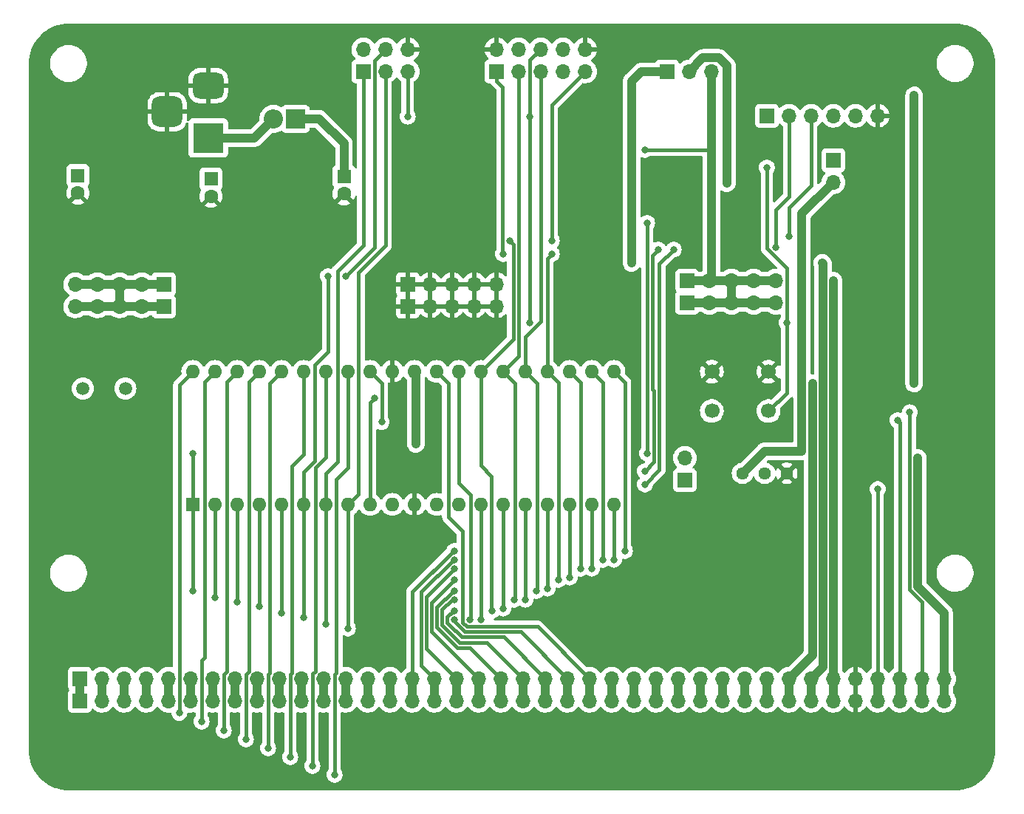
<source format=gbl>
G04 #@! TF.GenerationSoftware,KiCad,Pcbnew,(6.0.0)*
G04 #@! TF.CreationDate,2022-08-18T21:59:34-04:00*
G04 #@! TF.ProjectId,Atmega16 breakout,41746d65-6761-4313-9620-627265616b6f,rev?*
G04 #@! TF.SameCoordinates,Original*
G04 #@! TF.FileFunction,Copper,L2,Bot*
G04 #@! TF.FilePolarity,Positive*
%FSLAX46Y46*%
G04 Gerber Fmt 4.6, Leading zero omitted, Abs format (unit mm)*
G04 Created by KiCad (PCBNEW (6.0.0)) date 2022-08-18 21:59:34*
%MOMM*%
%LPD*%
G01*
G04 APERTURE LIST*
G04 Aperture macros list*
%AMRoundRect*
0 Rectangle with rounded corners*
0 $1 Rounding radius*
0 $2 $3 $4 $5 $6 $7 $8 $9 X,Y pos of 4 corners*
0 Add a 4 corners polygon primitive as box body*
4,1,4,$2,$3,$4,$5,$6,$7,$8,$9,$2,$3,0*
0 Add four circle primitives for the rounded corners*
1,1,$1+$1,$2,$3*
1,1,$1+$1,$4,$5*
1,1,$1+$1,$6,$7*
1,1,$1+$1,$8,$9*
0 Add four rect primitives between the rounded corners*
20,1,$1+$1,$2,$3,$4,$5,0*
20,1,$1+$1,$4,$5,$6,$7,0*
20,1,$1+$1,$6,$7,$8,$9,0*
20,1,$1+$1,$8,$9,$2,$3,0*%
G04 Aperture macros list end*
G04 #@! TA.AperFunction,ComponentPad*
%ADD10R,1.600000X1.600000*%
G04 #@! TD*
G04 #@! TA.AperFunction,ComponentPad*
%ADD11O,1.600000X1.600000*%
G04 #@! TD*
G04 #@! TA.AperFunction,ComponentPad*
%ADD12R,1.700000X1.700000*%
G04 #@! TD*
G04 #@! TA.AperFunction,ComponentPad*
%ADD13O,1.700000X1.700000*%
G04 #@! TD*
G04 #@! TA.AperFunction,ComponentPad*
%ADD14C,1.600000*%
G04 #@! TD*
G04 #@! TA.AperFunction,ComponentPad*
%ADD15C,1.500000*%
G04 #@! TD*
G04 #@! TA.AperFunction,ComponentPad*
%ADD16R,2.200000X2.200000*%
G04 #@! TD*
G04 #@! TA.AperFunction,ComponentPad*
%ADD17O,2.200000X2.200000*%
G04 #@! TD*
G04 #@! TA.AperFunction,ComponentPad*
%ADD18C,1.440000*%
G04 #@! TD*
G04 #@! TA.AperFunction,ComponentPad*
%ADD19R,3.500000X3.500000*%
G04 #@! TD*
G04 #@! TA.AperFunction,ComponentPad*
%ADD20RoundRect,0.750000X-1.000000X0.750000X-1.000000X-0.750000X1.000000X-0.750000X1.000000X0.750000X0*%
G04 #@! TD*
G04 #@! TA.AperFunction,ComponentPad*
%ADD21RoundRect,0.875000X-0.875000X0.875000X-0.875000X-0.875000X0.875000X-0.875000X0.875000X0.875000X0*%
G04 #@! TD*
G04 #@! TA.AperFunction,ComponentPad*
%ADD22C,1.700000*%
G04 #@! TD*
G04 #@! TA.AperFunction,ViaPad*
%ADD23C,0.800000*%
G04 #@! TD*
G04 #@! TA.AperFunction,Conductor*
%ADD24C,1.000000*%
G04 #@! TD*
G04 #@! TA.AperFunction,Conductor*
%ADD25C,0.400000*%
G04 #@! TD*
G04 APERTURE END LIST*
D10*
X70109000Y-96271000D03*
D11*
X72649000Y-96271000D03*
X75189000Y-96271000D03*
X77729000Y-96271000D03*
X80269000Y-96271000D03*
X82809000Y-96271000D03*
X85349000Y-96271000D03*
X87889000Y-96271000D03*
X90429000Y-96271000D03*
X92969000Y-96271000D03*
X95509000Y-96271000D03*
X98049000Y-96271000D03*
X100589000Y-96271000D03*
X103129000Y-96271000D03*
X105669000Y-96271000D03*
X108209000Y-96271000D03*
X110749000Y-96271000D03*
X113289000Y-96271000D03*
X115829000Y-96271000D03*
X118369000Y-96271000D03*
X118369000Y-81031000D03*
X115829000Y-81031000D03*
X113289000Y-81031000D03*
X110749000Y-81031000D03*
X108209000Y-81031000D03*
X105669000Y-81031000D03*
X103129000Y-81031000D03*
X100589000Y-81031000D03*
X98049000Y-81031000D03*
X95509000Y-81031000D03*
X92969000Y-81031000D03*
X90429000Y-81031000D03*
X87889000Y-81031000D03*
X85349000Y-81031000D03*
X82809000Y-81031000D03*
X80269000Y-81031000D03*
X77729000Y-81031000D03*
X75189000Y-81031000D03*
X72649000Y-81031000D03*
X70109000Y-81031000D03*
D12*
X89657000Y-46640000D03*
D13*
X89657000Y-44100000D03*
X92197000Y-46640000D03*
X92197000Y-44100000D03*
X94737000Y-46640000D03*
X94737000Y-44100000D03*
D12*
X124460000Y-46640000D03*
D13*
X127000000Y-46640000D03*
X129540000Y-46640000D03*
D10*
X72189500Y-58960000D03*
D14*
X72189500Y-60960000D03*
D15*
X57507000Y-82979500D03*
X62387000Y-82979500D03*
D12*
X126492000Y-93477000D03*
D13*
X126492000Y-90937000D03*
D12*
X66787000Y-73564000D03*
D13*
X64247000Y-73564000D03*
X61707000Y-73564000D03*
X59167000Y-73564000D03*
X56627000Y-73564000D03*
D12*
X126741000Y-73154500D03*
D13*
X129281000Y-73154500D03*
X131821000Y-73154500D03*
X134361000Y-73154500D03*
X136901000Y-73154500D03*
D12*
X94742000Y-73564000D03*
D13*
X97282000Y-73564000D03*
X99822000Y-73564000D03*
X102362000Y-73564000D03*
X104902000Y-73564000D03*
D10*
X87429500Y-58674000D03*
D14*
X87429500Y-60674000D03*
D12*
X94742000Y-71024000D03*
D13*
X97282000Y-71024000D03*
X99822000Y-71024000D03*
X102362000Y-71024000D03*
X104902000Y-71024000D03*
D12*
X143510000Y-56800000D03*
D13*
X143510000Y-59340000D03*
D10*
X56935500Y-58572000D03*
D14*
X56935500Y-60572000D03*
D12*
X126746000Y-70614500D03*
D13*
X129286000Y-70614500D03*
X131826000Y-70614500D03*
X134366000Y-70614500D03*
X136906000Y-70614500D03*
D16*
X81897266Y-52070000D03*
D17*
X79357266Y-52070000D03*
D12*
X104897000Y-46640000D03*
D13*
X104897000Y-44100000D03*
X107437000Y-46640000D03*
X107437000Y-44100000D03*
X109977000Y-46640000D03*
X109977000Y-44100000D03*
X112517000Y-46640000D03*
X112517000Y-44100000D03*
X115057000Y-46640000D03*
X115057000Y-44100000D03*
D18*
X138176000Y-92710000D03*
X135636000Y-92710000D03*
X133096000Y-92710000D03*
D19*
X71877000Y-54260000D03*
D20*
X71877000Y-48260000D03*
D21*
X67177000Y-51260000D03*
D12*
X135890000Y-51720000D03*
D13*
X138430000Y-51720000D03*
X140970000Y-51720000D03*
X143510000Y-51720000D03*
X146050000Y-51720000D03*
X148590000Y-51720000D03*
D22*
X129592000Y-81062000D03*
X136092000Y-81062000D03*
X129592000Y-85562000D03*
X136092000Y-85562000D03*
D12*
X57155000Y-118776000D03*
D13*
X59695000Y-118776000D03*
X62235000Y-118776000D03*
X64775000Y-118776000D03*
X67315000Y-118776000D03*
X69855000Y-118776000D03*
X72395000Y-118776000D03*
X74935000Y-118776000D03*
X77475000Y-118776000D03*
X80015000Y-118776000D03*
X82555000Y-118776000D03*
X85095000Y-118776000D03*
X87635000Y-118776000D03*
X90175000Y-118776000D03*
X92715000Y-118776000D03*
X95255000Y-118776000D03*
X97795000Y-118776000D03*
X100335000Y-118776000D03*
X102875000Y-118776000D03*
X105415000Y-118776000D03*
X107955000Y-118776000D03*
X110495000Y-118776000D03*
X113035000Y-118776000D03*
X115575000Y-118776000D03*
X118115000Y-118776000D03*
X120655000Y-118776000D03*
X123195000Y-118776000D03*
X125735000Y-118776000D03*
X128275000Y-118776000D03*
X130815000Y-118776000D03*
X133355000Y-118776000D03*
X135895000Y-118776000D03*
X138435000Y-118776000D03*
X140975000Y-118776000D03*
X143515000Y-118776000D03*
X146055000Y-118776000D03*
X148595000Y-118776000D03*
X151135000Y-118776000D03*
X153675000Y-118776000D03*
X156215000Y-118776000D03*
D12*
X66792000Y-71024000D03*
D13*
X64252000Y-71024000D03*
X61712000Y-71024000D03*
X59172000Y-71024000D03*
X56632000Y-71024000D03*
D12*
X57155000Y-116236000D03*
D13*
X59695000Y-116236000D03*
X62235000Y-116236000D03*
X64775000Y-116236000D03*
X67315000Y-116236000D03*
X69855000Y-116236000D03*
X72395000Y-116236000D03*
X74935000Y-116236000D03*
X77475000Y-116236000D03*
X80015000Y-116236000D03*
X82555000Y-116236000D03*
X85095000Y-116236000D03*
X87635000Y-116236000D03*
X90175000Y-116236000D03*
X92715000Y-116236000D03*
X95255000Y-116236000D03*
X97795000Y-116236000D03*
X100335000Y-116236000D03*
X102875000Y-116236000D03*
X105415000Y-116236000D03*
X107955000Y-116236000D03*
X110495000Y-116236000D03*
X113035000Y-116236000D03*
X115575000Y-116236000D03*
X118115000Y-116236000D03*
X120655000Y-116236000D03*
X123195000Y-116236000D03*
X125735000Y-116236000D03*
X128275000Y-116236000D03*
X130815000Y-116236000D03*
X133355000Y-116236000D03*
X135895000Y-116236000D03*
X138435000Y-116236000D03*
X140975000Y-116236000D03*
X143515000Y-116236000D03*
X146055000Y-116236000D03*
X148595000Y-116236000D03*
X151135000Y-116236000D03*
X153675000Y-116236000D03*
X156215000Y-116236000D03*
D23*
X143515000Y-70617000D03*
X121920000Y-55626000D03*
X129540000Y-57150000D03*
X97536000Y-99568000D03*
X142240000Y-68580000D03*
X120396000Y-68580000D03*
X141115960Y-82404040D03*
X152767031Y-82409031D03*
X152767031Y-49389031D03*
X108727489Y-51800511D03*
X108712000Y-75438000D03*
X90932000Y-84074000D03*
X135890000Y-57658000D03*
X138176000Y-75438000D03*
X94737000Y-51811000D03*
X152262480Y-85714480D03*
X150876000Y-86614000D03*
X91750489Y-86811511D03*
X131318000Y-59436000D03*
X122174000Y-64008000D03*
X70104000Y-106172000D03*
X122174000Y-90424000D03*
X70109000Y-90429000D03*
X119634000Y-101600000D03*
X100076000Y-101600000D03*
X72644000Y-106934000D03*
X117094000Y-102616000D03*
X100076000Y-102616000D03*
X75184000Y-107442000D03*
X114554000Y-103632000D03*
X100076000Y-103632000D03*
X77724000Y-107950000D03*
X100076000Y-104902000D03*
X105664000Y-67564000D03*
X111252000Y-67564000D03*
X112014000Y-104902000D03*
X80264000Y-108712000D03*
X100076000Y-106172000D03*
X109474000Y-106172000D03*
X82804000Y-109220000D03*
X87630000Y-70104000D03*
X85598000Y-70104000D03*
X106934000Y-107188000D03*
X100076000Y-107188000D03*
X85344000Y-109982000D03*
X106426000Y-66040000D03*
X100076000Y-108458000D03*
X111252000Y-66040000D03*
X104394000Y-108458000D03*
X87884000Y-110490000D03*
X100076000Y-109474000D03*
X101854000Y-109474000D03*
X95674489Y-89324489D03*
X153162000Y-90932000D03*
X86360000Y-127254000D03*
X103129000Y-109469000D03*
X123444000Y-67056000D03*
X138430000Y-65532000D03*
X121920000Y-92456000D03*
X83820000Y-126238000D03*
X105669000Y-108199000D03*
X121920000Y-93980000D03*
X125222000Y-67056000D03*
X136906000Y-66802000D03*
X81280000Y-125222000D03*
X108209000Y-107183000D03*
X78740000Y-124206000D03*
X110749000Y-105913000D03*
X76200000Y-123190000D03*
X113289000Y-104643000D03*
X73660000Y-122174000D03*
X115829000Y-103627000D03*
X71120000Y-121158000D03*
X118369000Y-102611000D03*
X68564511Y-120157489D03*
X148595000Y-94493000D03*
D24*
X129540000Y-46640000D02*
X129540000Y-55372000D01*
X143515000Y-116236000D02*
X143515000Y-70617000D01*
X129540000Y-55372000D02*
X129540000Y-57150000D01*
X126741000Y-73154500D02*
X136901000Y-73154500D01*
X131826000Y-70614500D02*
X131826000Y-73149500D01*
X126746000Y-70614500D02*
X136906000Y-70614500D01*
X129540000Y-57150000D02*
X129540000Y-70360500D01*
X131826000Y-73149500D02*
X131821000Y-73154500D01*
D25*
X121920000Y-55626000D02*
X129286000Y-55626000D01*
D24*
X143515000Y-118776000D02*
X143515000Y-116236000D01*
D25*
X129286000Y-55626000D02*
X129540000Y-55372000D01*
D24*
X129540000Y-70360500D02*
X129286000Y-70614500D01*
X140975000Y-118776000D02*
X140975000Y-116236000D01*
X142315480Y-68655480D02*
X142240000Y-68580000D01*
X124460000Y-46640000D02*
X121508000Y-46640000D01*
X140975000Y-116236000D02*
X142315480Y-114895520D01*
X56627000Y-73564000D02*
X66787000Y-73564000D01*
X142315480Y-114895520D02*
X142315480Y-68655480D01*
X120396000Y-47752000D02*
X120396000Y-68580000D01*
X121508000Y-46640000D02*
X120396000Y-47752000D01*
X61707000Y-71029000D02*
X61712000Y-71024000D01*
X56632000Y-71024000D02*
X66792000Y-71024000D01*
X61707000Y-73564000D02*
X61707000Y-71029000D01*
X141115960Y-113555040D02*
X141115960Y-82404040D01*
X138435000Y-118776000D02*
X138435000Y-116236000D01*
X138435000Y-116236000D02*
X141115960Y-113555040D01*
X87429500Y-54917500D02*
X87429500Y-58674000D01*
X81897266Y-52070000D02*
X84582000Y-52070000D01*
X84582000Y-52070000D02*
X87429500Y-54917500D01*
X152767031Y-49389031D02*
X152767031Y-82409031D01*
D25*
X153675000Y-116236000D02*
X153675000Y-107449114D01*
X135890000Y-66916680D02*
X138176000Y-69202680D01*
X108712000Y-51816000D02*
X108727489Y-51800511D01*
X138176000Y-75438000D02*
X138176000Y-83478000D01*
D24*
X153675000Y-118776000D02*
X153675000Y-116236000D01*
D25*
X94737000Y-46640000D02*
X94737000Y-51811000D01*
X109977000Y-44100000D02*
X108727489Y-45349511D01*
X108712000Y-75438000D02*
X108712000Y-51816000D01*
X153675000Y-107449114D02*
X152262480Y-106036593D01*
X138176000Y-69202680D02*
X138176000Y-75438000D01*
X138176000Y-83478000D02*
X136092000Y-85562000D01*
X90429000Y-96271000D02*
X90429000Y-84577000D01*
X108727489Y-45349511D02*
X108727489Y-51800511D01*
X90429000Y-84577000D02*
X90932000Y-84074000D01*
X152262480Y-106036593D02*
X152262480Y-85714480D01*
X135890000Y-57658000D02*
X135890000Y-66916680D01*
X91750489Y-82352489D02*
X90429000Y-81031000D01*
X151135000Y-86873000D02*
X150876000Y-86614000D01*
X91750489Y-86811511D02*
X91750489Y-82352489D01*
D24*
X151135000Y-118776000D02*
X151135000Y-116236000D01*
D25*
X151135000Y-116236000D02*
X151135000Y-86873000D01*
D24*
X127000000Y-46640000D02*
X128549511Y-45090489D01*
X139916440Y-62933560D02*
X139916440Y-90170000D01*
X139916440Y-90170000D02*
X135636000Y-90170000D01*
X143510000Y-59340000D02*
X139916440Y-62933560D01*
X130434489Y-45090489D02*
X131318000Y-45974000D01*
X135636000Y-90170000D02*
X133096000Y-92710000D01*
X128549511Y-45090489D02*
X130434489Y-45090489D01*
X131318000Y-45974000D02*
X131318000Y-59436000D01*
X77167266Y-54260000D02*
X79357266Y-52070000D01*
X71877000Y-54260000D02*
X77167266Y-54260000D01*
D25*
X70109000Y-106167000D02*
X70109000Y-96271000D01*
X70109000Y-96271000D02*
X70109000Y-90429000D01*
X122174000Y-90424000D02*
X122174000Y-64008000D01*
D24*
X57155000Y-116236000D02*
X57155000Y-118776000D01*
D25*
X70104000Y-106172000D02*
X70109000Y-106167000D01*
X118369000Y-81031000D02*
X119634000Y-82296000D01*
X119634000Y-101600000D02*
X119634000Y-82296000D01*
X95255000Y-106306320D02*
X95255000Y-116236000D01*
X100076000Y-101600000D02*
X99961320Y-101600000D01*
X99961320Y-101600000D02*
X95255000Y-106306320D01*
D24*
X95255000Y-118776000D02*
X95255000Y-116236000D01*
D25*
X72644000Y-106934000D02*
X72649000Y-106929000D01*
X72649000Y-106929000D02*
X72649000Y-96271000D01*
D24*
X59695000Y-118776000D02*
X59695000Y-116236000D01*
D25*
X100076000Y-102616000D02*
X99961320Y-102616000D01*
X96278889Y-114719889D02*
X97795000Y-116236000D01*
D24*
X97795000Y-116236000D02*
X97795000Y-118776000D01*
D25*
X99961320Y-102616000D02*
X96278889Y-106298431D01*
X96278889Y-106298431D02*
X96278889Y-114719889D01*
X117094000Y-102616000D02*
X117094000Y-82296000D01*
X117094000Y-82296000D02*
X115829000Y-81031000D01*
D24*
X62235000Y-116236000D02*
X62235000Y-118776000D01*
D25*
X75184000Y-107442000D02*
X75189000Y-107437000D01*
X75189000Y-107437000D02*
X75189000Y-96271000D01*
D24*
X100335000Y-118776000D02*
X100335000Y-116236000D01*
D25*
X96878409Y-106829591D02*
X100076000Y-103632000D01*
X114554000Y-103632000D02*
X114554000Y-82296000D01*
X114554000Y-82296000D02*
X113289000Y-81031000D01*
X100335000Y-116236000D02*
X96878409Y-112779409D01*
X96878409Y-112779409D02*
X96878409Y-106829591D01*
D24*
X64775000Y-118776000D02*
X64775000Y-116236000D01*
D25*
X77724000Y-107950000D02*
X77729000Y-107945000D01*
X77729000Y-107945000D02*
X77729000Y-96271000D01*
X110749000Y-81031000D02*
X110749000Y-68067000D01*
X112014000Y-104902000D02*
X112014000Y-82296000D01*
X105626489Y-67526489D02*
X105626489Y-48476489D01*
X102875000Y-116236000D02*
X97477929Y-110838929D01*
X104897000Y-47747000D02*
X104897000Y-46640000D01*
X97477929Y-110838929D02*
X97477929Y-107500071D01*
X105664000Y-67564000D02*
X105626489Y-67526489D01*
X110749000Y-68067000D02*
X111252000Y-67564000D01*
X110749000Y-81031000D02*
X112014000Y-82296000D01*
X105626489Y-48476489D02*
X104897000Y-47747000D01*
X97477929Y-107500071D02*
X100076000Y-104902000D01*
D24*
X102875000Y-116236000D02*
X102875000Y-118776000D01*
X67315000Y-116236000D02*
X67315000Y-118776000D01*
D25*
X80264000Y-108712000D02*
X80269000Y-108707000D01*
X80269000Y-108707000D02*
X80269000Y-96271000D01*
X101850591Y-112671591D02*
X100447211Y-112671591D01*
X109977000Y-46640000D02*
X109977000Y-75303680D01*
X98077449Y-108055871D02*
X99961320Y-106172000D01*
D24*
X105415000Y-118776000D02*
X105415000Y-116236000D01*
D25*
X108209000Y-81031000D02*
X109549489Y-82371489D01*
X105415000Y-116236000D02*
X101850591Y-112671591D01*
X109549489Y-82371489D02*
X109549489Y-104318511D01*
X99961320Y-106172000D02*
X100076000Y-106172000D01*
X98077449Y-110301827D02*
X98077449Y-108055871D01*
X109549489Y-106096511D02*
X109549489Y-104318511D01*
X109474000Y-106172000D02*
X109549489Y-106096511D01*
X109977000Y-75303680D02*
X108209000Y-77071680D01*
X100447211Y-112671591D02*
X98077449Y-110301827D01*
X108209000Y-77071680D02*
X108209000Y-81031000D01*
X90906511Y-45390489D02*
X90906511Y-66827489D01*
X84074000Y-80264000D02*
X84074000Y-91251129D01*
D24*
X69855000Y-118776000D02*
X69855000Y-116236000D01*
D25*
X90906511Y-66827489D02*
X87630000Y-70104000D01*
X85598000Y-78740000D02*
X84074000Y-80264000D01*
X82804000Y-109220000D02*
X82809000Y-109215000D01*
X92197000Y-44100000D02*
X90906511Y-45390489D01*
X84074000Y-91251129D02*
X82809000Y-92516129D01*
X82809000Y-92516129D02*
X82809000Y-96271000D01*
X82809000Y-109215000D02*
X82809000Y-96271000D01*
X85598000Y-70104000D02*
X85598000Y-78740000D01*
X99822000Y-107188000D02*
X100076000Y-107188000D01*
X103791071Y-112072071D02*
X100695541Y-112072071D01*
X100695541Y-112072071D02*
X98676969Y-110053498D01*
X98676969Y-110053498D02*
X98676969Y-108333031D01*
X107437000Y-46640000D02*
X107437000Y-79263000D01*
X106934000Y-107188000D02*
X107009489Y-107112511D01*
X105669000Y-81031000D02*
X107009489Y-82371489D01*
X107955000Y-116236000D02*
X103791071Y-112072071D01*
X107009489Y-107112511D02*
X107009489Y-106755489D01*
X98676969Y-108333031D02*
X99822000Y-107188000D01*
X107009489Y-82371489D02*
X107009489Y-106755489D01*
X107437000Y-79263000D02*
X105669000Y-81031000D01*
D24*
X107955000Y-116236000D02*
X107955000Y-118776000D01*
D25*
X85349000Y-109977000D02*
X85349000Y-96271000D01*
D24*
X72395000Y-116236000D02*
X72395000Y-118776000D01*
D25*
X89657000Y-66553000D02*
X86689489Y-69520511D01*
X85349000Y-92705000D02*
X85349000Y-96271000D01*
X85344000Y-109982000D02*
X85349000Y-109977000D01*
X89657000Y-46640000D02*
X89657000Y-66553000D01*
X86689489Y-69520511D02*
X86689489Y-91364511D01*
X86689489Y-91364511D02*
X85349000Y-92705000D01*
X111252000Y-50445000D02*
X111252000Y-66040000D01*
X99510660Y-110039340D02*
X99276489Y-109805169D01*
X100943871Y-111472551D02*
X99510660Y-110039340D01*
X115057000Y-46640000D02*
X111252000Y-50445000D01*
X99961320Y-108458000D02*
X100076000Y-108458000D01*
X110495000Y-116236000D02*
X105731551Y-111472551D01*
X104328511Y-93029489D02*
X104328511Y-108392511D01*
X103129000Y-81031000D02*
X103129000Y-91829978D01*
X106837480Y-77322520D02*
X106837480Y-66451480D01*
X99276489Y-109805169D02*
X99276489Y-109142831D01*
D24*
X110495000Y-118776000D02*
X110495000Y-116236000D01*
D25*
X103129000Y-91829978D02*
X104328511Y-93029489D01*
X99276489Y-109142831D02*
X99961320Y-108458000D01*
X105731551Y-111472551D02*
X100943871Y-111472551D01*
X106837480Y-66451480D02*
X106426000Y-66040000D01*
X103129000Y-81031000D02*
X106837480Y-77322520D01*
X104328511Y-108392511D02*
X104394000Y-108458000D01*
X87884000Y-110490000D02*
X87889000Y-110485000D01*
X89088511Y-95071489D02*
X89088511Y-79690511D01*
X87889000Y-96271000D02*
X89088511Y-95071489D01*
X89088511Y-69661489D02*
X92197000Y-66553000D01*
X92197000Y-66553000D02*
X92197000Y-46640000D01*
D24*
X74935000Y-118776000D02*
X74935000Y-116236000D01*
D25*
X89088511Y-79690511D02*
X89088511Y-69661489D01*
X87889000Y-110485000D02*
X87889000Y-96271000D01*
X100589000Y-93834022D02*
X101929489Y-95174511D01*
X101929489Y-109398511D02*
X101854000Y-109474000D01*
X100076000Y-109674529D02*
X101274502Y-110873031D01*
X100076000Y-109474000D02*
X100076000Y-109674529D01*
X101274502Y-110873031D02*
X107672031Y-110873031D01*
X107672031Y-110873031D02*
X113035000Y-116236000D01*
X101929489Y-95174511D02*
X101929489Y-109398511D01*
X100589000Y-81031000D02*
X100589000Y-93834022D01*
D24*
X113035000Y-116236000D02*
X113035000Y-118776000D01*
D25*
X99389489Y-97714511D02*
X101034660Y-99359682D01*
X101034660Y-99359682D02*
X101034660Y-109785340D01*
X98049000Y-81031000D02*
X99389489Y-82371489D01*
D24*
X115575000Y-118776000D02*
X115575000Y-116236000D01*
D25*
X99389489Y-82371489D02*
X99389489Y-97714511D01*
X109612511Y-110273511D02*
X115575000Y-116236000D01*
X101522831Y-110273511D02*
X109612511Y-110273511D01*
X101034660Y-109785340D02*
X101522831Y-110273511D01*
D24*
X153162000Y-105664000D02*
X153162000Y-90932000D01*
X95674489Y-89324489D02*
X95674489Y-81196489D01*
X156215000Y-116236000D02*
X156215000Y-108717000D01*
X156215000Y-108717000D02*
X153162000Y-105664000D01*
X156215000Y-118776000D02*
X156215000Y-116236000D01*
X95674489Y-81196489D02*
X95509000Y-81031000D01*
X135895000Y-118776000D02*
X135895000Y-116236000D01*
D25*
X86548511Y-93406511D02*
X86548511Y-115555413D01*
X86360000Y-115743924D02*
X86360000Y-127254000D01*
X86548511Y-115555413D02*
X86360000Y-115743924D01*
X87889000Y-81031000D02*
X87889000Y-92066022D01*
X87889000Y-92066022D02*
X86548511Y-93406511D01*
X103129000Y-96271000D02*
X103129000Y-109469000D01*
D24*
X77475000Y-116236000D02*
X77475000Y-118776000D01*
D25*
X122973511Y-83257991D02*
X122773520Y-83058000D01*
X122773520Y-83058000D02*
X122773520Y-67726480D01*
X138430000Y-62230000D02*
X138430000Y-65532000D01*
X140970000Y-59690000D02*
X138430000Y-62230000D01*
X140970000Y-51720000D02*
X140970000Y-59690000D01*
X122973511Y-91402489D02*
X122973511Y-83257991D01*
X121920000Y-92456000D02*
X122973511Y-91402489D01*
X122773520Y-67726480D02*
X123444000Y-67056000D01*
D24*
X133355000Y-118776000D02*
X133355000Y-116236000D01*
D25*
X85349000Y-90823978D02*
X84149489Y-92023489D01*
X84149489Y-92023489D02*
X84149489Y-115373457D01*
X84149489Y-115373457D02*
X83820000Y-115702946D01*
X85349000Y-81031000D02*
X85349000Y-90823978D01*
X83820000Y-115702946D02*
X83820000Y-126238000D01*
D24*
X80015000Y-118776000D02*
X80015000Y-116236000D01*
D25*
X123573031Y-92326969D02*
X123573031Y-68704969D01*
X138430000Y-51720000D02*
X138430000Y-60960000D01*
X123573031Y-68704969D02*
X125222000Y-67056000D01*
X121920000Y-93980000D02*
X123573031Y-92326969D01*
X136906000Y-62484000D02*
X136906000Y-66802000D01*
X105669000Y-108199000D02*
X105669000Y-96271000D01*
X138430000Y-60960000D02*
X136906000Y-62484000D01*
X81468511Y-91882511D02*
X81468511Y-115555413D01*
X81280000Y-115743924D02*
X81280000Y-125222000D01*
X81468511Y-115555413D02*
X81280000Y-115743924D01*
X82809000Y-81031000D02*
X82809000Y-90542022D01*
X82809000Y-90542022D02*
X81468511Y-91882511D01*
D24*
X130815000Y-118776000D02*
X130815000Y-116236000D01*
X82555000Y-116236000D02*
X82555000Y-118776000D01*
D25*
X108209000Y-96271000D02*
X108209000Y-107183000D01*
X80269000Y-81031000D02*
X78928511Y-82371489D01*
X78928511Y-115555413D02*
X78740000Y-115743924D01*
X78928511Y-82371489D02*
X78928511Y-115555413D01*
D24*
X128275000Y-118776000D02*
X128275000Y-116236000D01*
D25*
X78740000Y-115743924D02*
X78740000Y-124206000D01*
X110749000Y-105913000D02*
X110749000Y-96271000D01*
D24*
X85095000Y-118776000D02*
X85095000Y-116236000D01*
D25*
X77729000Y-81031000D02*
X76529489Y-82230511D01*
X76529489Y-115414435D02*
X76200000Y-115743924D01*
X76529489Y-82230511D02*
X76529489Y-115414435D01*
X76200000Y-115743924D02*
X76200000Y-123190000D01*
D24*
X125735000Y-116236000D02*
X125735000Y-118776000D01*
D25*
X113289000Y-96271000D02*
X113289000Y-104643000D01*
D24*
X87635000Y-116236000D02*
X87635000Y-118776000D01*
D25*
X73660000Y-115743924D02*
X73660000Y-120142000D01*
X75189000Y-81031000D02*
X73989489Y-82230511D01*
X73660000Y-120142000D02*
X73660000Y-122174000D01*
D24*
X123195000Y-118776000D02*
X123195000Y-116236000D01*
D25*
X73989489Y-82230511D02*
X73989489Y-115414435D01*
X73989489Y-115414435D02*
X73660000Y-115743924D01*
X115829000Y-103627000D02*
X115829000Y-96271000D01*
D24*
X90175000Y-118776000D02*
X90175000Y-116236000D01*
D25*
X71449489Y-113791978D02*
X71120000Y-114121467D01*
X72649000Y-81031000D02*
X71449489Y-82230511D01*
D24*
X120655000Y-118776000D02*
X120655000Y-116236000D01*
D25*
X71120000Y-114121467D02*
X71120000Y-121158000D01*
X71449489Y-82230511D02*
X71449489Y-113791978D01*
X118369000Y-96271000D02*
X118369000Y-102611000D01*
D24*
X92715000Y-116236000D02*
X92715000Y-118776000D01*
D25*
X70109000Y-81031000D02*
X68564511Y-82575489D01*
X68564511Y-82575489D02*
X68564511Y-120157489D01*
D24*
X118115000Y-116236000D02*
X118115000Y-118776000D01*
D25*
X148595000Y-116236000D02*
X148595000Y-94493000D01*
D24*
X148595000Y-118776000D02*
X148595000Y-116236000D01*
G04 #@! TA.AperFunction,Conductor*
G36*
X157450057Y-41149500D02*
G01*
X157464858Y-41151805D01*
X157464861Y-41151805D01*
X157473730Y-41153186D01*
X157494158Y-41150515D01*
X157515983Y-41149571D01*
X157872981Y-41165158D01*
X157883930Y-41166116D01*
X158268465Y-41216741D01*
X158279291Y-41218650D01*
X158657951Y-41302598D01*
X158668568Y-41305443D01*
X158838993Y-41359177D01*
X159038473Y-41422073D01*
X159048787Y-41425826D01*
X159407143Y-41574262D01*
X159417087Y-41578900D01*
X159761117Y-41757990D01*
X159770637Y-41763486D01*
X160097754Y-41971883D01*
X160106758Y-41978188D01*
X160414458Y-42214295D01*
X160422878Y-42221360D01*
X160653760Y-42432923D01*
X160708836Y-42483391D01*
X160716609Y-42491164D01*
X160978640Y-42777122D01*
X160985705Y-42785542D01*
X161221812Y-43093242D01*
X161228117Y-43102246D01*
X161436514Y-43429363D01*
X161442009Y-43438882D01*
X161619789Y-43780393D01*
X161621096Y-43782904D01*
X161625738Y-43792857D01*
X161773498Y-44149581D01*
X161774171Y-44151206D01*
X161777927Y-44161527D01*
X161832307Y-44333998D01*
X161894557Y-44531432D01*
X161897402Y-44542049D01*
X161981350Y-44920709D01*
X161983259Y-44931535D01*
X162033232Y-45311114D01*
X162033884Y-45316070D01*
X162034842Y-45327019D01*
X162048751Y-45645596D01*
X162050104Y-45676584D01*
X162048724Y-45701460D01*
X162046814Y-45713730D01*
X162048454Y-45726270D01*
X162050936Y-45745251D01*
X162052000Y-45761589D01*
X162052000Y-124410672D01*
X162050500Y-124430056D01*
X162046814Y-124453730D01*
X162049485Y-124474158D01*
X162050429Y-124495983D01*
X162045745Y-124603256D01*
X162034842Y-124852980D01*
X162033884Y-124863929D01*
X162029297Y-124898768D01*
X161983259Y-125248465D01*
X161981350Y-125259291D01*
X161897402Y-125637951D01*
X161894557Y-125648568D01*
X161857689Y-125765499D01*
X161780840Y-126009237D01*
X161777930Y-126018465D01*
X161774174Y-126028787D01*
X161684796Y-126244565D01*
X161625742Y-126387134D01*
X161621100Y-126397087D01*
X161513768Y-126603271D01*
X161442010Y-126741117D01*
X161436514Y-126750637D01*
X161228117Y-127077754D01*
X161221812Y-127086758D01*
X160985705Y-127394458D01*
X160978640Y-127402878D01*
X160716609Y-127688836D01*
X160708840Y-127696605D01*
X160612127Y-127785226D01*
X160422878Y-127958640D01*
X160414458Y-127965705D01*
X160106758Y-128201812D01*
X160097754Y-128208117D01*
X159770637Y-128416514D01*
X159761118Y-128422009D01*
X159417087Y-128601100D01*
X159407143Y-128605738D01*
X159048787Y-128754174D01*
X159038473Y-128757927D01*
X158838993Y-128820823D01*
X158668568Y-128874557D01*
X158657951Y-128877402D01*
X158279291Y-128961350D01*
X158268465Y-128963259D01*
X157883930Y-129013884D01*
X157872981Y-129014842D01*
X157523416Y-129030104D01*
X157498540Y-129028724D01*
X157496684Y-129028435D01*
X157495142Y-129028195D01*
X157495141Y-129028195D01*
X157486270Y-129026814D01*
X157454749Y-129030936D01*
X157438411Y-129032000D01*
X55929328Y-129032000D01*
X55909943Y-129030500D01*
X55895142Y-129028195D01*
X55895139Y-129028195D01*
X55886270Y-129026814D01*
X55865842Y-129029485D01*
X55844017Y-129030429D01*
X55487019Y-129014842D01*
X55476070Y-129013884D01*
X55091535Y-128963259D01*
X55080709Y-128961350D01*
X54702049Y-128877402D01*
X54691432Y-128874557D01*
X54521007Y-128820823D01*
X54321527Y-128757927D01*
X54311213Y-128754174D01*
X53952857Y-128605738D01*
X53942913Y-128601100D01*
X53598882Y-128422009D01*
X53589363Y-128416514D01*
X53262246Y-128208117D01*
X53253242Y-128201812D01*
X52945542Y-127965705D01*
X52937122Y-127958640D01*
X52747873Y-127785226D01*
X52651160Y-127696605D01*
X52643391Y-127688836D01*
X52381360Y-127402878D01*
X52374295Y-127394458D01*
X52138188Y-127086758D01*
X52131883Y-127077754D01*
X51923486Y-126750637D01*
X51917990Y-126741117D01*
X51846232Y-126603271D01*
X51738900Y-126397087D01*
X51734258Y-126387134D01*
X51675205Y-126244565D01*
X51585826Y-126028787D01*
X51582070Y-126018465D01*
X51579161Y-126009237D01*
X51502311Y-125765499D01*
X51465443Y-125648568D01*
X51462598Y-125637951D01*
X51378650Y-125259291D01*
X51376741Y-125248465D01*
X51330703Y-124898768D01*
X51326116Y-124863929D01*
X51325158Y-124852980D01*
X51309896Y-124503416D01*
X51311276Y-124478537D01*
X51311805Y-124475142D01*
X51311805Y-124475141D01*
X51313186Y-124466270D01*
X51309064Y-124434748D01*
X51308000Y-124418411D01*
X51308000Y-119674134D01*
X55796500Y-119674134D01*
X55803255Y-119736316D01*
X55854385Y-119872705D01*
X55941739Y-119989261D01*
X56058295Y-120076615D01*
X56194684Y-120127745D01*
X56256866Y-120134500D01*
X58053134Y-120134500D01*
X58115316Y-120127745D01*
X58251705Y-120076615D01*
X58368261Y-119989261D01*
X58455615Y-119872705D01*
X58477799Y-119813529D01*
X58499598Y-119755382D01*
X58542240Y-119698618D01*
X58608802Y-119673918D01*
X58678150Y-119689126D01*
X58712817Y-119717114D01*
X58741250Y-119749938D01*
X58913126Y-119892632D01*
X59106000Y-120005338D01*
X59110825Y-120007180D01*
X59110826Y-120007181D01*
X59183612Y-120034975D01*
X59314692Y-120085030D01*
X59319760Y-120086061D01*
X59319763Y-120086062D01*
X59414862Y-120105410D01*
X59533597Y-120129567D01*
X59538772Y-120129757D01*
X59538774Y-120129757D01*
X59751673Y-120137564D01*
X59751677Y-120137564D01*
X59756837Y-120137753D01*
X59761957Y-120137097D01*
X59761959Y-120137097D01*
X59973288Y-120110025D01*
X59973289Y-120110025D01*
X59978416Y-120109368D01*
X59983376Y-120107880D01*
X60187429Y-120046661D01*
X60187434Y-120046659D01*
X60192384Y-120045174D01*
X60392994Y-119946896D01*
X60574860Y-119817173D01*
X60733096Y-119659489D01*
X60863453Y-119478077D01*
X60864776Y-119479028D01*
X60911645Y-119435857D01*
X60981580Y-119423625D01*
X61047026Y-119451144D01*
X61074875Y-119482994D01*
X61134987Y-119581088D01*
X61281250Y-119749938D01*
X61453126Y-119892632D01*
X61646000Y-120005338D01*
X61650825Y-120007180D01*
X61650826Y-120007181D01*
X61723612Y-120034975D01*
X61854692Y-120085030D01*
X61859760Y-120086061D01*
X61859763Y-120086062D01*
X61954862Y-120105410D01*
X62073597Y-120129567D01*
X62078772Y-120129757D01*
X62078774Y-120129757D01*
X62291673Y-120137564D01*
X62291677Y-120137564D01*
X62296837Y-120137753D01*
X62301957Y-120137097D01*
X62301959Y-120137097D01*
X62513288Y-120110025D01*
X62513289Y-120110025D01*
X62518416Y-120109368D01*
X62523376Y-120107880D01*
X62727429Y-120046661D01*
X62727434Y-120046659D01*
X62732384Y-120045174D01*
X62932994Y-119946896D01*
X63114860Y-119817173D01*
X63273096Y-119659489D01*
X63403453Y-119478077D01*
X63404776Y-119479028D01*
X63451645Y-119435857D01*
X63521580Y-119423625D01*
X63587026Y-119451144D01*
X63614875Y-119482994D01*
X63674987Y-119581088D01*
X63821250Y-119749938D01*
X63993126Y-119892632D01*
X64186000Y-120005338D01*
X64190825Y-120007180D01*
X64190826Y-120007181D01*
X64263612Y-120034975D01*
X64394692Y-120085030D01*
X64399760Y-120086061D01*
X64399763Y-120086062D01*
X64494862Y-120105410D01*
X64613597Y-120129567D01*
X64618772Y-120129757D01*
X64618774Y-120129757D01*
X64831673Y-120137564D01*
X64831677Y-120137564D01*
X64836837Y-120137753D01*
X64841957Y-120137097D01*
X64841959Y-120137097D01*
X65053288Y-120110025D01*
X65053289Y-120110025D01*
X65058416Y-120109368D01*
X65063376Y-120107880D01*
X65267429Y-120046661D01*
X65267434Y-120046659D01*
X65272384Y-120045174D01*
X65472994Y-119946896D01*
X65654860Y-119817173D01*
X65813096Y-119659489D01*
X65943453Y-119478077D01*
X65944776Y-119479028D01*
X65991645Y-119435857D01*
X66061580Y-119423625D01*
X66127026Y-119451144D01*
X66154875Y-119482994D01*
X66214987Y-119581088D01*
X66361250Y-119749938D01*
X66533126Y-119892632D01*
X66726000Y-120005338D01*
X66730825Y-120007180D01*
X66730826Y-120007181D01*
X66803612Y-120034975D01*
X66934692Y-120085030D01*
X66939760Y-120086061D01*
X66939763Y-120086062D01*
X67034862Y-120105410D01*
X67153597Y-120129567D01*
X67158772Y-120129757D01*
X67158774Y-120129757D01*
X67371673Y-120137564D01*
X67371677Y-120137564D01*
X67376837Y-120137753D01*
X67381957Y-120137097D01*
X67381959Y-120137097D01*
X67439255Y-120129757D01*
X67517472Y-120119737D01*
X67587581Y-120130921D01*
X67640515Y-120178234D01*
X67658790Y-120231544D01*
X67670969Y-120347417D01*
X67729984Y-120529045D01*
X67825471Y-120694433D01*
X67953258Y-120836355D01*
X68107759Y-120948607D01*
X68113787Y-120951291D01*
X68113789Y-120951292D01*
X68151478Y-120968072D01*
X68282223Y-121026283D01*
X68375624Y-121046136D01*
X68462567Y-121064617D01*
X68462572Y-121064617D01*
X68469024Y-121065989D01*
X68659998Y-121065989D01*
X68666450Y-121064617D01*
X68666455Y-121064617D01*
X68753398Y-121046136D01*
X68846799Y-121026283D01*
X68977544Y-120968072D01*
X69015233Y-120951292D01*
X69015235Y-120951291D01*
X69021263Y-120948607D01*
X69175764Y-120836355D01*
X69303551Y-120694433D01*
X69399038Y-120529045D01*
X69458053Y-120347417D01*
X69470902Y-120225165D01*
X69497915Y-120159508D01*
X69556137Y-120118878D01*
X69621330Y-120114864D01*
X69693597Y-120129567D01*
X69698772Y-120129757D01*
X69698774Y-120129757D01*
X69911673Y-120137564D01*
X69911677Y-120137564D01*
X69916837Y-120137753D01*
X69921957Y-120137097D01*
X69921959Y-120137097D01*
X70133288Y-120110025D01*
X70133289Y-120110025D01*
X70138416Y-120109368D01*
X70143373Y-120107881D01*
X70143377Y-120107880D01*
X70249292Y-120076104D01*
X70320287Y-120075686D01*
X70380238Y-120113718D01*
X70410110Y-120178125D01*
X70411500Y-120196789D01*
X70411500Y-120539256D01*
X70391498Y-120607377D01*
X70387436Y-120613317D01*
X70385379Y-120616148D01*
X70380960Y-120621056D01*
X70285473Y-120786444D01*
X70226458Y-120968072D01*
X70206496Y-121158000D01*
X70226458Y-121347928D01*
X70285473Y-121529556D01*
X70380960Y-121694944D01*
X70508747Y-121836866D01*
X70663248Y-121949118D01*
X70669276Y-121951802D01*
X70669278Y-121951803D01*
X70741756Y-121984072D01*
X70837712Y-122026794D01*
X70931112Y-122046647D01*
X71018056Y-122065128D01*
X71018061Y-122065128D01*
X71024513Y-122066500D01*
X71215487Y-122066500D01*
X71221939Y-122065128D01*
X71221944Y-122065128D01*
X71308888Y-122046647D01*
X71402288Y-122026794D01*
X71498244Y-121984072D01*
X71570722Y-121951803D01*
X71570724Y-121951802D01*
X71576752Y-121949118D01*
X71731253Y-121836866D01*
X71859040Y-121694944D01*
X71954527Y-121529556D01*
X72013542Y-121347928D01*
X72033504Y-121158000D01*
X72013542Y-120968072D01*
X71954527Y-120786444D01*
X71859040Y-120621056D01*
X71854621Y-120616148D01*
X71852564Y-120613317D01*
X71828705Y-120546449D01*
X71828500Y-120539256D01*
X71828500Y-120196919D01*
X71848502Y-120128798D01*
X71902158Y-120082305D01*
X71972432Y-120072201D01*
X71999451Y-120079210D01*
X72009859Y-120083185D01*
X72009865Y-120083187D01*
X72014692Y-120085030D01*
X72019760Y-120086061D01*
X72019763Y-120086062D01*
X72114862Y-120105410D01*
X72233597Y-120129567D01*
X72238772Y-120129757D01*
X72238774Y-120129757D01*
X72451673Y-120137564D01*
X72451677Y-120137564D01*
X72456837Y-120137753D01*
X72461957Y-120137097D01*
X72461959Y-120137097D01*
X72673288Y-120110025D01*
X72673289Y-120110025D01*
X72678416Y-120109368D01*
X72683373Y-120107881D01*
X72683377Y-120107880D01*
X72789292Y-120076104D01*
X72860287Y-120075686D01*
X72920238Y-120113718D01*
X72950110Y-120178125D01*
X72951500Y-120196789D01*
X72951500Y-121555256D01*
X72931498Y-121623377D01*
X72927436Y-121629317D01*
X72925379Y-121632148D01*
X72920960Y-121637056D01*
X72917659Y-121642774D01*
X72917658Y-121642775D01*
X72884705Y-121699852D01*
X72825473Y-121802444D01*
X72766458Y-121984072D01*
X72765768Y-121990633D01*
X72765768Y-121990635D01*
X72747186Y-122167435D01*
X72746496Y-122174000D01*
X72766458Y-122363928D01*
X72825473Y-122545556D01*
X72920960Y-122710944D01*
X73048747Y-122852866D01*
X73203248Y-122965118D01*
X73209276Y-122967802D01*
X73209278Y-122967803D01*
X73281756Y-123000072D01*
X73377712Y-123042794D01*
X73471112Y-123062647D01*
X73558056Y-123081128D01*
X73558061Y-123081128D01*
X73564513Y-123082500D01*
X73755487Y-123082500D01*
X73761939Y-123081128D01*
X73761944Y-123081128D01*
X73848888Y-123062647D01*
X73942288Y-123042794D01*
X74038244Y-123000072D01*
X74110722Y-122967803D01*
X74110724Y-122967802D01*
X74116752Y-122965118D01*
X74271253Y-122852866D01*
X74399040Y-122710944D01*
X74494527Y-122545556D01*
X74553542Y-122363928D01*
X74573504Y-122174000D01*
X74572814Y-122167435D01*
X74554232Y-121990635D01*
X74554232Y-121990633D01*
X74553542Y-121984072D01*
X74494527Y-121802444D01*
X74435296Y-121699852D01*
X74402342Y-121642775D01*
X74402341Y-121642774D01*
X74399040Y-121637056D01*
X74394621Y-121632148D01*
X74392564Y-121629317D01*
X74368705Y-121562449D01*
X74368500Y-121555256D01*
X74368500Y-120196919D01*
X74388502Y-120128798D01*
X74442158Y-120082305D01*
X74512432Y-120072201D01*
X74539451Y-120079210D01*
X74549859Y-120083185D01*
X74549865Y-120083187D01*
X74554692Y-120085030D01*
X74559760Y-120086061D01*
X74559763Y-120086062D01*
X74654862Y-120105410D01*
X74773597Y-120129567D01*
X74778772Y-120129757D01*
X74778774Y-120129757D01*
X74991673Y-120137564D01*
X74991677Y-120137564D01*
X74996837Y-120137753D01*
X75001957Y-120137097D01*
X75001959Y-120137097D01*
X75213288Y-120110025D01*
X75213289Y-120110025D01*
X75218416Y-120109368D01*
X75223373Y-120107881D01*
X75223377Y-120107880D01*
X75329292Y-120076104D01*
X75400287Y-120075686D01*
X75460238Y-120113718D01*
X75490110Y-120178125D01*
X75491500Y-120196789D01*
X75491500Y-122571256D01*
X75471498Y-122639377D01*
X75467436Y-122645317D01*
X75465379Y-122648148D01*
X75460960Y-122653056D01*
X75457659Y-122658774D01*
X75457658Y-122658775D01*
X75424705Y-122715852D01*
X75365473Y-122818444D01*
X75306458Y-123000072D01*
X75305768Y-123006633D01*
X75305768Y-123006635D01*
X75287186Y-123183435D01*
X75286496Y-123190000D01*
X75306458Y-123379928D01*
X75365473Y-123561556D01*
X75460960Y-123726944D01*
X75588747Y-123868866D01*
X75743248Y-123981118D01*
X75749276Y-123983802D01*
X75749278Y-123983803D01*
X75821756Y-124016072D01*
X75917712Y-124058794D01*
X76011112Y-124078647D01*
X76098056Y-124097128D01*
X76098061Y-124097128D01*
X76104513Y-124098500D01*
X76295487Y-124098500D01*
X76301939Y-124097128D01*
X76301944Y-124097128D01*
X76388888Y-124078647D01*
X76482288Y-124058794D01*
X76578244Y-124016072D01*
X76650722Y-123983803D01*
X76650724Y-123983802D01*
X76656752Y-123981118D01*
X76811253Y-123868866D01*
X76939040Y-123726944D01*
X77034527Y-123561556D01*
X77093542Y-123379928D01*
X77113504Y-123190000D01*
X77112814Y-123183435D01*
X77094232Y-123006635D01*
X77094232Y-123006633D01*
X77093542Y-123000072D01*
X77034527Y-122818444D01*
X76975296Y-122715852D01*
X76942342Y-122658775D01*
X76942341Y-122658774D01*
X76939040Y-122653056D01*
X76934621Y-122648148D01*
X76932564Y-122645317D01*
X76908705Y-122578449D01*
X76908500Y-122571256D01*
X76908500Y-120196919D01*
X76928502Y-120128798D01*
X76982158Y-120082305D01*
X77052432Y-120072201D01*
X77079451Y-120079210D01*
X77089859Y-120083185D01*
X77089865Y-120083187D01*
X77094692Y-120085030D01*
X77099760Y-120086061D01*
X77099763Y-120086062D01*
X77194862Y-120105410D01*
X77313597Y-120129567D01*
X77318772Y-120129757D01*
X77318774Y-120129757D01*
X77531673Y-120137564D01*
X77531677Y-120137564D01*
X77536837Y-120137753D01*
X77541957Y-120137097D01*
X77541959Y-120137097D01*
X77753288Y-120110025D01*
X77753289Y-120110025D01*
X77758416Y-120109368D01*
X77763373Y-120107881D01*
X77763377Y-120107880D01*
X77869292Y-120076104D01*
X77940287Y-120075686D01*
X78000238Y-120113718D01*
X78030110Y-120178125D01*
X78031500Y-120196789D01*
X78031500Y-123587256D01*
X78011498Y-123655377D01*
X78007436Y-123661317D01*
X78005379Y-123664148D01*
X78000960Y-123669056D01*
X77997659Y-123674774D01*
X77997658Y-123674775D01*
X77964705Y-123731852D01*
X77905473Y-123834444D01*
X77846458Y-124016072D01*
X77845768Y-124022633D01*
X77845768Y-124022635D01*
X77827186Y-124199435D01*
X77826496Y-124206000D01*
X77846458Y-124395928D01*
X77905473Y-124577556D01*
X78000960Y-124742944D01*
X78128747Y-124884866D01*
X78283248Y-124997118D01*
X78289276Y-124999802D01*
X78289278Y-124999803D01*
X78361756Y-125032072D01*
X78457712Y-125074794D01*
X78551112Y-125094647D01*
X78638056Y-125113128D01*
X78638061Y-125113128D01*
X78644513Y-125114500D01*
X78835487Y-125114500D01*
X78841939Y-125113128D01*
X78841944Y-125113128D01*
X78928888Y-125094647D01*
X79022288Y-125074794D01*
X79118244Y-125032072D01*
X79190722Y-124999803D01*
X79190724Y-124999802D01*
X79196752Y-124997118D01*
X79351253Y-124884866D01*
X79479040Y-124742944D01*
X79574527Y-124577556D01*
X79633542Y-124395928D01*
X79653504Y-124206000D01*
X79652814Y-124199435D01*
X79634232Y-124022635D01*
X79634232Y-124022633D01*
X79633542Y-124016072D01*
X79574527Y-123834444D01*
X79515296Y-123731852D01*
X79482342Y-123674775D01*
X79482341Y-123674774D01*
X79479040Y-123669056D01*
X79474621Y-123664148D01*
X79472564Y-123661317D01*
X79448705Y-123594449D01*
X79448500Y-123587256D01*
X79448500Y-120196919D01*
X79468502Y-120128798D01*
X79522158Y-120082305D01*
X79592432Y-120072201D01*
X79619451Y-120079210D01*
X79629859Y-120083185D01*
X79629865Y-120083187D01*
X79634692Y-120085030D01*
X79639760Y-120086061D01*
X79639763Y-120086062D01*
X79734862Y-120105410D01*
X79853597Y-120129567D01*
X79858772Y-120129757D01*
X79858774Y-120129757D01*
X80071673Y-120137564D01*
X80071677Y-120137564D01*
X80076837Y-120137753D01*
X80081957Y-120137097D01*
X80081959Y-120137097D01*
X80293288Y-120110025D01*
X80293289Y-120110025D01*
X80298416Y-120109368D01*
X80303373Y-120107881D01*
X80303377Y-120107880D01*
X80409292Y-120076104D01*
X80480287Y-120075686D01*
X80540238Y-120113718D01*
X80570110Y-120178125D01*
X80571500Y-120196789D01*
X80571500Y-124603256D01*
X80551498Y-124671377D01*
X80547436Y-124677317D01*
X80545379Y-124680148D01*
X80540960Y-124685056D01*
X80537659Y-124690774D01*
X80537658Y-124690775D01*
X80504705Y-124747852D01*
X80445473Y-124850444D01*
X80386458Y-125032072D01*
X80385768Y-125038633D01*
X80385768Y-125038635D01*
X80367186Y-125215435D01*
X80366496Y-125222000D01*
X80386458Y-125411928D01*
X80445473Y-125593556D01*
X80448776Y-125599278D01*
X80448777Y-125599279D01*
X80474204Y-125643320D01*
X80540960Y-125758944D01*
X80668747Y-125900866D01*
X80823248Y-126013118D01*
X80829276Y-126015802D01*
X80829278Y-126015803D01*
X80901756Y-126048072D01*
X80997712Y-126090794D01*
X81091113Y-126110647D01*
X81178056Y-126129128D01*
X81178061Y-126129128D01*
X81184513Y-126130500D01*
X81375487Y-126130500D01*
X81381939Y-126129128D01*
X81381944Y-126129128D01*
X81468887Y-126110647D01*
X81562288Y-126090794D01*
X81658244Y-126048072D01*
X81730722Y-126015803D01*
X81730724Y-126015802D01*
X81736752Y-126013118D01*
X81891253Y-125900866D01*
X82019040Y-125758944D01*
X82085796Y-125643320D01*
X82111223Y-125599279D01*
X82111224Y-125599278D01*
X82114527Y-125593556D01*
X82173542Y-125411928D01*
X82193504Y-125222000D01*
X82192814Y-125215435D01*
X82174232Y-125038635D01*
X82174232Y-125038633D01*
X82173542Y-125032072D01*
X82114527Y-124850444D01*
X82055296Y-124747852D01*
X82022342Y-124690775D01*
X82022341Y-124690774D01*
X82019040Y-124685056D01*
X82014621Y-124680148D01*
X82012564Y-124677317D01*
X81988705Y-124610449D01*
X81988500Y-124603256D01*
X81988500Y-120196919D01*
X82008502Y-120128798D01*
X82062158Y-120082305D01*
X82132432Y-120072201D01*
X82159451Y-120079210D01*
X82169859Y-120083185D01*
X82169865Y-120083187D01*
X82174692Y-120085030D01*
X82179760Y-120086061D01*
X82179763Y-120086062D01*
X82274862Y-120105410D01*
X82393597Y-120129567D01*
X82398772Y-120129757D01*
X82398774Y-120129757D01*
X82611673Y-120137564D01*
X82611677Y-120137564D01*
X82616837Y-120137753D01*
X82621957Y-120137097D01*
X82621959Y-120137097D01*
X82833288Y-120110025D01*
X82833289Y-120110025D01*
X82838416Y-120109368D01*
X82843373Y-120107881D01*
X82843377Y-120107880D01*
X82949292Y-120076104D01*
X83020287Y-120075686D01*
X83080238Y-120113718D01*
X83110110Y-120178125D01*
X83111500Y-120196789D01*
X83111500Y-125619256D01*
X83091498Y-125687377D01*
X83087436Y-125693317D01*
X83085379Y-125696148D01*
X83080960Y-125701056D01*
X83077659Y-125706774D01*
X83077658Y-125706775D01*
X83044705Y-125763852D01*
X82985473Y-125866444D01*
X82926458Y-126048072D01*
X82925768Y-126054633D01*
X82925768Y-126054635D01*
X82911739Y-126188119D01*
X82906496Y-126238000D01*
X82926458Y-126427928D01*
X82985473Y-126609556D01*
X83080960Y-126774944D01*
X83208747Y-126916866D01*
X83363248Y-127029118D01*
X83369276Y-127031802D01*
X83369278Y-127031803D01*
X83492710Y-127086758D01*
X83537712Y-127106794D01*
X83631113Y-127126647D01*
X83718056Y-127145128D01*
X83718061Y-127145128D01*
X83724513Y-127146500D01*
X83915487Y-127146500D01*
X83921939Y-127145128D01*
X83921944Y-127145128D01*
X84008887Y-127126647D01*
X84102288Y-127106794D01*
X84147290Y-127086758D01*
X84270722Y-127031803D01*
X84270724Y-127031802D01*
X84276752Y-127029118D01*
X84431253Y-126916866D01*
X84559040Y-126774944D01*
X84654527Y-126609556D01*
X84713542Y-126427928D01*
X84733504Y-126238000D01*
X84728261Y-126188119D01*
X84714232Y-126054635D01*
X84714232Y-126054633D01*
X84713542Y-126048072D01*
X84654527Y-125866444D01*
X84595296Y-125763852D01*
X84562342Y-125706775D01*
X84562341Y-125706774D01*
X84559040Y-125701056D01*
X84554621Y-125696148D01*
X84552564Y-125693317D01*
X84528705Y-125626449D01*
X84528500Y-125619256D01*
X84528500Y-120196919D01*
X84548502Y-120128798D01*
X84602158Y-120082305D01*
X84672432Y-120072201D01*
X84699451Y-120079210D01*
X84709859Y-120083185D01*
X84709865Y-120083187D01*
X84714692Y-120085030D01*
X84719760Y-120086061D01*
X84719763Y-120086062D01*
X84814862Y-120105410D01*
X84933597Y-120129567D01*
X84938772Y-120129757D01*
X84938774Y-120129757D01*
X85151673Y-120137564D01*
X85151677Y-120137564D01*
X85156837Y-120137753D01*
X85161957Y-120137097D01*
X85161959Y-120137097D01*
X85373288Y-120110025D01*
X85373289Y-120110025D01*
X85378416Y-120109368D01*
X85383373Y-120107881D01*
X85383377Y-120107880D01*
X85489292Y-120076104D01*
X85560287Y-120075686D01*
X85620238Y-120113718D01*
X85650110Y-120178125D01*
X85651500Y-120196789D01*
X85651500Y-126635256D01*
X85631498Y-126703377D01*
X85627436Y-126709317D01*
X85625379Y-126712148D01*
X85620960Y-126717056D01*
X85617659Y-126722774D01*
X85617658Y-126722775D01*
X85584705Y-126779852D01*
X85525473Y-126882444D01*
X85466458Y-127064072D01*
X85465768Y-127070633D01*
X85465768Y-127070635D01*
X85447186Y-127247435D01*
X85446496Y-127254000D01*
X85447186Y-127260565D01*
X85462144Y-127402878D01*
X85466458Y-127443928D01*
X85525473Y-127625556D01*
X85620960Y-127790944D01*
X85748747Y-127932866D01*
X85903248Y-128045118D01*
X85909276Y-128047802D01*
X85909278Y-128047803D01*
X86008356Y-128091915D01*
X86077712Y-128122794D01*
X86171113Y-128142647D01*
X86258056Y-128161128D01*
X86258061Y-128161128D01*
X86264513Y-128162500D01*
X86455487Y-128162500D01*
X86461939Y-128161128D01*
X86461944Y-128161128D01*
X86548887Y-128142647D01*
X86642288Y-128122794D01*
X86711644Y-128091915D01*
X86810722Y-128047803D01*
X86810724Y-128047802D01*
X86816752Y-128045118D01*
X86971253Y-127932866D01*
X87099040Y-127790944D01*
X87194527Y-127625556D01*
X87253542Y-127443928D01*
X87257857Y-127402878D01*
X87272814Y-127260565D01*
X87273504Y-127254000D01*
X87272814Y-127247435D01*
X87254232Y-127070635D01*
X87254232Y-127070633D01*
X87253542Y-127064072D01*
X87194527Y-126882444D01*
X87135296Y-126779852D01*
X87102342Y-126722775D01*
X87102341Y-126722774D01*
X87099040Y-126717056D01*
X87094621Y-126712148D01*
X87092564Y-126709317D01*
X87068705Y-126642449D01*
X87068500Y-126635256D01*
X87068500Y-120196919D01*
X87088502Y-120128798D01*
X87142158Y-120082305D01*
X87212432Y-120072201D01*
X87239451Y-120079210D01*
X87249859Y-120083185D01*
X87249865Y-120083187D01*
X87254692Y-120085030D01*
X87259760Y-120086061D01*
X87259763Y-120086062D01*
X87354862Y-120105410D01*
X87473597Y-120129567D01*
X87478772Y-120129757D01*
X87478774Y-120129757D01*
X87691673Y-120137564D01*
X87691677Y-120137564D01*
X87696837Y-120137753D01*
X87701957Y-120137097D01*
X87701959Y-120137097D01*
X87913288Y-120110025D01*
X87913289Y-120110025D01*
X87918416Y-120109368D01*
X87923376Y-120107880D01*
X88127429Y-120046661D01*
X88127434Y-120046659D01*
X88132384Y-120045174D01*
X88332994Y-119946896D01*
X88514860Y-119817173D01*
X88673096Y-119659489D01*
X88803453Y-119478077D01*
X88804776Y-119479028D01*
X88851645Y-119435857D01*
X88921580Y-119423625D01*
X88987026Y-119451144D01*
X89014875Y-119482994D01*
X89074987Y-119581088D01*
X89221250Y-119749938D01*
X89393126Y-119892632D01*
X89586000Y-120005338D01*
X89590825Y-120007180D01*
X89590826Y-120007181D01*
X89663612Y-120034975D01*
X89794692Y-120085030D01*
X89799760Y-120086061D01*
X89799763Y-120086062D01*
X89894862Y-120105410D01*
X90013597Y-120129567D01*
X90018772Y-120129757D01*
X90018774Y-120129757D01*
X90231673Y-120137564D01*
X90231677Y-120137564D01*
X90236837Y-120137753D01*
X90241957Y-120137097D01*
X90241959Y-120137097D01*
X90453288Y-120110025D01*
X90453289Y-120110025D01*
X90458416Y-120109368D01*
X90463376Y-120107880D01*
X90667429Y-120046661D01*
X90667434Y-120046659D01*
X90672384Y-120045174D01*
X90872994Y-119946896D01*
X91054860Y-119817173D01*
X91213096Y-119659489D01*
X91343453Y-119478077D01*
X91344776Y-119479028D01*
X91391645Y-119435857D01*
X91461580Y-119423625D01*
X91527026Y-119451144D01*
X91554875Y-119482994D01*
X91614987Y-119581088D01*
X91761250Y-119749938D01*
X91933126Y-119892632D01*
X92126000Y-120005338D01*
X92130825Y-120007180D01*
X92130826Y-120007181D01*
X92203612Y-120034975D01*
X92334692Y-120085030D01*
X92339760Y-120086061D01*
X92339763Y-120086062D01*
X92434862Y-120105410D01*
X92553597Y-120129567D01*
X92558772Y-120129757D01*
X92558774Y-120129757D01*
X92771673Y-120137564D01*
X92771677Y-120137564D01*
X92776837Y-120137753D01*
X92781957Y-120137097D01*
X92781959Y-120137097D01*
X92993288Y-120110025D01*
X92993289Y-120110025D01*
X92998416Y-120109368D01*
X93003376Y-120107880D01*
X93207429Y-120046661D01*
X93207434Y-120046659D01*
X93212384Y-120045174D01*
X93412994Y-119946896D01*
X93594860Y-119817173D01*
X93753096Y-119659489D01*
X93883453Y-119478077D01*
X93884776Y-119479028D01*
X93931645Y-119435857D01*
X94001580Y-119423625D01*
X94067026Y-119451144D01*
X94094875Y-119482994D01*
X94154987Y-119581088D01*
X94301250Y-119749938D01*
X94473126Y-119892632D01*
X94666000Y-120005338D01*
X94670825Y-120007180D01*
X94670826Y-120007181D01*
X94743612Y-120034975D01*
X94874692Y-120085030D01*
X94879760Y-120086061D01*
X94879763Y-120086062D01*
X94974862Y-120105410D01*
X95093597Y-120129567D01*
X95098772Y-120129757D01*
X95098774Y-120129757D01*
X95311673Y-120137564D01*
X95311677Y-120137564D01*
X95316837Y-120137753D01*
X95321957Y-120137097D01*
X95321959Y-120137097D01*
X95533288Y-120110025D01*
X95533289Y-120110025D01*
X95538416Y-120109368D01*
X95543376Y-120107880D01*
X95747429Y-120046661D01*
X95747434Y-120046659D01*
X95752384Y-120045174D01*
X95952994Y-119946896D01*
X96134860Y-119817173D01*
X96293096Y-119659489D01*
X96423453Y-119478077D01*
X96424776Y-119479028D01*
X96471645Y-119435857D01*
X96541580Y-119423625D01*
X96607026Y-119451144D01*
X96634875Y-119482994D01*
X96694987Y-119581088D01*
X96841250Y-119749938D01*
X97013126Y-119892632D01*
X97206000Y-120005338D01*
X97210825Y-120007180D01*
X97210826Y-120007181D01*
X97283612Y-120034975D01*
X97414692Y-120085030D01*
X97419760Y-120086061D01*
X97419763Y-120086062D01*
X97514862Y-120105410D01*
X97633597Y-120129567D01*
X97638772Y-120129757D01*
X97638774Y-120129757D01*
X97851673Y-120137564D01*
X97851677Y-120137564D01*
X97856837Y-120137753D01*
X97861957Y-120137097D01*
X97861959Y-120137097D01*
X98073288Y-120110025D01*
X98073289Y-120110025D01*
X98078416Y-120109368D01*
X98083376Y-120107880D01*
X98287429Y-120046661D01*
X98287434Y-120046659D01*
X98292384Y-120045174D01*
X98492994Y-119946896D01*
X98674860Y-119817173D01*
X98833096Y-119659489D01*
X98963453Y-119478077D01*
X98964776Y-119479028D01*
X99011645Y-119435857D01*
X99081580Y-119423625D01*
X99147026Y-119451144D01*
X99174875Y-119482994D01*
X99234987Y-119581088D01*
X99381250Y-119749938D01*
X99553126Y-119892632D01*
X99746000Y-120005338D01*
X99750825Y-120007180D01*
X99750826Y-120007181D01*
X99823612Y-120034975D01*
X99954692Y-120085030D01*
X99959760Y-120086061D01*
X99959763Y-120086062D01*
X100054862Y-120105410D01*
X100173597Y-120129567D01*
X100178772Y-120129757D01*
X100178774Y-120129757D01*
X100391673Y-120137564D01*
X100391677Y-120137564D01*
X100396837Y-120137753D01*
X100401957Y-120137097D01*
X100401959Y-120137097D01*
X100613288Y-120110025D01*
X100613289Y-120110025D01*
X100618416Y-120109368D01*
X100623376Y-120107880D01*
X100827429Y-120046661D01*
X100827434Y-120046659D01*
X100832384Y-120045174D01*
X101032994Y-119946896D01*
X101214860Y-119817173D01*
X101373096Y-119659489D01*
X101503453Y-119478077D01*
X101504776Y-119479028D01*
X101551645Y-119435857D01*
X101621580Y-119423625D01*
X101687026Y-119451144D01*
X101714875Y-119482994D01*
X101774987Y-119581088D01*
X101921250Y-119749938D01*
X102093126Y-119892632D01*
X102286000Y-120005338D01*
X102290825Y-120007180D01*
X102290826Y-120007181D01*
X102363612Y-120034975D01*
X102494692Y-120085030D01*
X102499760Y-120086061D01*
X102499763Y-120086062D01*
X102594862Y-120105410D01*
X102713597Y-120129567D01*
X102718772Y-120129757D01*
X102718774Y-120129757D01*
X102931673Y-120137564D01*
X102931677Y-120137564D01*
X102936837Y-120137753D01*
X102941957Y-120137097D01*
X102941959Y-120137097D01*
X103153288Y-120110025D01*
X103153289Y-120110025D01*
X103158416Y-120109368D01*
X103163376Y-120107880D01*
X103367429Y-120046661D01*
X103367434Y-120046659D01*
X103372384Y-120045174D01*
X103572994Y-119946896D01*
X103754860Y-119817173D01*
X103913096Y-119659489D01*
X104043453Y-119478077D01*
X104044776Y-119479028D01*
X104091645Y-119435857D01*
X104161580Y-119423625D01*
X104227026Y-119451144D01*
X104254875Y-119482994D01*
X104314987Y-119581088D01*
X104461250Y-119749938D01*
X104633126Y-119892632D01*
X104826000Y-120005338D01*
X104830825Y-120007180D01*
X104830826Y-120007181D01*
X104903612Y-120034975D01*
X105034692Y-120085030D01*
X105039760Y-120086061D01*
X105039763Y-120086062D01*
X105134862Y-120105410D01*
X105253597Y-120129567D01*
X105258772Y-120129757D01*
X105258774Y-120129757D01*
X105471673Y-120137564D01*
X105471677Y-120137564D01*
X105476837Y-120137753D01*
X105481957Y-120137097D01*
X105481959Y-120137097D01*
X105693288Y-120110025D01*
X105693289Y-120110025D01*
X105698416Y-120109368D01*
X105703376Y-120107880D01*
X105907429Y-120046661D01*
X105907434Y-120046659D01*
X105912384Y-120045174D01*
X106112994Y-119946896D01*
X106294860Y-119817173D01*
X106453096Y-119659489D01*
X106583453Y-119478077D01*
X106584776Y-119479028D01*
X106631645Y-119435857D01*
X106701580Y-119423625D01*
X106767026Y-119451144D01*
X106794875Y-119482994D01*
X106854987Y-119581088D01*
X107001250Y-119749938D01*
X107173126Y-119892632D01*
X107366000Y-120005338D01*
X107370825Y-120007180D01*
X107370826Y-120007181D01*
X107443612Y-120034975D01*
X107574692Y-120085030D01*
X107579760Y-120086061D01*
X107579763Y-120086062D01*
X107674862Y-120105410D01*
X107793597Y-120129567D01*
X107798772Y-120129757D01*
X107798774Y-120129757D01*
X108011673Y-120137564D01*
X108011677Y-120137564D01*
X108016837Y-120137753D01*
X108021957Y-120137097D01*
X108021959Y-120137097D01*
X108233288Y-120110025D01*
X108233289Y-120110025D01*
X108238416Y-120109368D01*
X108243376Y-120107880D01*
X108447429Y-120046661D01*
X108447434Y-120046659D01*
X108452384Y-120045174D01*
X108652994Y-119946896D01*
X108834860Y-119817173D01*
X108993096Y-119659489D01*
X109123453Y-119478077D01*
X109124776Y-119479028D01*
X109171645Y-119435857D01*
X109241580Y-119423625D01*
X109307026Y-119451144D01*
X109334875Y-119482994D01*
X109394987Y-119581088D01*
X109541250Y-119749938D01*
X109713126Y-119892632D01*
X109906000Y-120005338D01*
X109910825Y-120007180D01*
X109910826Y-120007181D01*
X109983612Y-120034975D01*
X110114692Y-120085030D01*
X110119760Y-120086061D01*
X110119763Y-120086062D01*
X110214862Y-120105410D01*
X110333597Y-120129567D01*
X110338772Y-120129757D01*
X110338774Y-120129757D01*
X110551673Y-120137564D01*
X110551677Y-120137564D01*
X110556837Y-120137753D01*
X110561957Y-120137097D01*
X110561959Y-120137097D01*
X110773288Y-120110025D01*
X110773289Y-120110025D01*
X110778416Y-120109368D01*
X110783376Y-120107880D01*
X110987429Y-120046661D01*
X110987434Y-120046659D01*
X110992384Y-120045174D01*
X111192994Y-119946896D01*
X111374860Y-119817173D01*
X111533096Y-119659489D01*
X111663453Y-119478077D01*
X111664776Y-119479028D01*
X111711645Y-119435857D01*
X111781580Y-119423625D01*
X111847026Y-119451144D01*
X111874875Y-119482994D01*
X111934987Y-119581088D01*
X112081250Y-119749938D01*
X112253126Y-119892632D01*
X112446000Y-120005338D01*
X112450825Y-120007180D01*
X112450826Y-120007181D01*
X112523612Y-120034975D01*
X112654692Y-120085030D01*
X112659760Y-120086061D01*
X112659763Y-120086062D01*
X112754862Y-120105410D01*
X112873597Y-120129567D01*
X112878772Y-120129757D01*
X112878774Y-120129757D01*
X113091673Y-120137564D01*
X113091677Y-120137564D01*
X113096837Y-120137753D01*
X113101957Y-120137097D01*
X113101959Y-120137097D01*
X113313288Y-120110025D01*
X113313289Y-120110025D01*
X113318416Y-120109368D01*
X113323376Y-120107880D01*
X113527429Y-120046661D01*
X113527434Y-120046659D01*
X113532384Y-120045174D01*
X113732994Y-119946896D01*
X113914860Y-119817173D01*
X114073096Y-119659489D01*
X114203453Y-119478077D01*
X114204776Y-119479028D01*
X114251645Y-119435857D01*
X114321580Y-119423625D01*
X114387026Y-119451144D01*
X114414875Y-119482994D01*
X114474987Y-119581088D01*
X114621250Y-119749938D01*
X114793126Y-119892632D01*
X114986000Y-120005338D01*
X114990825Y-120007180D01*
X114990826Y-120007181D01*
X115063612Y-120034975D01*
X115194692Y-120085030D01*
X115199760Y-120086061D01*
X115199763Y-120086062D01*
X115294862Y-120105410D01*
X115413597Y-120129567D01*
X115418772Y-120129757D01*
X115418774Y-120129757D01*
X115631673Y-120137564D01*
X115631677Y-120137564D01*
X115636837Y-120137753D01*
X115641957Y-120137097D01*
X115641959Y-120137097D01*
X115853288Y-120110025D01*
X115853289Y-120110025D01*
X115858416Y-120109368D01*
X115863376Y-120107880D01*
X116067429Y-120046661D01*
X116067434Y-120046659D01*
X116072384Y-120045174D01*
X116272994Y-119946896D01*
X116454860Y-119817173D01*
X116613096Y-119659489D01*
X116743453Y-119478077D01*
X116744776Y-119479028D01*
X116791645Y-119435857D01*
X116861580Y-119423625D01*
X116927026Y-119451144D01*
X116954875Y-119482994D01*
X117014987Y-119581088D01*
X117161250Y-119749938D01*
X117333126Y-119892632D01*
X117526000Y-120005338D01*
X117530825Y-120007180D01*
X117530826Y-120007181D01*
X117603612Y-120034975D01*
X117734692Y-120085030D01*
X117739760Y-120086061D01*
X117739763Y-120086062D01*
X117834862Y-120105410D01*
X117953597Y-120129567D01*
X117958772Y-120129757D01*
X117958774Y-120129757D01*
X118171673Y-120137564D01*
X118171677Y-120137564D01*
X118176837Y-120137753D01*
X118181957Y-120137097D01*
X118181959Y-120137097D01*
X118393288Y-120110025D01*
X118393289Y-120110025D01*
X118398416Y-120109368D01*
X118403376Y-120107880D01*
X118607429Y-120046661D01*
X118607434Y-120046659D01*
X118612384Y-120045174D01*
X118812994Y-119946896D01*
X118994860Y-119817173D01*
X119153096Y-119659489D01*
X119283453Y-119478077D01*
X119284776Y-119479028D01*
X119331645Y-119435857D01*
X119401580Y-119423625D01*
X119467026Y-119451144D01*
X119494875Y-119482994D01*
X119554987Y-119581088D01*
X119701250Y-119749938D01*
X119873126Y-119892632D01*
X120066000Y-120005338D01*
X120070825Y-120007180D01*
X120070826Y-120007181D01*
X120143612Y-120034975D01*
X120274692Y-120085030D01*
X120279760Y-120086061D01*
X120279763Y-120086062D01*
X120374862Y-120105410D01*
X120493597Y-120129567D01*
X120498772Y-120129757D01*
X120498774Y-120129757D01*
X120711673Y-120137564D01*
X120711677Y-120137564D01*
X120716837Y-120137753D01*
X120721957Y-120137097D01*
X120721959Y-120137097D01*
X120933288Y-120110025D01*
X120933289Y-120110025D01*
X120938416Y-120109368D01*
X120943376Y-120107880D01*
X121147429Y-120046661D01*
X121147434Y-120046659D01*
X121152384Y-120045174D01*
X121352994Y-119946896D01*
X121534860Y-119817173D01*
X121693096Y-119659489D01*
X121823453Y-119478077D01*
X121824776Y-119479028D01*
X121871645Y-119435857D01*
X121941580Y-119423625D01*
X122007026Y-119451144D01*
X122034875Y-119482994D01*
X122094987Y-119581088D01*
X122241250Y-119749938D01*
X122413126Y-119892632D01*
X122606000Y-120005338D01*
X122610825Y-120007180D01*
X122610826Y-120007181D01*
X122683612Y-120034975D01*
X122814692Y-120085030D01*
X122819760Y-120086061D01*
X122819763Y-120086062D01*
X122914862Y-120105410D01*
X123033597Y-120129567D01*
X123038772Y-120129757D01*
X123038774Y-120129757D01*
X123251673Y-120137564D01*
X123251677Y-120137564D01*
X123256837Y-120137753D01*
X123261957Y-120137097D01*
X123261959Y-120137097D01*
X123473288Y-120110025D01*
X123473289Y-120110025D01*
X123478416Y-120109368D01*
X123483376Y-120107880D01*
X123687429Y-120046661D01*
X123687434Y-120046659D01*
X123692384Y-120045174D01*
X123892994Y-119946896D01*
X124074860Y-119817173D01*
X124233096Y-119659489D01*
X124363453Y-119478077D01*
X124364776Y-119479028D01*
X124411645Y-119435857D01*
X124481580Y-119423625D01*
X124547026Y-119451144D01*
X124574875Y-119482994D01*
X124634987Y-119581088D01*
X124781250Y-119749938D01*
X124953126Y-119892632D01*
X125146000Y-120005338D01*
X125150825Y-120007180D01*
X125150826Y-120007181D01*
X125223612Y-120034975D01*
X125354692Y-120085030D01*
X125359760Y-120086061D01*
X125359763Y-120086062D01*
X125454862Y-120105410D01*
X125573597Y-120129567D01*
X125578772Y-120129757D01*
X125578774Y-120129757D01*
X125791673Y-120137564D01*
X125791677Y-120137564D01*
X125796837Y-120137753D01*
X125801957Y-120137097D01*
X125801959Y-120137097D01*
X126013288Y-120110025D01*
X126013289Y-120110025D01*
X126018416Y-120109368D01*
X126023376Y-120107880D01*
X126227429Y-120046661D01*
X126227434Y-120046659D01*
X126232384Y-120045174D01*
X126432994Y-119946896D01*
X126614860Y-119817173D01*
X126773096Y-119659489D01*
X126903453Y-119478077D01*
X126904776Y-119479028D01*
X126951645Y-119435857D01*
X127021580Y-119423625D01*
X127087026Y-119451144D01*
X127114875Y-119482994D01*
X127174987Y-119581088D01*
X127321250Y-119749938D01*
X127493126Y-119892632D01*
X127686000Y-120005338D01*
X127690825Y-120007180D01*
X127690826Y-120007181D01*
X127763612Y-120034975D01*
X127894692Y-120085030D01*
X127899760Y-120086061D01*
X127899763Y-120086062D01*
X127994862Y-120105410D01*
X128113597Y-120129567D01*
X128118772Y-120129757D01*
X128118774Y-120129757D01*
X128331673Y-120137564D01*
X128331677Y-120137564D01*
X128336837Y-120137753D01*
X128341957Y-120137097D01*
X128341959Y-120137097D01*
X128553288Y-120110025D01*
X128553289Y-120110025D01*
X128558416Y-120109368D01*
X128563376Y-120107880D01*
X128767429Y-120046661D01*
X128767434Y-120046659D01*
X128772384Y-120045174D01*
X128972994Y-119946896D01*
X129154860Y-119817173D01*
X129313096Y-119659489D01*
X129443453Y-119478077D01*
X129444776Y-119479028D01*
X129491645Y-119435857D01*
X129561580Y-119423625D01*
X129627026Y-119451144D01*
X129654875Y-119482994D01*
X129714987Y-119581088D01*
X129861250Y-119749938D01*
X130033126Y-119892632D01*
X130226000Y-120005338D01*
X130230825Y-120007180D01*
X130230826Y-120007181D01*
X130303612Y-120034975D01*
X130434692Y-120085030D01*
X130439760Y-120086061D01*
X130439763Y-120086062D01*
X130534862Y-120105410D01*
X130653597Y-120129567D01*
X130658772Y-120129757D01*
X130658774Y-120129757D01*
X130871673Y-120137564D01*
X130871677Y-120137564D01*
X130876837Y-120137753D01*
X130881957Y-120137097D01*
X130881959Y-120137097D01*
X131093288Y-120110025D01*
X131093289Y-120110025D01*
X131098416Y-120109368D01*
X131103376Y-120107880D01*
X131307429Y-120046661D01*
X131307434Y-120046659D01*
X131312384Y-120045174D01*
X131512994Y-119946896D01*
X131694860Y-119817173D01*
X131853096Y-119659489D01*
X131983453Y-119478077D01*
X131984776Y-119479028D01*
X132031645Y-119435857D01*
X132101580Y-119423625D01*
X132167026Y-119451144D01*
X132194875Y-119482994D01*
X132254987Y-119581088D01*
X132401250Y-119749938D01*
X132573126Y-119892632D01*
X132766000Y-120005338D01*
X132770825Y-120007180D01*
X132770826Y-120007181D01*
X132843612Y-120034975D01*
X132974692Y-120085030D01*
X132979760Y-120086061D01*
X132979763Y-120086062D01*
X133074862Y-120105410D01*
X133193597Y-120129567D01*
X133198772Y-120129757D01*
X133198774Y-120129757D01*
X133411673Y-120137564D01*
X133411677Y-120137564D01*
X133416837Y-120137753D01*
X133421957Y-120137097D01*
X133421959Y-120137097D01*
X133633288Y-120110025D01*
X133633289Y-120110025D01*
X133638416Y-120109368D01*
X133643376Y-120107880D01*
X133847429Y-120046661D01*
X133847434Y-120046659D01*
X133852384Y-120045174D01*
X134052994Y-119946896D01*
X134234860Y-119817173D01*
X134393096Y-119659489D01*
X134523453Y-119478077D01*
X134524776Y-119479028D01*
X134571645Y-119435857D01*
X134641580Y-119423625D01*
X134707026Y-119451144D01*
X134734875Y-119482994D01*
X134794987Y-119581088D01*
X134941250Y-119749938D01*
X135113126Y-119892632D01*
X135306000Y-120005338D01*
X135310825Y-120007180D01*
X135310826Y-120007181D01*
X135383612Y-120034975D01*
X135514692Y-120085030D01*
X135519760Y-120086061D01*
X135519763Y-120086062D01*
X135614862Y-120105410D01*
X135733597Y-120129567D01*
X135738772Y-120129757D01*
X135738774Y-120129757D01*
X135951673Y-120137564D01*
X135951677Y-120137564D01*
X135956837Y-120137753D01*
X135961957Y-120137097D01*
X135961959Y-120137097D01*
X136173288Y-120110025D01*
X136173289Y-120110025D01*
X136178416Y-120109368D01*
X136183376Y-120107880D01*
X136387429Y-120046661D01*
X136387434Y-120046659D01*
X136392384Y-120045174D01*
X136592994Y-119946896D01*
X136774860Y-119817173D01*
X136933096Y-119659489D01*
X137063453Y-119478077D01*
X137064776Y-119479028D01*
X137111645Y-119435857D01*
X137181580Y-119423625D01*
X137247026Y-119451144D01*
X137274875Y-119482994D01*
X137334987Y-119581088D01*
X137481250Y-119749938D01*
X137653126Y-119892632D01*
X137846000Y-120005338D01*
X137850825Y-120007180D01*
X137850826Y-120007181D01*
X137923612Y-120034975D01*
X138054692Y-120085030D01*
X138059760Y-120086061D01*
X138059763Y-120086062D01*
X138154862Y-120105410D01*
X138273597Y-120129567D01*
X138278772Y-120129757D01*
X138278774Y-120129757D01*
X138491673Y-120137564D01*
X138491677Y-120137564D01*
X138496837Y-120137753D01*
X138501957Y-120137097D01*
X138501959Y-120137097D01*
X138713288Y-120110025D01*
X138713289Y-120110025D01*
X138718416Y-120109368D01*
X138723376Y-120107880D01*
X138927429Y-120046661D01*
X138927434Y-120046659D01*
X138932384Y-120045174D01*
X139132994Y-119946896D01*
X139314860Y-119817173D01*
X139473096Y-119659489D01*
X139603453Y-119478077D01*
X139604776Y-119479028D01*
X139651645Y-119435857D01*
X139721580Y-119423625D01*
X139787026Y-119451144D01*
X139814875Y-119482994D01*
X139874987Y-119581088D01*
X140021250Y-119749938D01*
X140193126Y-119892632D01*
X140386000Y-120005338D01*
X140390825Y-120007180D01*
X140390826Y-120007181D01*
X140463612Y-120034975D01*
X140594692Y-120085030D01*
X140599760Y-120086061D01*
X140599763Y-120086062D01*
X140694862Y-120105410D01*
X140813597Y-120129567D01*
X140818772Y-120129757D01*
X140818774Y-120129757D01*
X141031673Y-120137564D01*
X141031677Y-120137564D01*
X141036837Y-120137753D01*
X141041957Y-120137097D01*
X141041959Y-120137097D01*
X141253288Y-120110025D01*
X141253289Y-120110025D01*
X141258416Y-120109368D01*
X141263376Y-120107880D01*
X141467429Y-120046661D01*
X141467434Y-120046659D01*
X141472384Y-120045174D01*
X141672994Y-119946896D01*
X141854860Y-119817173D01*
X142013096Y-119659489D01*
X142143453Y-119478077D01*
X142144776Y-119479028D01*
X142191645Y-119435857D01*
X142261580Y-119423625D01*
X142327026Y-119451144D01*
X142354875Y-119482994D01*
X142414987Y-119581088D01*
X142561250Y-119749938D01*
X142733126Y-119892632D01*
X142926000Y-120005338D01*
X142930825Y-120007180D01*
X142930826Y-120007181D01*
X143003612Y-120034975D01*
X143134692Y-120085030D01*
X143139760Y-120086061D01*
X143139763Y-120086062D01*
X143234862Y-120105410D01*
X143353597Y-120129567D01*
X143358772Y-120129757D01*
X143358774Y-120129757D01*
X143571673Y-120137564D01*
X143571677Y-120137564D01*
X143576837Y-120137753D01*
X143581957Y-120137097D01*
X143581959Y-120137097D01*
X143793288Y-120110025D01*
X143793289Y-120110025D01*
X143798416Y-120109368D01*
X143803376Y-120107880D01*
X144007429Y-120046661D01*
X144007434Y-120046659D01*
X144012384Y-120045174D01*
X144212994Y-119946896D01*
X144394860Y-119817173D01*
X144553096Y-119659489D01*
X144683453Y-119478077D01*
X144684640Y-119478930D01*
X144731960Y-119435362D01*
X144801897Y-119423145D01*
X144867338Y-119450678D01*
X144895166Y-119482511D01*
X144952694Y-119576388D01*
X144958777Y-119584699D01*
X145098213Y-119745667D01*
X145105580Y-119752883D01*
X145269434Y-119888916D01*
X145277881Y-119894831D01*
X145461756Y-120002279D01*
X145471042Y-120006729D01*
X145670001Y-120082703D01*
X145679899Y-120085579D01*
X145783250Y-120106606D01*
X145797299Y-120105410D01*
X145801000Y-120095065D01*
X145801000Y-120094517D01*
X146309000Y-120094517D01*
X146313064Y-120108359D01*
X146326478Y-120110393D01*
X146333184Y-120109534D01*
X146343262Y-120107392D01*
X146547255Y-120046191D01*
X146556842Y-120042433D01*
X146748095Y-119948739D01*
X146756945Y-119943464D01*
X146930328Y-119819792D01*
X146938200Y-119813139D01*
X147089052Y-119662812D01*
X147095730Y-119654965D01*
X147223022Y-119477819D01*
X147224279Y-119478722D01*
X147271373Y-119435362D01*
X147341311Y-119423145D01*
X147406751Y-119450678D01*
X147434579Y-119482511D01*
X147494987Y-119581088D01*
X147641250Y-119749938D01*
X147813126Y-119892632D01*
X148006000Y-120005338D01*
X148010825Y-120007180D01*
X148010826Y-120007181D01*
X148083612Y-120034975D01*
X148214692Y-120085030D01*
X148219760Y-120086061D01*
X148219763Y-120086062D01*
X148314862Y-120105410D01*
X148433597Y-120129567D01*
X148438772Y-120129757D01*
X148438774Y-120129757D01*
X148651673Y-120137564D01*
X148651677Y-120137564D01*
X148656837Y-120137753D01*
X148661957Y-120137097D01*
X148661959Y-120137097D01*
X148873288Y-120110025D01*
X148873289Y-120110025D01*
X148878416Y-120109368D01*
X148883376Y-120107880D01*
X149087429Y-120046661D01*
X149087434Y-120046659D01*
X149092384Y-120045174D01*
X149292994Y-119946896D01*
X149474860Y-119817173D01*
X149633096Y-119659489D01*
X149763453Y-119478077D01*
X149764776Y-119479028D01*
X149811645Y-119435857D01*
X149881580Y-119423625D01*
X149947026Y-119451144D01*
X149974875Y-119482994D01*
X150034987Y-119581088D01*
X150181250Y-119749938D01*
X150353126Y-119892632D01*
X150546000Y-120005338D01*
X150550825Y-120007180D01*
X150550826Y-120007181D01*
X150623612Y-120034975D01*
X150754692Y-120085030D01*
X150759760Y-120086061D01*
X150759763Y-120086062D01*
X150854862Y-120105410D01*
X150973597Y-120129567D01*
X150978772Y-120129757D01*
X150978774Y-120129757D01*
X151191673Y-120137564D01*
X151191677Y-120137564D01*
X151196837Y-120137753D01*
X151201957Y-120137097D01*
X151201959Y-120137097D01*
X151413288Y-120110025D01*
X151413289Y-120110025D01*
X151418416Y-120109368D01*
X151423376Y-120107880D01*
X151627429Y-120046661D01*
X151627434Y-120046659D01*
X151632384Y-120045174D01*
X151832994Y-119946896D01*
X152014860Y-119817173D01*
X152173096Y-119659489D01*
X152303453Y-119478077D01*
X152304776Y-119479028D01*
X152351645Y-119435857D01*
X152421580Y-119423625D01*
X152487026Y-119451144D01*
X152514875Y-119482994D01*
X152574987Y-119581088D01*
X152721250Y-119749938D01*
X152893126Y-119892632D01*
X153086000Y-120005338D01*
X153090825Y-120007180D01*
X153090826Y-120007181D01*
X153163612Y-120034975D01*
X153294692Y-120085030D01*
X153299760Y-120086061D01*
X153299763Y-120086062D01*
X153394862Y-120105410D01*
X153513597Y-120129567D01*
X153518772Y-120129757D01*
X153518774Y-120129757D01*
X153731673Y-120137564D01*
X153731677Y-120137564D01*
X153736837Y-120137753D01*
X153741957Y-120137097D01*
X153741959Y-120137097D01*
X153953288Y-120110025D01*
X153953289Y-120110025D01*
X153958416Y-120109368D01*
X153963376Y-120107880D01*
X154167429Y-120046661D01*
X154167434Y-120046659D01*
X154172384Y-120045174D01*
X154372994Y-119946896D01*
X154554860Y-119817173D01*
X154713096Y-119659489D01*
X154843453Y-119478077D01*
X154844776Y-119479028D01*
X154891645Y-119435857D01*
X154961580Y-119423625D01*
X155027026Y-119451144D01*
X155054875Y-119482994D01*
X155114987Y-119581088D01*
X155261250Y-119749938D01*
X155433126Y-119892632D01*
X155626000Y-120005338D01*
X155630825Y-120007180D01*
X155630826Y-120007181D01*
X155703612Y-120034975D01*
X155834692Y-120085030D01*
X155839760Y-120086061D01*
X155839763Y-120086062D01*
X155934862Y-120105410D01*
X156053597Y-120129567D01*
X156058772Y-120129757D01*
X156058774Y-120129757D01*
X156271673Y-120137564D01*
X156271677Y-120137564D01*
X156276837Y-120137753D01*
X156281957Y-120137097D01*
X156281959Y-120137097D01*
X156493288Y-120110025D01*
X156493289Y-120110025D01*
X156498416Y-120109368D01*
X156503376Y-120107880D01*
X156707429Y-120046661D01*
X156707434Y-120046659D01*
X156712384Y-120045174D01*
X156912994Y-119946896D01*
X157094860Y-119817173D01*
X157253096Y-119659489D01*
X157383453Y-119478077D01*
X157396995Y-119450678D01*
X157480136Y-119282453D01*
X157480137Y-119282451D01*
X157482430Y-119277811D01*
X157547370Y-119064069D01*
X157576529Y-118842590D01*
X157578156Y-118776000D01*
X157559852Y-118553361D01*
X157505431Y-118336702D01*
X157416354Y-118131840D01*
X157295014Y-117944277D01*
X157291532Y-117940450D01*
X157256306Y-117901737D01*
X157225254Y-117837891D01*
X157223500Y-117816938D01*
X157223500Y-117199970D01*
X157243502Y-117131849D01*
X157251460Y-117121120D01*
X157253096Y-117119489D01*
X157383453Y-116938077D01*
X157396995Y-116910678D01*
X157480136Y-116742453D01*
X157480137Y-116742451D01*
X157482430Y-116737811D01*
X157547370Y-116524069D01*
X157576529Y-116302590D01*
X157578156Y-116236000D01*
X157559852Y-116013361D01*
X157505431Y-115796702D01*
X157416354Y-115591840D01*
X157295014Y-115404277D01*
X157291532Y-115400450D01*
X157256306Y-115361737D01*
X157225254Y-115297891D01*
X157223500Y-115276938D01*
X157223500Y-108778843D01*
X157224237Y-108765236D01*
X157227659Y-108733738D01*
X157227659Y-108733733D01*
X157228324Y-108727612D01*
X157223950Y-108677612D01*
X157223621Y-108672786D01*
X157223500Y-108670314D01*
X157223500Y-108667231D01*
X157222326Y-108655262D01*
X157219310Y-108624494D01*
X157219188Y-108623181D01*
X157211623Y-108536718D01*
X157211087Y-108530587D01*
X157209600Y-108525468D01*
X157209080Y-108520167D01*
X157182209Y-108431166D01*
X157181874Y-108430033D01*
X157157630Y-108346586D01*
X157157628Y-108346582D01*
X157155909Y-108340664D01*
X157153456Y-108335932D01*
X157151916Y-108330831D01*
X157141762Y-108311734D01*
X157108269Y-108248740D01*
X157107657Y-108247574D01*
X157067729Y-108170547D01*
X157064892Y-108165074D01*
X157061569Y-108160911D01*
X157059066Y-108156204D01*
X157000245Y-108084082D01*
X156999554Y-108083226D01*
X156968262Y-108044027D01*
X156965758Y-108041523D01*
X156965116Y-108040805D01*
X156961415Y-108036472D01*
X156934065Y-108002938D01*
X156898737Y-107973712D01*
X156889958Y-107965723D01*
X155589237Y-106665002D01*
X154207405Y-105283171D01*
X154173379Y-105220859D01*
X154170500Y-105194076D01*
X154170500Y-104272703D01*
X155370743Y-104272703D01*
X155371302Y-104276947D01*
X155371302Y-104276951D01*
X155387810Y-104402340D01*
X155408268Y-104557734D01*
X155484129Y-104835036D01*
X155485813Y-104838984D01*
X155558021Y-105008271D01*
X155596923Y-105099476D01*
X155608693Y-105119142D01*
X155732345Y-105325749D01*
X155744561Y-105346161D01*
X155924313Y-105570528D01*
X156047711Y-105687628D01*
X156093929Y-105731487D01*
X156132851Y-105768423D01*
X156296941Y-105886334D01*
X156343187Y-105919565D01*
X156366317Y-105936186D01*
X156370112Y-105938195D01*
X156370113Y-105938196D01*
X156391869Y-105949715D01*
X156620392Y-106070712D01*
X156890373Y-106169511D01*
X157171264Y-106230755D01*
X157199841Y-106233004D01*
X157394282Y-106248307D01*
X157394291Y-106248307D01*
X157396739Y-106248500D01*
X157552271Y-106248500D01*
X157554407Y-106248354D01*
X157554418Y-106248354D01*
X157762548Y-106234165D01*
X157762554Y-106234164D01*
X157766825Y-106233873D01*
X157771020Y-106233004D01*
X157771022Y-106233004D01*
X157952393Y-106195444D01*
X158048342Y-106175574D01*
X158319343Y-106079607D01*
X158519807Y-105976140D01*
X158571005Y-105949715D01*
X158571006Y-105949715D01*
X158574812Y-105947750D01*
X158578313Y-105945289D01*
X158578317Y-105945287D01*
X158692417Y-105865096D01*
X158810023Y-105782441D01*
X159020622Y-105586740D01*
X159202713Y-105364268D01*
X159352927Y-105119142D01*
X159468483Y-104855898D01*
X159547244Y-104579406D01*
X159581981Y-104335327D01*
X159587146Y-104299036D01*
X159587146Y-104299034D01*
X159587751Y-104294784D01*
X159587845Y-104276951D01*
X159589235Y-104011583D01*
X159589235Y-104011576D01*
X159589257Y-104007297D01*
X159551732Y-103722266D01*
X159475871Y-103444964D01*
X159415423Y-103303247D01*
X159364763Y-103184476D01*
X159364761Y-103184472D01*
X159363077Y-103180524D01*
X159215439Y-102933839D01*
X159035687Y-102709472D01*
X158827149Y-102511577D01*
X158593683Y-102343814D01*
X158571843Y-102332250D01*
X158478351Y-102282749D01*
X158339608Y-102209288D01*
X158204617Y-102159888D01*
X158073658Y-102111964D01*
X158073656Y-102111963D01*
X158069627Y-102110489D01*
X157788736Y-102049245D01*
X157757685Y-102046801D01*
X157565718Y-102031693D01*
X157565709Y-102031693D01*
X157563261Y-102031500D01*
X157407729Y-102031500D01*
X157405593Y-102031646D01*
X157405582Y-102031646D01*
X157197452Y-102045835D01*
X157197446Y-102045836D01*
X157193175Y-102046127D01*
X157188980Y-102046996D01*
X157188978Y-102046996D01*
X157052416Y-102075277D01*
X156911658Y-102104426D01*
X156640657Y-102200393D01*
X156385188Y-102332250D01*
X156381687Y-102334711D01*
X156381683Y-102334713D01*
X156371594Y-102341804D01*
X156149977Y-102497559D01*
X155939378Y-102693260D01*
X155757287Y-102915732D01*
X155607073Y-103160858D01*
X155491517Y-103424102D01*
X155490342Y-103428229D01*
X155490341Y-103428230D01*
X155475653Y-103479794D01*
X155412756Y-103700594D01*
X155372249Y-103985216D01*
X155372227Y-103989505D01*
X155372226Y-103989512D01*
X155371287Y-104168852D01*
X155370743Y-104272703D01*
X154170500Y-104272703D01*
X154170500Y-90882231D01*
X154156080Y-90735167D01*
X154151357Y-90719522D01*
X154100697Y-90551731D01*
X154098916Y-90545831D01*
X154006066Y-90371204D01*
X153918697Y-90264079D01*
X153884960Y-90222713D01*
X153884957Y-90222710D01*
X153881065Y-90217938D01*
X153829527Y-90175302D01*
X153733425Y-90095799D01*
X153733421Y-90095797D01*
X153728675Y-90091870D01*
X153554701Y-89997802D01*
X153365768Y-89939318D01*
X153359643Y-89938674D01*
X153359642Y-89938674D01*
X153175204Y-89919289D01*
X153175202Y-89919289D01*
X153169075Y-89918645D01*
X153108399Y-89924167D01*
X153038747Y-89910422D01*
X152987582Y-89861201D01*
X152970980Y-89798686D01*
X152970980Y-86333224D01*
X152990982Y-86265103D01*
X152995044Y-86259163D01*
X152997101Y-86256332D01*
X153001520Y-86251424D01*
X153097007Y-86086036D01*
X153156022Y-85904408D01*
X153162273Y-85844939D01*
X153175294Y-85721045D01*
X153175984Y-85714480D01*
X153169466Y-85652463D01*
X153156712Y-85531115D01*
X153156712Y-85531113D01*
X153156022Y-85524552D01*
X153097007Y-85342924D01*
X153001520Y-85177536D01*
X152873733Y-85035614D01*
X152719232Y-84923362D01*
X152713204Y-84920678D01*
X152713202Y-84920677D01*
X152550799Y-84848371D01*
X152550798Y-84848371D01*
X152544768Y-84845686D01*
X152451368Y-84825833D01*
X152364424Y-84807352D01*
X152364419Y-84807352D01*
X152357967Y-84805980D01*
X152166993Y-84805980D01*
X152160541Y-84807352D01*
X152160536Y-84807352D01*
X152073592Y-84825833D01*
X151980192Y-84845686D01*
X151974162Y-84848371D01*
X151974161Y-84848371D01*
X151811758Y-84920677D01*
X151811756Y-84920678D01*
X151805728Y-84923362D01*
X151651227Y-85035614D01*
X151523440Y-85177536D01*
X151427953Y-85342924D01*
X151368938Y-85524552D01*
X151368249Y-85531111D01*
X151368248Y-85531114D01*
X151355494Y-85652463D01*
X151328481Y-85718119D01*
X151270259Y-85758749D01*
X151199314Y-85761452D01*
X151178936Y-85754399D01*
X151158288Y-85745206D01*
X151064888Y-85725353D01*
X150977944Y-85706872D01*
X150977939Y-85706872D01*
X150971487Y-85705500D01*
X150780513Y-85705500D01*
X150774061Y-85706872D01*
X150774056Y-85706872D01*
X150687113Y-85725353D01*
X150593712Y-85745206D01*
X150587682Y-85747891D01*
X150587681Y-85747891D01*
X150425278Y-85820197D01*
X150425276Y-85820198D01*
X150419248Y-85822882D01*
X150413907Y-85826762D01*
X150413906Y-85826763D01*
X150388889Y-85844939D01*
X150264747Y-85935134D01*
X150260326Y-85940044D01*
X150260325Y-85940045D01*
X150233679Y-85969639D01*
X150136960Y-86077056D01*
X150041473Y-86242444D01*
X149982458Y-86424072D01*
X149981768Y-86430633D01*
X149981768Y-86430635D01*
X149970353Y-86539240D01*
X149962496Y-86614000D01*
X149963186Y-86620565D01*
X149974677Y-86729892D01*
X149982458Y-86803928D01*
X150041473Y-86985556D01*
X150136960Y-87150944D01*
X150141378Y-87155851D01*
X150141379Y-87155852D01*
X150260325Y-87287955D01*
X150264747Y-87292866D01*
X150333388Y-87342737D01*
X150374561Y-87372651D01*
X150417915Y-87428874D01*
X150426500Y-87474587D01*
X150426500Y-115006114D01*
X150406498Y-115074235D01*
X150376153Y-115106874D01*
X150295182Y-115167669D01*
X150229965Y-115216635D01*
X150226393Y-115220373D01*
X150109684Y-115342502D01*
X150075629Y-115378138D01*
X149968201Y-115535621D01*
X149913293Y-115580621D01*
X149842768Y-115588792D01*
X149779021Y-115557538D01*
X149758324Y-115533054D01*
X149677822Y-115408617D01*
X149677820Y-115408614D01*
X149675014Y-115404277D01*
X149524670Y-115239051D01*
X149520619Y-115235852D01*
X149520615Y-115235848D01*
X149351408Y-115102216D01*
X149310345Y-115044298D01*
X149303500Y-115003334D01*
X149303500Y-95111744D01*
X149323502Y-95043623D01*
X149327564Y-95037683D01*
X149329621Y-95034852D01*
X149334040Y-95029944D01*
X149342170Y-95015863D01*
X149426223Y-94870279D01*
X149426224Y-94870278D01*
X149429527Y-94864556D01*
X149488542Y-94682928D01*
X149508504Y-94493000D01*
X149503429Y-94444715D01*
X149489232Y-94309635D01*
X149489232Y-94309633D01*
X149488542Y-94303072D01*
X149429527Y-94121444D01*
X149334040Y-93956056D01*
X149306021Y-93924937D01*
X149210675Y-93819045D01*
X149210674Y-93819044D01*
X149206253Y-93814134D01*
X149051752Y-93701882D01*
X149045724Y-93699198D01*
X149045722Y-93699197D01*
X148883319Y-93626891D01*
X148883318Y-93626891D01*
X148877288Y-93624206D01*
X148776210Y-93602721D01*
X148696944Y-93585872D01*
X148696939Y-93585872D01*
X148690487Y-93584500D01*
X148499513Y-93584500D01*
X148493061Y-93585872D01*
X148493056Y-93585872D01*
X148413790Y-93602721D01*
X148312712Y-93624206D01*
X148306682Y-93626891D01*
X148306681Y-93626891D01*
X148144278Y-93699197D01*
X148144276Y-93699198D01*
X148138248Y-93701882D01*
X147983747Y-93814134D01*
X147979326Y-93819044D01*
X147979325Y-93819045D01*
X147883980Y-93924937D01*
X147855960Y-93956056D01*
X147760473Y-94121444D01*
X147701458Y-94303072D01*
X147700768Y-94309633D01*
X147700768Y-94309635D01*
X147686571Y-94444715D01*
X147681496Y-94493000D01*
X147701458Y-94682928D01*
X147760473Y-94864556D01*
X147763776Y-94870278D01*
X147763777Y-94870279D01*
X147847830Y-95015863D01*
X147855960Y-95029944D01*
X147860379Y-95034852D01*
X147862436Y-95037683D01*
X147886295Y-95104551D01*
X147886500Y-95111744D01*
X147886500Y-115006114D01*
X147866498Y-115074235D01*
X147836153Y-115106874D01*
X147755182Y-115167669D01*
X147689965Y-115216635D01*
X147686393Y-115220373D01*
X147569684Y-115342502D01*
X147535629Y-115378138D01*
X147428204Y-115535618D01*
X147427898Y-115536066D01*
X147372987Y-115581069D01*
X147302462Y-115589240D01*
X147238715Y-115557986D01*
X147218018Y-115533502D01*
X147137426Y-115408926D01*
X147131136Y-115400757D01*
X146987806Y-115243240D01*
X146980273Y-115236215D01*
X146813139Y-115104222D01*
X146804552Y-115098517D01*
X146618117Y-114995599D01*
X146608705Y-114991369D01*
X146407959Y-114920280D01*
X146397988Y-114917646D01*
X146326837Y-114904972D01*
X146313540Y-114906432D01*
X146309000Y-114920989D01*
X146309000Y-120094517D01*
X145801000Y-120094517D01*
X145801000Y-114919102D01*
X145797082Y-114905758D01*
X145782806Y-114903771D01*
X145744324Y-114909660D01*
X145734288Y-114912051D01*
X145531868Y-114978212D01*
X145522359Y-114982209D01*
X145333463Y-115080542D01*
X145324738Y-115086036D01*
X145154433Y-115213905D01*
X145146726Y-115220748D01*
X144999590Y-115374717D01*
X144993109Y-115382722D01*
X144888498Y-115536074D01*
X144833587Y-115581076D01*
X144763062Y-115589247D01*
X144699315Y-115557993D01*
X144678618Y-115533509D01*
X144669568Y-115519520D01*
X144595014Y-115404277D01*
X144591532Y-115400450D01*
X144556306Y-115361737D01*
X144525254Y-115297891D01*
X144523500Y-115276938D01*
X144523500Y-82458800D01*
X151758531Y-82458800D01*
X151758831Y-82461856D01*
X151758831Y-82461863D01*
X151763360Y-82508050D01*
X151772951Y-82605864D01*
X151774733Y-82611765D01*
X151774733Y-82611767D01*
X151783759Y-82641661D01*
X151830115Y-82795200D01*
X151922965Y-82969827D01*
X151979789Y-83039500D01*
X152044071Y-83118318D01*
X152044074Y-83118321D01*
X152047966Y-83123093D01*
X152052713Y-83127020D01*
X152052715Y-83127022D01*
X152195606Y-83245232D01*
X152195610Y-83245234D01*
X152200356Y-83249161D01*
X152374330Y-83343229D01*
X152563263Y-83401713D01*
X152569388Y-83402357D01*
X152569389Y-83402357D01*
X152753827Y-83421742D01*
X152753829Y-83421742D01*
X152759956Y-83422386D01*
X152842455Y-83414878D01*
X152950780Y-83405020D01*
X152950783Y-83405019D01*
X152956919Y-83404461D01*
X152962825Y-83402723D01*
X152962829Y-83402722D01*
X153067955Y-83371782D01*
X153146650Y-83348621D01*
X153152108Y-83345768D01*
X153152112Y-83345766D01*
X153277532Y-83280197D01*
X153321921Y-83256991D01*
X153476056Y-83133063D01*
X153603185Y-82981557D01*
X153606152Y-82976159D01*
X153606156Y-82976154D01*
X153695498Y-82813639D01*
X153698464Y-82808244D01*
X153700877Y-82800639D01*
X153756404Y-82625595D01*
X153756404Y-82625594D01*
X153758266Y-82619725D01*
X153775531Y-82465804D01*
X153775531Y-49339262D01*
X153774845Y-49332258D01*
X153763770Y-49219320D01*
X153761111Y-49192198D01*
X153703947Y-49002862D01*
X153611097Y-48828235D01*
X153533471Y-48733056D01*
X153489991Y-48679744D01*
X153489988Y-48679741D01*
X153486096Y-48674969D01*
X153479755Y-48669723D01*
X153338456Y-48552830D01*
X153338452Y-48552828D01*
X153333706Y-48548901D01*
X153159732Y-48454833D01*
X152970799Y-48396349D01*
X152964674Y-48395705D01*
X152964673Y-48395705D01*
X152780235Y-48376320D01*
X152780233Y-48376320D01*
X152774106Y-48375676D01*
X152691607Y-48383184D01*
X152583282Y-48393042D01*
X152583279Y-48393043D01*
X152577143Y-48393601D01*
X152571237Y-48395339D01*
X152571233Y-48395340D01*
X152466107Y-48426280D01*
X152387412Y-48449441D01*
X152381954Y-48452294D01*
X152381950Y-48452296D01*
X152296764Y-48496831D01*
X152212141Y-48541071D01*
X152058006Y-48664999D01*
X151930877Y-48816505D01*
X151927910Y-48821903D01*
X151927906Y-48821908D01*
X151924428Y-48828235D01*
X151835598Y-48989818D01*
X151833737Y-48995685D01*
X151833736Y-48995687D01*
X151810175Y-49069961D01*
X151775796Y-49178337D01*
X151758531Y-49332258D01*
X151758531Y-82458800D01*
X144523500Y-82458800D01*
X144523500Y-70567231D01*
X144509080Y-70420167D01*
X144451916Y-70230831D01*
X144359066Y-70056204D01*
X144288709Y-69969938D01*
X144237960Y-69907713D01*
X144237957Y-69907710D01*
X144234065Y-69902938D01*
X144221112Y-69892222D01*
X144086425Y-69780799D01*
X144086421Y-69780797D01*
X144081675Y-69776870D01*
X143907701Y-69682802D01*
X143718768Y-69624318D01*
X143712643Y-69623674D01*
X143712642Y-69623674D01*
X143528204Y-69604289D01*
X143528202Y-69604289D01*
X143522075Y-69603645D01*
X143461399Y-69609167D01*
X143391747Y-69595422D01*
X143340582Y-69546201D01*
X143323980Y-69483686D01*
X143323980Y-68717323D01*
X143324717Y-68703716D01*
X143328139Y-68672218D01*
X143328139Y-68672213D01*
X143328804Y-68666092D01*
X143324430Y-68616092D01*
X143324101Y-68611266D01*
X143323980Y-68608794D01*
X143323980Y-68605711D01*
X143321020Y-68575523D01*
X143319790Y-68562974D01*
X143319668Y-68561661D01*
X143312103Y-68475198D01*
X143311567Y-68469067D01*
X143310080Y-68463948D01*
X143309560Y-68458647D01*
X143282689Y-68369646D01*
X143282354Y-68368513D01*
X143258110Y-68285066D01*
X143258108Y-68285062D01*
X143256389Y-68279144D01*
X143253936Y-68274412D01*
X143252396Y-68269311D01*
X143208749Y-68187220D01*
X143208137Y-68186054D01*
X143168209Y-68109027D01*
X143165372Y-68103554D01*
X143162049Y-68099391D01*
X143159546Y-68094684D01*
X143100725Y-68022562D01*
X143100034Y-68021706D01*
X143068742Y-67982507D01*
X143066238Y-67980003D01*
X143065596Y-67979285D01*
X143061895Y-67974952D01*
X143034545Y-67941418D01*
X143016109Y-67926166D01*
X142999214Y-67912190D01*
X142990434Y-67904200D01*
X142917925Y-67831691D01*
X142803739Y-67737897D01*
X142629437Y-67644438D01*
X142461010Y-67592944D01*
X142446200Y-67588416D01*
X142446198Y-67588416D01*
X142440302Y-67586613D01*
X142382449Y-67580736D01*
X142249666Y-67567248D01*
X142249661Y-67567248D01*
X142243538Y-67566626D01*
X142119475Y-67578354D01*
X142052771Y-67584659D01*
X142052769Y-67584659D01*
X142046638Y-67585239D01*
X141951871Y-67613490D01*
X141863007Y-67639981D01*
X141863005Y-67639982D01*
X141857104Y-67641741D01*
X141682154Y-67733982D01*
X141528453Y-67858447D01*
X141401854Y-68010396D01*
X141307178Y-68184041D01*
X141305335Y-68189923D01*
X141252725Y-68357803D01*
X141248035Y-68372768D01*
X141247370Y-68378891D01*
X141247369Y-68378895D01*
X141227341Y-68563263D01*
X141226676Y-68569388D01*
X141243913Y-68766413D01*
X141245632Y-68772330D01*
X141245633Y-68772335D01*
X141270103Y-68856559D01*
X141298289Y-68953575D01*
X141299091Y-68956336D01*
X141298835Y-68956410D01*
X141306980Y-68998704D01*
X141306980Y-81270081D01*
X141286978Y-81338202D01*
X141233322Y-81384695D01*
X141167810Y-81395391D01*
X141150188Y-81393539D01*
X141129163Y-81391329D01*
X141129162Y-81391329D01*
X141123035Y-81390685D01*
X141062359Y-81396207D01*
X140992707Y-81382462D01*
X140941542Y-81333241D01*
X140924940Y-81270726D01*
X140924940Y-63403485D01*
X140944942Y-63335364D01*
X140961845Y-63314390D01*
X143544452Y-60731783D01*
X143606764Y-60697757D01*
X143617534Y-60695899D01*
X143722436Y-60682461D01*
X143788288Y-60674025D01*
X143788289Y-60674025D01*
X143793416Y-60673368D01*
X143798366Y-60671883D01*
X144002429Y-60610661D01*
X144002434Y-60610659D01*
X144007384Y-60609174D01*
X144207994Y-60510896D01*
X144389860Y-60381173D01*
X144393717Y-60377330D01*
X144544435Y-60227137D01*
X144548096Y-60223489D01*
X144611687Y-60134993D01*
X144675435Y-60046277D01*
X144678453Y-60042077D01*
X144692384Y-60013891D01*
X144775136Y-59846453D01*
X144775137Y-59846451D01*
X144777430Y-59841811D01*
X144814225Y-59720705D01*
X144840865Y-59633023D01*
X144840865Y-59633021D01*
X144842370Y-59628069D01*
X144871529Y-59406590D01*
X144873156Y-59340000D01*
X144854852Y-59117361D01*
X144800431Y-58900702D01*
X144711354Y-58695840D01*
X144590014Y-58508277D01*
X144586532Y-58504450D01*
X144442798Y-58346488D01*
X144411746Y-58282642D01*
X144420141Y-58212143D01*
X144465317Y-58157375D01*
X144491761Y-58143706D01*
X144598297Y-58103767D01*
X144606705Y-58100615D01*
X144723261Y-58013261D01*
X144810615Y-57896705D01*
X144861745Y-57760316D01*
X144868500Y-57698134D01*
X144868500Y-55901866D01*
X144861745Y-55839684D01*
X144810615Y-55703295D01*
X144723261Y-55586739D01*
X144606705Y-55499385D01*
X144470316Y-55448255D01*
X144408134Y-55441500D01*
X142611866Y-55441500D01*
X142549684Y-55448255D01*
X142413295Y-55499385D01*
X142296739Y-55586739D01*
X142209385Y-55703295D01*
X142158255Y-55839684D01*
X142151500Y-55901866D01*
X142151500Y-57698134D01*
X142158255Y-57760316D01*
X142209385Y-57896705D01*
X142296739Y-58013261D01*
X142413295Y-58100615D01*
X142421704Y-58103767D01*
X142421705Y-58103768D01*
X142530451Y-58144535D01*
X142587216Y-58187176D01*
X142611916Y-58253738D01*
X142596709Y-58323087D01*
X142577316Y-58349568D01*
X142450629Y-58482138D01*
X142324743Y-58666680D01*
X142230688Y-58869305D01*
X142170989Y-59084570D01*
X142170440Y-59089707D01*
X142155590Y-59228660D01*
X142128462Y-59294270D01*
X142119399Y-59304366D01*
X141927493Y-59496273D01*
X141893596Y-59530170D01*
X141831283Y-59564195D01*
X141760468Y-59559131D01*
X141703632Y-59516584D01*
X141678821Y-59450064D01*
X141678500Y-59441075D01*
X141678500Y-52948297D01*
X141698502Y-52880176D01*
X141731332Y-52845718D01*
X141845656Y-52764172D01*
X141845659Y-52764170D01*
X141849860Y-52761173D01*
X141871772Y-52739338D01*
X141993616Y-52617918D01*
X142008096Y-52603489D01*
X142138453Y-52422077D01*
X142139776Y-52423028D01*
X142186645Y-52379857D01*
X142256580Y-52367625D01*
X142322026Y-52395144D01*
X142349875Y-52426994D01*
X142409987Y-52525088D01*
X142556250Y-52693938D01*
X142728126Y-52836632D01*
X142921000Y-52949338D01*
X142925825Y-52951180D01*
X142925826Y-52951181D01*
X142998612Y-52978975D01*
X143129692Y-53029030D01*
X143134760Y-53030061D01*
X143134763Y-53030062D01*
X143229862Y-53049410D01*
X143348597Y-53073567D01*
X143353772Y-53073757D01*
X143353774Y-53073757D01*
X143566673Y-53081564D01*
X143566677Y-53081564D01*
X143571837Y-53081753D01*
X143576957Y-53081097D01*
X143576959Y-53081097D01*
X143788288Y-53054025D01*
X143788289Y-53054025D01*
X143793416Y-53053368D01*
X143798366Y-53051883D01*
X144002429Y-52990661D01*
X144002434Y-52990659D01*
X144007384Y-52989174D01*
X144207994Y-52890896D01*
X144389860Y-52761173D01*
X144411772Y-52739338D01*
X144533616Y-52617918D01*
X144548096Y-52603489D01*
X144678453Y-52422077D01*
X144679776Y-52423028D01*
X144726645Y-52379857D01*
X144796580Y-52367625D01*
X144862026Y-52395144D01*
X144889875Y-52426994D01*
X144949987Y-52525088D01*
X145096250Y-52693938D01*
X145268126Y-52836632D01*
X145461000Y-52949338D01*
X145465825Y-52951180D01*
X145465826Y-52951181D01*
X145538612Y-52978975D01*
X145669692Y-53029030D01*
X145674760Y-53030061D01*
X145674763Y-53030062D01*
X145769862Y-53049410D01*
X145888597Y-53073567D01*
X145893772Y-53073757D01*
X145893774Y-53073757D01*
X146106673Y-53081564D01*
X146106677Y-53081564D01*
X146111837Y-53081753D01*
X146116957Y-53081097D01*
X146116959Y-53081097D01*
X146328288Y-53054025D01*
X146328289Y-53054025D01*
X146333416Y-53053368D01*
X146338366Y-53051883D01*
X146542429Y-52990661D01*
X146542434Y-52990659D01*
X146547384Y-52989174D01*
X146747994Y-52890896D01*
X146929860Y-52761173D01*
X146951772Y-52739338D01*
X147073616Y-52617918D01*
X147088096Y-52603489D01*
X147218453Y-52422077D01*
X147219640Y-52422930D01*
X147266960Y-52379362D01*
X147336897Y-52367145D01*
X147402338Y-52394678D01*
X147430166Y-52426511D01*
X147487694Y-52520388D01*
X147493777Y-52528699D01*
X147633213Y-52689667D01*
X147640580Y-52696883D01*
X147804434Y-52832916D01*
X147812881Y-52838831D01*
X147996756Y-52946279D01*
X148006042Y-52950729D01*
X148205001Y-53026703D01*
X148214899Y-53029579D01*
X148318250Y-53050606D01*
X148332299Y-53049410D01*
X148336000Y-53039065D01*
X148336000Y-53038517D01*
X148844000Y-53038517D01*
X148848064Y-53052359D01*
X148861478Y-53054393D01*
X148868184Y-53053534D01*
X148878262Y-53051392D01*
X149082255Y-52990191D01*
X149091842Y-52986433D01*
X149283095Y-52892739D01*
X149291945Y-52887464D01*
X149465328Y-52763792D01*
X149473200Y-52757139D01*
X149624052Y-52606812D01*
X149630730Y-52598965D01*
X149755003Y-52426020D01*
X149760313Y-52417183D01*
X149854670Y-52226267D01*
X149858469Y-52216672D01*
X149920377Y-52012910D01*
X149922555Y-52002837D01*
X149923986Y-51991962D01*
X149921775Y-51977778D01*
X149908617Y-51974000D01*
X148862115Y-51974000D01*
X148846876Y-51978475D01*
X148845671Y-51979865D01*
X148844000Y-51987548D01*
X148844000Y-53038517D01*
X148336000Y-53038517D01*
X148336000Y-51447885D01*
X148844000Y-51447885D01*
X148848475Y-51463124D01*
X148849865Y-51464329D01*
X148857548Y-51466000D01*
X149908344Y-51466000D01*
X149921875Y-51462027D01*
X149923180Y-51452947D01*
X149881214Y-51285875D01*
X149877894Y-51276124D01*
X149792972Y-51080814D01*
X149788105Y-51071739D01*
X149672426Y-50892926D01*
X149666136Y-50884757D01*
X149522806Y-50727240D01*
X149515273Y-50720215D01*
X149348139Y-50588222D01*
X149339552Y-50582517D01*
X149153117Y-50479599D01*
X149143705Y-50475369D01*
X148942959Y-50404280D01*
X148932988Y-50401646D01*
X148861837Y-50388972D01*
X148848540Y-50390432D01*
X148844000Y-50404989D01*
X148844000Y-51447885D01*
X148336000Y-51447885D01*
X148336000Y-50403102D01*
X148332082Y-50389758D01*
X148317806Y-50387771D01*
X148279324Y-50393660D01*
X148269288Y-50396051D01*
X148066868Y-50462212D01*
X148057359Y-50466209D01*
X147868463Y-50564542D01*
X147859738Y-50570036D01*
X147689433Y-50697905D01*
X147681726Y-50704748D01*
X147534590Y-50858717D01*
X147528109Y-50866722D01*
X147423498Y-51020074D01*
X147368587Y-51065076D01*
X147298062Y-51073247D01*
X147234315Y-51041993D01*
X147213618Y-51017509D01*
X147132822Y-50892617D01*
X147132820Y-50892614D01*
X147130014Y-50888277D01*
X146979670Y-50723051D01*
X146975619Y-50719852D01*
X146975615Y-50719848D01*
X146808414Y-50587800D01*
X146808410Y-50587798D01*
X146804359Y-50584598D01*
X146768028Y-50564542D01*
X146752136Y-50555769D01*
X146608789Y-50476638D01*
X146603920Y-50474914D01*
X146603916Y-50474912D01*
X146403087Y-50403795D01*
X146403083Y-50403794D01*
X146398212Y-50402069D01*
X146393119Y-50401162D01*
X146393116Y-50401161D01*
X146183373Y-50363800D01*
X146183367Y-50363799D01*
X146178284Y-50362894D01*
X146104452Y-50361992D01*
X145960081Y-50360228D01*
X145960079Y-50360228D01*
X145954911Y-50360165D01*
X145734091Y-50393955D01*
X145521756Y-50463357D01*
X145323607Y-50566507D01*
X145319474Y-50569610D01*
X145319471Y-50569612D01*
X145149100Y-50697530D01*
X145144965Y-50700635D01*
X145141393Y-50704373D01*
X145033729Y-50817037D01*
X144990629Y-50862138D01*
X144883201Y-51019621D01*
X144828293Y-51064621D01*
X144757768Y-51072792D01*
X144694021Y-51041538D01*
X144673324Y-51017054D01*
X144592822Y-50892617D01*
X144592820Y-50892614D01*
X144590014Y-50888277D01*
X144439670Y-50723051D01*
X144435619Y-50719852D01*
X144435615Y-50719848D01*
X144268414Y-50587800D01*
X144268410Y-50587798D01*
X144264359Y-50584598D01*
X144228028Y-50564542D01*
X144212136Y-50555769D01*
X144068789Y-50476638D01*
X144063920Y-50474914D01*
X144063916Y-50474912D01*
X143863087Y-50403795D01*
X143863083Y-50403794D01*
X143858212Y-50402069D01*
X143853119Y-50401162D01*
X143853116Y-50401161D01*
X143643373Y-50363800D01*
X143643367Y-50363799D01*
X143638284Y-50362894D01*
X143564452Y-50361992D01*
X143420081Y-50360228D01*
X143420079Y-50360228D01*
X143414911Y-50360165D01*
X143194091Y-50393955D01*
X142981756Y-50463357D01*
X142783607Y-50566507D01*
X142779474Y-50569610D01*
X142779471Y-50569612D01*
X142609100Y-50697530D01*
X142604965Y-50700635D01*
X142601393Y-50704373D01*
X142493729Y-50817037D01*
X142450629Y-50862138D01*
X142343201Y-51019621D01*
X142288293Y-51064621D01*
X142217768Y-51072792D01*
X142154021Y-51041538D01*
X142133324Y-51017054D01*
X142052822Y-50892617D01*
X142052820Y-50892614D01*
X142050014Y-50888277D01*
X141899670Y-50723051D01*
X141895619Y-50719852D01*
X141895615Y-50719848D01*
X141728414Y-50587800D01*
X141728410Y-50587798D01*
X141724359Y-50584598D01*
X141688028Y-50564542D01*
X141672136Y-50555769D01*
X141528789Y-50476638D01*
X141523920Y-50474914D01*
X141523916Y-50474912D01*
X141323087Y-50403795D01*
X141323083Y-50403794D01*
X141318212Y-50402069D01*
X141313119Y-50401162D01*
X141313116Y-50401161D01*
X141103373Y-50363800D01*
X141103367Y-50363799D01*
X141098284Y-50362894D01*
X141024452Y-50361992D01*
X140880081Y-50360228D01*
X140880079Y-50360228D01*
X140874911Y-50360165D01*
X140654091Y-50393955D01*
X140441756Y-50463357D01*
X140243607Y-50566507D01*
X140239474Y-50569610D01*
X140239471Y-50569612D01*
X140069100Y-50697530D01*
X140064965Y-50700635D01*
X140061393Y-50704373D01*
X139953729Y-50817037D01*
X139910629Y-50862138D01*
X139803201Y-51019621D01*
X139748293Y-51064621D01*
X139677768Y-51072792D01*
X139614021Y-51041538D01*
X139593324Y-51017054D01*
X139512822Y-50892617D01*
X139512820Y-50892614D01*
X139510014Y-50888277D01*
X139359670Y-50723051D01*
X139355619Y-50719852D01*
X139355615Y-50719848D01*
X139188414Y-50587800D01*
X139188410Y-50587798D01*
X139184359Y-50584598D01*
X139148028Y-50564542D01*
X139132136Y-50555769D01*
X138988789Y-50476638D01*
X138983920Y-50474914D01*
X138983916Y-50474912D01*
X138783087Y-50403795D01*
X138783083Y-50403794D01*
X138778212Y-50402069D01*
X138773119Y-50401162D01*
X138773116Y-50401161D01*
X138563373Y-50363800D01*
X138563367Y-50363799D01*
X138558284Y-50362894D01*
X138484452Y-50361992D01*
X138340081Y-50360228D01*
X138340079Y-50360228D01*
X138334911Y-50360165D01*
X138114091Y-50393955D01*
X137901756Y-50463357D01*
X137703607Y-50566507D01*
X137699474Y-50569610D01*
X137699471Y-50569612D01*
X137529100Y-50697530D01*
X137524965Y-50700635D01*
X137460702Y-50767883D01*
X137444283Y-50785064D01*
X137382759Y-50820494D01*
X137311846Y-50817037D01*
X137254060Y-50775791D01*
X137235207Y-50742243D01*
X137193767Y-50631703D01*
X137190615Y-50623295D01*
X137103261Y-50506739D01*
X136986705Y-50419385D01*
X136850316Y-50368255D01*
X136788134Y-50361500D01*
X134991866Y-50361500D01*
X134929684Y-50368255D01*
X134793295Y-50419385D01*
X134676739Y-50506739D01*
X134589385Y-50623295D01*
X134538255Y-50759684D01*
X134531500Y-50821866D01*
X134531500Y-52618134D01*
X134538255Y-52680316D01*
X134589385Y-52816705D01*
X134676739Y-52933261D01*
X134793295Y-53020615D01*
X134929684Y-53071745D01*
X134991866Y-53078500D01*
X136788134Y-53078500D01*
X136850316Y-53071745D01*
X136986705Y-53020615D01*
X137103261Y-52933261D01*
X137190615Y-52816705D01*
X137212799Y-52757529D01*
X137234598Y-52699382D01*
X137277240Y-52642618D01*
X137343802Y-52617918D01*
X137413150Y-52633126D01*
X137447817Y-52661114D01*
X137476250Y-52693938D01*
X137648126Y-52836632D01*
X137659070Y-52843027D01*
X137707793Y-52894664D01*
X137721500Y-52951815D01*
X137721500Y-60614340D01*
X137701498Y-60682461D01*
X137684595Y-60703435D01*
X136813595Y-61574435D01*
X136751283Y-61608461D01*
X136680468Y-61603396D01*
X136623632Y-61560849D01*
X136598821Y-61494329D01*
X136598500Y-61485340D01*
X136598500Y-58276744D01*
X136618502Y-58208623D01*
X136622564Y-58202683D01*
X136624621Y-58199852D01*
X136629040Y-58194944D01*
X136658622Y-58143706D01*
X136721223Y-58035279D01*
X136721224Y-58035278D01*
X136724527Y-58029556D01*
X136783542Y-57847928D01*
X136788168Y-57803919D01*
X136802814Y-57664565D01*
X136803504Y-57658000D01*
X136788781Y-57517919D01*
X136784232Y-57474635D01*
X136784232Y-57474633D01*
X136783542Y-57468072D01*
X136724527Y-57286444D01*
X136629040Y-57121056D01*
X136501253Y-56979134D01*
X136346752Y-56866882D01*
X136340724Y-56864198D01*
X136340722Y-56864197D01*
X136178319Y-56791891D01*
X136178318Y-56791891D01*
X136172288Y-56789206D01*
X136078887Y-56769353D01*
X135991944Y-56750872D01*
X135991939Y-56750872D01*
X135985487Y-56749500D01*
X135794513Y-56749500D01*
X135788061Y-56750872D01*
X135788056Y-56750872D01*
X135701113Y-56769353D01*
X135607712Y-56789206D01*
X135601682Y-56791891D01*
X135601681Y-56791891D01*
X135439278Y-56864197D01*
X135439276Y-56864198D01*
X135433248Y-56866882D01*
X135278747Y-56979134D01*
X135150960Y-57121056D01*
X135055473Y-57286444D01*
X134996458Y-57468072D01*
X134995768Y-57474633D01*
X134995768Y-57474635D01*
X134991219Y-57517919D01*
X134976496Y-57658000D01*
X134977186Y-57664565D01*
X134991833Y-57803919D01*
X134996458Y-57847928D01*
X135055473Y-58029556D01*
X135058776Y-58035278D01*
X135058777Y-58035279D01*
X135121378Y-58143706D01*
X135150960Y-58194944D01*
X135155379Y-58199852D01*
X135157436Y-58202683D01*
X135181295Y-58269551D01*
X135181500Y-58276744D01*
X135181500Y-66887768D01*
X135181208Y-66896338D01*
X135179003Y-66928690D01*
X135177275Y-66954032D01*
X135178580Y-66961509D01*
X135178580Y-66961510D01*
X135188261Y-67016979D01*
X135189223Y-67023501D01*
X135196898Y-67086922D01*
X135199581Y-67094023D01*
X135200222Y-67096632D01*
X135204685Y-67112942D01*
X135205450Y-67115478D01*
X135206757Y-67122964D01*
X135209811Y-67129921D01*
X135232442Y-67181475D01*
X135234933Y-67187579D01*
X135257513Y-67247336D01*
X135261817Y-67253599D01*
X135263054Y-67255965D01*
X135271299Y-67270777D01*
X135272632Y-67273031D01*
X135275685Y-67279985D01*
X135280307Y-67286008D01*
X135314579Y-67330671D01*
X135318459Y-67336012D01*
X135350339Y-67382400D01*
X135350344Y-67382405D01*
X135354643Y-67388661D01*
X135360313Y-67393712D01*
X135360314Y-67393714D01*
X135401170Y-67430115D01*
X135406446Y-67435096D01*
X137012281Y-69040932D01*
X137046307Y-69103244D01*
X137041242Y-69174060D01*
X136998695Y-69230895D01*
X136932175Y-69255706D01*
X136921650Y-69256018D01*
X136875001Y-69255448D01*
X136816080Y-69254728D01*
X136816078Y-69254728D01*
X136810911Y-69254665D01*
X136590091Y-69288455D01*
X136377756Y-69357857D01*
X136347443Y-69373637D01*
X136243090Y-69427960D01*
X136179607Y-69461007D01*
X136175474Y-69464110D01*
X136175471Y-69464112D01*
X136072816Y-69541188D01*
X136033297Y-69570860D01*
X136020111Y-69580760D01*
X135953626Y-69605666D01*
X135944458Y-69606000D01*
X135324799Y-69606000D01*
X135256678Y-69585998D01*
X135246707Y-69578882D01*
X135124414Y-69482300D01*
X135124410Y-69482298D01*
X135120359Y-69479098D01*
X134924789Y-69371138D01*
X134919920Y-69369414D01*
X134919916Y-69369412D01*
X134719087Y-69298295D01*
X134719083Y-69298294D01*
X134714212Y-69296569D01*
X134709119Y-69295662D01*
X134709116Y-69295661D01*
X134499373Y-69258300D01*
X134499367Y-69258299D01*
X134494284Y-69257394D01*
X134420452Y-69256492D01*
X134276081Y-69254728D01*
X134276079Y-69254728D01*
X134270911Y-69254665D01*
X134050091Y-69288455D01*
X133837756Y-69357857D01*
X133807443Y-69373637D01*
X133703090Y-69427960D01*
X133639607Y-69461007D01*
X133635474Y-69464110D01*
X133635471Y-69464112D01*
X133532816Y-69541188D01*
X133493297Y-69570860D01*
X133480111Y-69580760D01*
X133413626Y-69605666D01*
X133404458Y-69606000D01*
X132784799Y-69606000D01*
X132716678Y-69585998D01*
X132706707Y-69578882D01*
X132584414Y-69482300D01*
X132584410Y-69482298D01*
X132580359Y-69479098D01*
X132384789Y-69371138D01*
X132379920Y-69369414D01*
X132379916Y-69369412D01*
X132179087Y-69298295D01*
X132179083Y-69298294D01*
X132174212Y-69296569D01*
X132169119Y-69295662D01*
X132169116Y-69295661D01*
X131959373Y-69258300D01*
X131959367Y-69258299D01*
X131954284Y-69257394D01*
X131880452Y-69256492D01*
X131736081Y-69254728D01*
X131736079Y-69254728D01*
X131730911Y-69254665D01*
X131510091Y-69288455D01*
X131297756Y-69357857D01*
X131267443Y-69373637D01*
X131163090Y-69427960D01*
X131099607Y-69461007D01*
X131095474Y-69464110D01*
X131095471Y-69464112D01*
X130992816Y-69541188D01*
X130953297Y-69570860D01*
X130940111Y-69580760D01*
X130873626Y-69605666D01*
X130864458Y-69606000D01*
X130674500Y-69606000D01*
X130606379Y-69585998D01*
X130559886Y-69532342D01*
X130548500Y-69480000D01*
X130548500Y-60375569D01*
X130568502Y-60307448D01*
X130622158Y-60260955D01*
X130692432Y-60250851D01*
X130744960Y-60271112D01*
X130746581Y-60272205D01*
X130751325Y-60276130D01*
X130925299Y-60370198D01*
X131114232Y-60428682D01*
X131120357Y-60429326D01*
X131120358Y-60429326D01*
X131304796Y-60448711D01*
X131304798Y-60448711D01*
X131310925Y-60449355D01*
X131393424Y-60441847D01*
X131501749Y-60431989D01*
X131501752Y-60431988D01*
X131507888Y-60431430D01*
X131513794Y-60429692D01*
X131513798Y-60429691D01*
X131618924Y-60398751D01*
X131697619Y-60375590D01*
X131703077Y-60372737D01*
X131703081Y-60372735D01*
X131793853Y-60325280D01*
X131872890Y-60283960D01*
X132027025Y-60160032D01*
X132154154Y-60008526D01*
X132157121Y-60003128D01*
X132157125Y-60003123D01*
X132240680Y-59851135D01*
X132249433Y-59835213D01*
X132253430Y-59822615D01*
X132307373Y-59652564D01*
X132307373Y-59652563D01*
X132309235Y-59646694D01*
X132326500Y-59492773D01*
X132326500Y-46035842D01*
X132327237Y-46022235D01*
X132330659Y-45990737D01*
X132330659Y-45990732D01*
X132331324Y-45984611D01*
X132329613Y-45965053D01*
X132326950Y-45934609D01*
X132326621Y-45929784D01*
X132326500Y-45927313D01*
X132326500Y-45924231D01*
X132324297Y-45901763D01*
X132322309Y-45881489D01*
X132322187Y-45880174D01*
X132319783Y-45852703D01*
X155370743Y-45852703D01*
X155371302Y-45856947D01*
X155371302Y-45856951D01*
X155384378Y-45956273D01*
X155408268Y-46137734D01*
X155484129Y-46415036D01*
X155596923Y-46679476D01*
X155615136Y-46709908D01*
X155716688Y-46879588D01*
X155744561Y-46926161D01*
X155924313Y-47150528D01*
X156033999Y-47254616D01*
X156126164Y-47342077D01*
X156132851Y-47348423D01*
X156366317Y-47516186D01*
X156370112Y-47518195D01*
X156370113Y-47518196D01*
X156391869Y-47529715D01*
X156620392Y-47650712D01*
X156693673Y-47677529D01*
X156875016Y-47743891D01*
X156890373Y-47749511D01*
X157171264Y-47810755D01*
X157199841Y-47813004D01*
X157394282Y-47828307D01*
X157394291Y-47828307D01*
X157396739Y-47828500D01*
X157552271Y-47828500D01*
X157554407Y-47828354D01*
X157554418Y-47828354D01*
X157762548Y-47814165D01*
X157762554Y-47814164D01*
X157766825Y-47813873D01*
X157771020Y-47813004D01*
X157771022Y-47813004D01*
X158012357Y-47763026D01*
X158048342Y-47755574D01*
X158319343Y-47659607D01*
X158526030Y-47552928D01*
X158571005Y-47529715D01*
X158571006Y-47529715D01*
X158574812Y-47527750D01*
X158578313Y-47525289D01*
X158578317Y-47525287D01*
X158698689Y-47440688D01*
X158810023Y-47362441D01*
X158926056Y-47254616D01*
X159017479Y-47169661D01*
X159017481Y-47169658D01*
X159020622Y-47166740D01*
X159202713Y-46944268D01*
X159352927Y-46699142D01*
X159468483Y-46435898D01*
X159473764Y-46417361D01*
X159546068Y-46163534D01*
X159547244Y-46159406D01*
X159579237Y-45934609D01*
X159587146Y-45879036D01*
X159587146Y-45879034D01*
X159587751Y-45874784D01*
X159587845Y-45856951D01*
X159589235Y-45591583D01*
X159589235Y-45591576D01*
X159589257Y-45587297D01*
X159588611Y-45582386D01*
X159560719Y-45370527D01*
X159551732Y-45302266D01*
X159550049Y-45296112D01*
X159508482Y-45144171D01*
X159475871Y-45024964D01*
X159426404Y-44908990D01*
X159364763Y-44764476D01*
X159364761Y-44764472D01*
X159363077Y-44760524D01*
X159259632Y-44587680D01*
X159217643Y-44517521D01*
X159217640Y-44517517D01*
X159215439Y-44513839D01*
X159035687Y-44289472D01*
X158896558Y-44157444D01*
X158830258Y-44094527D01*
X158830255Y-44094525D01*
X158827149Y-44091577D01*
X158593683Y-43923814D01*
X158571843Y-43912250D01*
X158548654Y-43899972D01*
X158339608Y-43789288D01*
X158069627Y-43690489D01*
X157788736Y-43629245D01*
X157757685Y-43626801D01*
X157565718Y-43611693D01*
X157565709Y-43611693D01*
X157563261Y-43611500D01*
X157407729Y-43611500D01*
X157405593Y-43611646D01*
X157405582Y-43611646D01*
X157197452Y-43625835D01*
X157197446Y-43625836D01*
X157193175Y-43626127D01*
X157188980Y-43626996D01*
X157188978Y-43626996D01*
X157052416Y-43655277D01*
X156911658Y-43684426D01*
X156640657Y-43780393D01*
X156385188Y-43912250D01*
X156381687Y-43914711D01*
X156381683Y-43914713D01*
X156267583Y-43994904D01*
X156149977Y-44077559D01*
X156100404Y-44123625D01*
X155959744Y-44254335D01*
X155939378Y-44273260D01*
X155757287Y-44495732D01*
X155607073Y-44740858D01*
X155605347Y-44744791D01*
X155605346Y-44744792D01*
X155582348Y-44797183D01*
X155491517Y-45004102D01*
X155412756Y-45280594D01*
X155372249Y-45565216D01*
X155372227Y-45569505D01*
X155372226Y-45569512D01*
X155370953Y-45812617D01*
X155370743Y-45852703D01*
X132319783Y-45852703D01*
X132319364Y-45847913D01*
X132314087Y-45787587D01*
X132312600Y-45782468D01*
X132312080Y-45777167D01*
X132307707Y-45762681D01*
X132301008Y-45740494D01*
X132285218Y-45688194D01*
X132284862Y-45686994D01*
X132283996Y-45684013D01*
X132258909Y-45597663D01*
X132256455Y-45592929D01*
X132254916Y-45587831D01*
X132245176Y-45569512D01*
X132211316Y-45505831D01*
X132210702Y-45504663D01*
X132170726Y-45427541D01*
X132170725Y-45427540D01*
X132167892Y-45422074D01*
X132164569Y-45417911D01*
X132162066Y-45413204D01*
X132103245Y-45341082D01*
X132102554Y-45340226D01*
X132071262Y-45301027D01*
X132068758Y-45298523D01*
X132068116Y-45297805D01*
X132064415Y-45293472D01*
X132037065Y-45259938D01*
X132001733Y-45230709D01*
X131992963Y-45222728D01*
X131191340Y-44421106D01*
X131182238Y-44410962D01*
X131162386Y-44386271D01*
X131158521Y-44381464D01*
X131120067Y-44349197D01*
X131116420Y-44346017D01*
X131114608Y-44344374D01*
X131112414Y-44342180D01*
X131079140Y-44314847D01*
X131078342Y-44314185D01*
X131007015Y-44254335D01*
X131002345Y-44251767D01*
X130998228Y-44248386D01*
X130916403Y-44204512D01*
X130915244Y-44203883D01*
X130839108Y-44162027D01*
X130839100Y-44162024D01*
X130833702Y-44159056D01*
X130828620Y-44157444D01*
X130823926Y-44154927D01*
X130734958Y-44127727D01*
X130733930Y-44127407D01*
X130645183Y-44099254D01*
X130639887Y-44098660D01*
X130634791Y-44097102D01*
X130542232Y-44087699D01*
X130541096Y-44087578D01*
X130507481Y-44083808D01*
X130494759Y-44082381D01*
X130494755Y-44082381D01*
X130491262Y-44081989D01*
X130487735Y-44081989D01*
X130486750Y-44081934D01*
X130481070Y-44081487D01*
X130451664Y-44078500D01*
X130444152Y-44077737D01*
X130444150Y-44077737D01*
X130438027Y-44077115D01*
X130395748Y-44081112D01*
X130392380Y-44081430D01*
X130380522Y-44081989D01*
X128611351Y-44081989D01*
X128597743Y-44081252D01*
X128566247Y-44077830D01*
X128566243Y-44077830D01*
X128560122Y-44077165D01*
X128542122Y-44078740D01*
X128510120Y-44081539D01*
X128505295Y-44081868D01*
X128502824Y-44081989D01*
X128499742Y-44081989D01*
X128477274Y-44084192D01*
X128457000Y-44086180D01*
X128455685Y-44086302D01*
X128424002Y-44089074D01*
X128363098Y-44094402D01*
X128357979Y-44095889D01*
X128352678Y-44096409D01*
X128263644Y-44123290D01*
X128262511Y-44123625D01*
X128179089Y-44147862D01*
X128179085Y-44147864D01*
X128173174Y-44149581D01*
X128168445Y-44152032D01*
X128163342Y-44153573D01*
X128081180Y-44197259D01*
X128080138Y-44197806D01*
X128067201Y-44204512D01*
X127997585Y-44240597D01*
X127993422Y-44243920D01*
X127988715Y-44246423D01*
X127983941Y-44250317D01*
X127983939Y-44250318D01*
X127916616Y-44305226D01*
X127915671Y-44305989D01*
X127876538Y-44337228D01*
X127874047Y-44339719D01*
X127873320Y-44340369D01*
X127868974Y-44344081D01*
X127850099Y-44359476D01*
X127835449Y-44371424D01*
X127831526Y-44376166D01*
X127831524Y-44376168D01*
X127806214Y-44406762D01*
X127798224Y-44415542D01*
X126967992Y-45245774D01*
X126905680Y-45279800D01*
X126897956Y-45281229D01*
X126852042Y-45288255D01*
X126684091Y-45313955D01*
X126471756Y-45383357D01*
X126404270Y-45418488D01*
X126283170Y-45481529D01*
X126273607Y-45486507D01*
X126269474Y-45489610D01*
X126269471Y-45489612D01*
X126113804Y-45606490D01*
X126094965Y-45620635D01*
X126015240Y-45704063D01*
X126014283Y-45705064D01*
X125952759Y-45740494D01*
X125881846Y-45737037D01*
X125824060Y-45695791D01*
X125805207Y-45662243D01*
X125763767Y-45551703D01*
X125760615Y-45543295D01*
X125673261Y-45426739D01*
X125556705Y-45339385D01*
X125420316Y-45288255D01*
X125358134Y-45281500D01*
X123561866Y-45281500D01*
X123499684Y-45288255D01*
X123363295Y-45339385D01*
X123246739Y-45426739D01*
X123159385Y-45543295D01*
X123156233Y-45551703D01*
X123151923Y-45559575D01*
X123150259Y-45558664D01*
X123114337Y-45606490D01*
X123047776Y-45631193D01*
X123038991Y-45631500D01*
X121569840Y-45631500D01*
X121556232Y-45630763D01*
X121524736Y-45627341D01*
X121524732Y-45627341D01*
X121518611Y-45626676D01*
X121500611Y-45628251D01*
X121468609Y-45631050D01*
X121463784Y-45631379D01*
X121461313Y-45631500D01*
X121458231Y-45631500D01*
X121435763Y-45633703D01*
X121415489Y-45635691D01*
X121414174Y-45635813D01*
X121381913Y-45638636D01*
X121321587Y-45643913D01*
X121316468Y-45645400D01*
X121311167Y-45645920D01*
X121222133Y-45672801D01*
X121221000Y-45673136D01*
X121137578Y-45697373D01*
X121137574Y-45697375D01*
X121131663Y-45699092D01*
X121126934Y-45701543D01*
X121121831Y-45703084D01*
X121039669Y-45746770D01*
X121038627Y-45747317D01*
X120961545Y-45787272D01*
X120956074Y-45790108D01*
X120951911Y-45793431D01*
X120947204Y-45795934D01*
X120942430Y-45799828D01*
X120942428Y-45799829D01*
X120875105Y-45854737D01*
X120874160Y-45855500D01*
X120835027Y-45886739D01*
X120832536Y-45889230D01*
X120831809Y-45889880D01*
X120827463Y-45893592D01*
X120808588Y-45908987D01*
X120793938Y-45920935D01*
X120790015Y-45925677D01*
X120790013Y-45925679D01*
X120764703Y-45956273D01*
X120756713Y-45965053D01*
X119726621Y-46995145D01*
X119716478Y-47004247D01*
X119686975Y-47027968D01*
X119683008Y-47032696D01*
X119654709Y-47066421D01*
X119651528Y-47070069D01*
X119649885Y-47071881D01*
X119647691Y-47074075D01*
X119620358Y-47107349D01*
X119619696Y-47108147D01*
X119559846Y-47179474D01*
X119557278Y-47184144D01*
X119553897Y-47188261D01*
X119522860Y-47246145D01*
X119510023Y-47270086D01*
X119509394Y-47271245D01*
X119467538Y-47347381D01*
X119467535Y-47347389D01*
X119464567Y-47352787D01*
X119462955Y-47357869D01*
X119460438Y-47362563D01*
X119433238Y-47451531D01*
X119432918Y-47452559D01*
X119404765Y-47541306D01*
X119404171Y-47546602D01*
X119402613Y-47551698D01*
X119395738Y-47619382D01*
X119393218Y-47644187D01*
X119393089Y-47645393D01*
X119387500Y-47695227D01*
X119387500Y-47698754D01*
X119387445Y-47699739D01*
X119386998Y-47705419D01*
X119382626Y-47748462D01*
X119386623Y-47790741D01*
X119386941Y-47794109D01*
X119387500Y-47805967D01*
X119387500Y-68629769D01*
X119387800Y-68632825D01*
X119387800Y-68632832D01*
X119391662Y-68672218D01*
X119401920Y-68776833D01*
X119403702Y-68782734D01*
X119403702Y-68782736D01*
X119406105Y-68790694D01*
X119459084Y-68966169D01*
X119551934Y-69140796D01*
X119596550Y-69195500D01*
X119673040Y-69289287D01*
X119673043Y-69289290D01*
X119676935Y-69294062D01*
X119681682Y-69297989D01*
X119681684Y-69297991D01*
X119824575Y-69416201D01*
X119824579Y-69416203D01*
X119829325Y-69420130D01*
X120003299Y-69514198D01*
X120192232Y-69572682D01*
X120198357Y-69573326D01*
X120198358Y-69573326D01*
X120382796Y-69592711D01*
X120382798Y-69592711D01*
X120388925Y-69593355D01*
X120471424Y-69585847D01*
X120579749Y-69575989D01*
X120579752Y-69575988D01*
X120585888Y-69575430D01*
X120591794Y-69573692D01*
X120591798Y-69573691D01*
X120696924Y-69542751D01*
X120775619Y-69519590D01*
X120781077Y-69516737D01*
X120781081Y-69516735D01*
X120892247Y-69458618D01*
X120950890Y-69427960D01*
X121105025Y-69304032D01*
X121232154Y-69152526D01*
X121235120Y-69147131D01*
X121235539Y-69146519D01*
X121290531Y-69101614D01*
X121361070Y-69093569D01*
X121424761Y-69124938D01*
X121461382Y-69185760D01*
X121465500Y-69217709D01*
X121465500Y-89805256D01*
X121445498Y-89873377D01*
X121441436Y-89879317D01*
X121439379Y-89882148D01*
X121434960Y-89887056D01*
X121431659Y-89892774D01*
X121431658Y-89892775D01*
X121371021Y-89997802D01*
X121339473Y-90052444D01*
X121280458Y-90234072D01*
X121279768Y-90240633D01*
X121279768Y-90240635D01*
X121271724Y-90317171D01*
X121260496Y-90424000D01*
X121280458Y-90613928D01*
X121339473Y-90795556D01*
X121434960Y-90960944D01*
X121439378Y-90965851D01*
X121439379Y-90965852D01*
X121476346Y-91006908D01*
X121562747Y-91102866D01*
X121717248Y-91215118D01*
X121723276Y-91217802D01*
X121723278Y-91217803D01*
X121855369Y-91276613D01*
X121909464Y-91322593D01*
X121930114Y-91390520D01*
X121910762Y-91458828D01*
X121893215Y-91480815D01*
X121853467Y-91520563D01*
X121790569Y-91554715D01*
X121637712Y-91587206D01*
X121631682Y-91589891D01*
X121631681Y-91589891D01*
X121469278Y-91662197D01*
X121469276Y-91662198D01*
X121463248Y-91664882D01*
X121457907Y-91668762D01*
X121457906Y-91668763D01*
X121456274Y-91669949D01*
X121308747Y-91777134D01*
X121304326Y-91782044D01*
X121304325Y-91782045D01*
X121283339Y-91805353D01*
X121180960Y-91919056D01*
X121085473Y-92084444D01*
X121026458Y-92266072D01*
X121025768Y-92272633D01*
X121025768Y-92272635D01*
X121015208Y-92373109D01*
X121006496Y-92456000D01*
X121007186Y-92462565D01*
X121021802Y-92601624D01*
X121026458Y-92645928D01*
X121085473Y-92827556D01*
X121180960Y-92992944D01*
X121185378Y-92997851D01*
X121185379Y-92997852D01*
X121307688Y-93133690D01*
X121338406Y-93197697D01*
X121329641Y-93268151D01*
X121307688Y-93302310D01*
X121243154Y-93373983D01*
X121180960Y-93443056D01*
X121085473Y-93608444D01*
X121026458Y-93790072D01*
X121025768Y-93796633D01*
X121025768Y-93796635D01*
X121009528Y-93951148D01*
X121006496Y-93980000D01*
X121026458Y-94169928D01*
X121085473Y-94351556D01*
X121180960Y-94516944D01*
X121185378Y-94521851D01*
X121185379Y-94521852D01*
X121304325Y-94653955D01*
X121308747Y-94658866D01*
X121463248Y-94771118D01*
X121469276Y-94773802D01*
X121469278Y-94773803D01*
X121631681Y-94846109D01*
X121637712Y-94848794D01*
X121711866Y-94864556D01*
X121818056Y-94887128D01*
X121818061Y-94887128D01*
X121824513Y-94888500D01*
X122015487Y-94888500D01*
X122021939Y-94887128D01*
X122021944Y-94887128D01*
X122128134Y-94864556D01*
X122202288Y-94848794D01*
X122208319Y-94846109D01*
X122370722Y-94773803D01*
X122370724Y-94773802D01*
X122376752Y-94771118D01*
X122531253Y-94658866D01*
X122535675Y-94653955D01*
X122654621Y-94521852D01*
X122654622Y-94521851D01*
X122659040Y-94516944D01*
X122754527Y-94351556D01*
X122813542Y-94169928D01*
X122818450Y-94123230D01*
X122845463Y-94057573D01*
X122854665Y-94047305D01*
X124053551Y-92848419D01*
X124059816Y-92842565D01*
X124060812Y-92841696D01*
X124103416Y-92804530D01*
X124140160Y-92752249D01*
X124144092Y-92746955D01*
X124178822Y-92702662D01*
X124183507Y-92696687D01*
X124186630Y-92689771D01*
X124188014Y-92687485D01*
X124196388Y-92672804D01*
X124197653Y-92670444D01*
X124202021Y-92664230D01*
X124211716Y-92639365D01*
X124225233Y-92604694D01*
X124227790Y-92598611D01*
X124236706Y-92578866D01*
X124254076Y-92540396D01*
X124255460Y-92532929D01*
X124256261Y-92530374D01*
X124260890Y-92514121D01*
X124261552Y-92511541D01*
X124264313Y-92504460D01*
X124265446Y-92495858D01*
X124272652Y-92441116D01*
X124273684Y-92434598D01*
X124285327Y-92371782D01*
X124284365Y-92355090D01*
X124281740Y-92309576D01*
X124281531Y-92302322D01*
X124281531Y-90903695D01*
X125129251Y-90903695D01*
X125129548Y-90908848D01*
X125129548Y-90908851D01*
X125135011Y-91003590D01*
X125142110Y-91126715D01*
X125143247Y-91131761D01*
X125143248Y-91131767D01*
X125156702Y-91191466D01*
X125191222Y-91344639D01*
X125229461Y-91438811D01*
X125269200Y-91536676D01*
X125275266Y-91551616D01*
X125277965Y-91556020D01*
X125363352Y-91695359D01*
X125391987Y-91742088D01*
X125538250Y-91910938D01*
X125542230Y-91914242D01*
X125546981Y-91918187D01*
X125586616Y-91977090D01*
X125588113Y-92048071D01*
X125550997Y-92108593D01*
X125510724Y-92133112D01*
X125395295Y-92176385D01*
X125278739Y-92263739D01*
X125191385Y-92380295D01*
X125140255Y-92516684D01*
X125133500Y-92578866D01*
X125133500Y-94375134D01*
X125140255Y-94437316D01*
X125191385Y-94573705D01*
X125278739Y-94690261D01*
X125395295Y-94777615D01*
X125531684Y-94828745D01*
X125593866Y-94835500D01*
X127390134Y-94835500D01*
X127452316Y-94828745D01*
X127588705Y-94777615D01*
X127705261Y-94690261D01*
X127792615Y-94573705D01*
X127843745Y-94437316D01*
X127850500Y-94375134D01*
X127850500Y-92578866D01*
X127843745Y-92516684D01*
X127792615Y-92380295D01*
X127705261Y-92263739D01*
X127588705Y-92176385D01*
X127569707Y-92169263D01*
X127470203Y-92131960D01*
X127413439Y-92089318D01*
X127388739Y-92022756D01*
X127403947Y-91953408D01*
X127425493Y-91924727D01*
X127439330Y-91910938D01*
X127530096Y-91820489D01*
X127569740Y-91765319D01*
X127657435Y-91643277D01*
X127660453Y-91639077D01*
X127675884Y-91607856D01*
X127757136Y-91443453D01*
X127757137Y-91443451D01*
X127759430Y-91438811D01*
X127824370Y-91225069D01*
X127853529Y-91003590D01*
X127855156Y-90937000D01*
X127836852Y-90714361D01*
X127782431Y-90497702D01*
X127693354Y-90292840D01*
X127615470Y-90172449D01*
X127574822Y-90109617D01*
X127574820Y-90109614D01*
X127572014Y-90105277D01*
X127421670Y-89940051D01*
X127417619Y-89936852D01*
X127417615Y-89936848D01*
X127250414Y-89804800D01*
X127250410Y-89804798D01*
X127246359Y-89801598D01*
X127228404Y-89791686D01*
X127168790Y-89758778D01*
X127050789Y-89693638D01*
X127045920Y-89691914D01*
X127045916Y-89691912D01*
X126845087Y-89620795D01*
X126845083Y-89620794D01*
X126840212Y-89619069D01*
X126835119Y-89618162D01*
X126835116Y-89618161D01*
X126625373Y-89580800D01*
X126625367Y-89580799D01*
X126620284Y-89579894D01*
X126546452Y-89578992D01*
X126402081Y-89577228D01*
X126402079Y-89577228D01*
X126396911Y-89577165D01*
X126176091Y-89610955D01*
X125963756Y-89680357D01*
X125933443Y-89696137D01*
X125785476Y-89773164D01*
X125765607Y-89783507D01*
X125761474Y-89786610D01*
X125761471Y-89786612D01*
X125591100Y-89914530D01*
X125586965Y-89917635D01*
X125432629Y-90079138D01*
X125429715Y-90083410D01*
X125429714Y-90083411D01*
X125417404Y-90101457D01*
X125306743Y-90263680D01*
X125272616Y-90337200D01*
X125235373Y-90417435D01*
X125212688Y-90466305D01*
X125152989Y-90681570D01*
X125129251Y-90903695D01*
X124281531Y-90903695D01*
X124281531Y-85528695D01*
X128229251Y-85528695D01*
X128229548Y-85533848D01*
X128229548Y-85533851D01*
X128239963Y-85714480D01*
X128242110Y-85751715D01*
X128243247Y-85756761D01*
X128243248Y-85756767D01*
X128243695Y-85758749D01*
X128291222Y-85969639D01*
X128375266Y-86176616D01*
X128491987Y-86367088D01*
X128638250Y-86535938D01*
X128810126Y-86678632D01*
X129003000Y-86791338D01*
X129211692Y-86871030D01*
X129216760Y-86872061D01*
X129216763Y-86872062D01*
X129324017Y-86893883D01*
X129430597Y-86915567D01*
X129435772Y-86915757D01*
X129435774Y-86915757D01*
X129648673Y-86923564D01*
X129648677Y-86923564D01*
X129653837Y-86923753D01*
X129658957Y-86923097D01*
X129658959Y-86923097D01*
X129870288Y-86896025D01*
X129870289Y-86896025D01*
X129875416Y-86895368D01*
X129880366Y-86893883D01*
X130084429Y-86832661D01*
X130084434Y-86832659D01*
X130089384Y-86831174D01*
X130289994Y-86732896D01*
X130471860Y-86603173D01*
X130630096Y-86445489D01*
X130689594Y-86362689D01*
X130757435Y-86268277D01*
X130760453Y-86264077D01*
X130766707Y-86251424D01*
X130857136Y-86068453D01*
X130857137Y-86068451D01*
X130859430Y-86063811D01*
X130905953Y-85910686D01*
X130922865Y-85855023D01*
X130922865Y-85855021D01*
X130924370Y-85850069D01*
X130953529Y-85628590D01*
X130955156Y-85562000D01*
X130936852Y-85339361D01*
X130882431Y-85122702D01*
X130793354Y-84917840D01*
X130721876Y-84807352D01*
X130674822Y-84734617D01*
X130674820Y-84734614D01*
X130672014Y-84730277D01*
X130521670Y-84565051D01*
X130517619Y-84561852D01*
X130517615Y-84561848D01*
X130350414Y-84429800D01*
X130350410Y-84429798D01*
X130346359Y-84426598D01*
X130150789Y-84318638D01*
X130145920Y-84316914D01*
X130145916Y-84316912D01*
X129945087Y-84245795D01*
X129945083Y-84245794D01*
X129940212Y-84244069D01*
X129935119Y-84243162D01*
X129935116Y-84243161D01*
X129725373Y-84205800D01*
X129725367Y-84205799D01*
X129720284Y-84204894D01*
X129646452Y-84203992D01*
X129502081Y-84202228D01*
X129502079Y-84202228D01*
X129496911Y-84202165D01*
X129276091Y-84235955D01*
X129063756Y-84305357D01*
X128865607Y-84408507D01*
X128861474Y-84411610D01*
X128861471Y-84411612D01*
X128837247Y-84429800D01*
X128686965Y-84542635D01*
X128532629Y-84704138D01*
X128406743Y-84888680D01*
X128312688Y-85091305D01*
X128252989Y-85306570D01*
X128229251Y-85528695D01*
X124281531Y-85528695D01*
X124281531Y-82186853D01*
X128831977Y-82186853D01*
X128837258Y-82193907D01*
X128998756Y-82288279D01*
X129008042Y-82292729D01*
X129207001Y-82368703D01*
X129216899Y-82371579D01*
X129425595Y-82414038D01*
X129435823Y-82415257D01*
X129648650Y-82423062D01*
X129658936Y-82422595D01*
X129870185Y-82395534D01*
X129880262Y-82393392D01*
X130084255Y-82332191D01*
X130093842Y-82328433D01*
X130285098Y-82234738D01*
X130293944Y-82229465D01*
X130341247Y-82195723D01*
X130348211Y-82186853D01*
X135331977Y-82186853D01*
X135337258Y-82193907D01*
X135498756Y-82288279D01*
X135508042Y-82292729D01*
X135707001Y-82368703D01*
X135716899Y-82371579D01*
X135925595Y-82414038D01*
X135935823Y-82415257D01*
X136148650Y-82423062D01*
X136158936Y-82422595D01*
X136370185Y-82395534D01*
X136380262Y-82393392D01*
X136584255Y-82332191D01*
X136593842Y-82328433D01*
X136785098Y-82234738D01*
X136793944Y-82229465D01*
X136841247Y-82195723D01*
X136849648Y-82185023D01*
X136842660Y-82171870D01*
X136104812Y-81434022D01*
X136090868Y-81426408D01*
X136089035Y-81426539D01*
X136082420Y-81430790D01*
X135338737Y-82174473D01*
X135331977Y-82186853D01*
X130348211Y-82186853D01*
X130349648Y-82185023D01*
X130342660Y-82171870D01*
X129604812Y-81434022D01*
X129590868Y-81426408D01*
X129589035Y-81426539D01*
X129582420Y-81430790D01*
X128838737Y-82174473D01*
X128831977Y-82186853D01*
X124281531Y-82186853D01*
X124281531Y-81033863D01*
X128230050Y-81033863D01*
X128242309Y-81246477D01*
X128243745Y-81256697D01*
X128290565Y-81464446D01*
X128293645Y-81474275D01*
X128373770Y-81671603D01*
X128378413Y-81680794D01*
X128458460Y-81811420D01*
X128468916Y-81820880D01*
X128477694Y-81817096D01*
X129219978Y-81074812D01*
X129226356Y-81063132D01*
X129956408Y-81063132D01*
X129956539Y-81064965D01*
X129960790Y-81071580D01*
X130702474Y-81813264D01*
X130714484Y-81819823D01*
X130726223Y-81810855D01*
X130757004Y-81768019D01*
X130762315Y-81759180D01*
X130856670Y-81568267D01*
X130860469Y-81558672D01*
X130922376Y-81354915D01*
X130924555Y-81344834D01*
X130952590Y-81131887D01*
X130953109Y-81125212D01*
X130954572Y-81065364D01*
X130954378Y-81058646D01*
X130952341Y-81033863D01*
X134730050Y-81033863D01*
X134742309Y-81246477D01*
X134743745Y-81256697D01*
X134790565Y-81464446D01*
X134793645Y-81474275D01*
X134873770Y-81671603D01*
X134878413Y-81680794D01*
X134958460Y-81811420D01*
X134968916Y-81820880D01*
X134977694Y-81817096D01*
X135719978Y-81074812D01*
X135727592Y-81060868D01*
X135727461Y-81059035D01*
X135723210Y-81052420D01*
X134981849Y-80311059D01*
X134970313Y-80304759D01*
X134958031Y-80314382D01*
X134910089Y-80384662D01*
X134905004Y-80393613D01*
X134815338Y-80586783D01*
X134811775Y-80596470D01*
X134754864Y-80801681D01*
X134752933Y-80811800D01*
X134730302Y-81023574D01*
X134730050Y-81033863D01*
X130952341Y-81033863D01*
X130936781Y-80844604D01*
X130935096Y-80834424D01*
X130883214Y-80627875D01*
X130879894Y-80618124D01*
X130794972Y-80422814D01*
X130790105Y-80413739D01*
X130725063Y-80313197D01*
X130714377Y-80303995D01*
X130704812Y-80308398D01*
X129964022Y-81049188D01*
X129956408Y-81063132D01*
X129226356Y-81063132D01*
X129227592Y-81060868D01*
X129227461Y-81059035D01*
X129223210Y-81052420D01*
X128481849Y-80311059D01*
X128470313Y-80304759D01*
X128458031Y-80314382D01*
X128410089Y-80384662D01*
X128405004Y-80393613D01*
X128315338Y-80586783D01*
X128311775Y-80596470D01*
X128254864Y-80801681D01*
X128252933Y-80811800D01*
X128230302Y-81023574D01*
X128230050Y-81033863D01*
X124281531Y-81033863D01*
X124281531Y-79938427D01*
X128833223Y-79938427D01*
X128839968Y-79950758D01*
X129579188Y-80689978D01*
X129593132Y-80697592D01*
X129594965Y-80697461D01*
X129601580Y-80693210D01*
X130345389Y-79949401D01*
X130351382Y-79938427D01*
X135333223Y-79938427D01*
X135339968Y-79950758D01*
X136079188Y-80689978D01*
X136093132Y-80697592D01*
X136094965Y-80697461D01*
X136101580Y-80693210D01*
X136845389Y-79949401D01*
X136852410Y-79936544D01*
X136845611Y-79927213D01*
X136841554Y-79924518D01*
X136655117Y-79821599D01*
X136645705Y-79817369D01*
X136444959Y-79746280D01*
X136434989Y-79743646D01*
X136225327Y-79706301D01*
X136215073Y-79705331D01*
X136002116Y-79702728D01*
X135991832Y-79703448D01*
X135781321Y-79735661D01*
X135771293Y-79738050D01*
X135568868Y-79804212D01*
X135559359Y-79808209D01*
X135370466Y-79906540D01*
X135361734Y-79912039D01*
X135341677Y-79927099D01*
X135333223Y-79938427D01*
X130351382Y-79938427D01*
X130352410Y-79936544D01*
X130345611Y-79927213D01*
X130341554Y-79924518D01*
X130155117Y-79821599D01*
X130145705Y-79817369D01*
X129944959Y-79746280D01*
X129934989Y-79743646D01*
X129725327Y-79706301D01*
X129715073Y-79705331D01*
X129502116Y-79702728D01*
X129491832Y-79703448D01*
X129281321Y-79735661D01*
X129271293Y-79738050D01*
X129068868Y-79804212D01*
X129059359Y-79808209D01*
X128870466Y-79906540D01*
X128861734Y-79912039D01*
X128841677Y-79927099D01*
X128833223Y-79938427D01*
X124281531Y-79938427D01*
X124281531Y-69050629D01*
X124301533Y-68982508D01*
X124318432Y-68961538D01*
X125288536Y-67991435D01*
X125351432Y-67957285D01*
X125404105Y-67946089D01*
X125504288Y-67924794D01*
X125510319Y-67922109D01*
X125672722Y-67849803D01*
X125672724Y-67849802D01*
X125678752Y-67847118D01*
X125699986Y-67831691D01*
X125734157Y-67806864D01*
X125833253Y-67734866D01*
X125961040Y-67592944D01*
X126056527Y-67427556D01*
X126115542Y-67245928D01*
X126133047Y-67079382D01*
X126134814Y-67062565D01*
X126135504Y-67056000D01*
X126128080Y-66985365D01*
X126116232Y-66872635D01*
X126116232Y-66872633D01*
X126115542Y-66866072D01*
X126056527Y-66684444D01*
X126030168Y-66638788D01*
X125968510Y-66531995D01*
X125961040Y-66519056D01*
X125950822Y-66507707D01*
X125837675Y-66382045D01*
X125837674Y-66382044D01*
X125833253Y-66377134D01*
X125678752Y-66264882D01*
X125672724Y-66262198D01*
X125672722Y-66262197D01*
X125510319Y-66189891D01*
X125510318Y-66189891D01*
X125504288Y-66187206D01*
X125410887Y-66167353D01*
X125323944Y-66148872D01*
X125323939Y-66148872D01*
X125317487Y-66147500D01*
X125126513Y-66147500D01*
X125120061Y-66148872D01*
X125120056Y-66148872D01*
X125033113Y-66167353D01*
X124939712Y-66187206D01*
X124933682Y-66189891D01*
X124933681Y-66189891D01*
X124771278Y-66262197D01*
X124771276Y-66262198D01*
X124765248Y-66264882D01*
X124610747Y-66377134D01*
X124606326Y-66382044D01*
X124606325Y-66382045D01*
X124493179Y-66507707D01*
X124482960Y-66519056D01*
X124446705Y-66581852D01*
X124442119Y-66589795D01*
X124390737Y-66638788D01*
X124321023Y-66652224D01*
X124255112Y-66625838D01*
X124223881Y-66589795D01*
X124219295Y-66581852D01*
X124183040Y-66519056D01*
X124172822Y-66507707D01*
X124059675Y-66382045D01*
X124059674Y-66382044D01*
X124055253Y-66377134D01*
X123900752Y-66264882D01*
X123894724Y-66262198D01*
X123894722Y-66262197D01*
X123732319Y-66189891D01*
X123732318Y-66189891D01*
X123726288Y-66187206D01*
X123632887Y-66167353D01*
X123545944Y-66148872D01*
X123545939Y-66148872D01*
X123539487Y-66147500D01*
X123348513Y-66147500D01*
X123342061Y-66148872D01*
X123342056Y-66148872D01*
X123255113Y-66167353D01*
X123161712Y-66187206D01*
X123059748Y-66232603D01*
X122989382Y-66242037D01*
X122925085Y-66211931D01*
X122887271Y-66151842D01*
X122882500Y-66117496D01*
X122882500Y-64626744D01*
X122902502Y-64558623D01*
X122906564Y-64552683D01*
X122908621Y-64549852D01*
X122913040Y-64544944D01*
X123008527Y-64379556D01*
X123067542Y-64197928D01*
X123087504Y-64008000D01*
X123067542Y-63818072D01*
X123008527Y-63636444D01*
X122913040Y-63471056D01*
X122785253Y-63329134D01*
X122630752Y-63216882D01*
X122624724Y-63214198D01*
X122624722Y-63214197D01*
X122462319Y-63141891D01*
X122462318Y-63141891D01*
X122456288Y-63139206D01*
X122362887Y-63119353D01*
X122275944Y-63100872D01*
X122275939Y-63100872D01*
X122269487Y-63099500D01*
X122078513Y-63099500D01*
X122072061Y-63100872D01*
X122072056Y-63100872D01*
X121985113Y-63119353D01*
X121891712Y-63139206D01*
X121885682Y-63141891D01*
X121885681Y-63141891D01*
X121723278Y-63214197D01*
X121723276Y-63214198D01*
X121717248Y-63216882D01*
X121711907Y-63220762D01*
X121711906Y-63220763D01*
X121604561Y-63298754D01*
X121537693Y-63322613D01*
X121468542Y-63306532D01*
X121419061Y-63255618D01*
X121404500Y-63196818D01*
X121404500Y-56584985D01*
X121424502Y-56516864D01*
X121478158Y-56470371D01*
X121548432Y-56460267D01*
X121581748Y-56469878D01*
X121631677Y-56492108D01*
X121631685Y-56492111D01*
X121637712Y-56494794D01*
X121717460Y-56511745D01*
X121818056Y-56533128D01*
X121818061Y-56533128D01*
X121824513Y-56534500D01*
X122015487Y-56534500D01*
X122021939Y-56533128D01*
X122021944Y-56533128D01*
X122122540Y-56511745D01*
X122202288Y-56494794D01*
X122208321Y-56492108D01*
X122370722Y-56419803D01*
X122370724Y-56419802D01*
X122376752Y-56417118D01*
X122389085Y-56408158D01*
X122457344Y-56358564D01*
X122524211Y-56334706D01*
X122531405Y-56334500D01*
X128405500Y-56334500D01*
X128473621Y-56354502D01*
X128520114Y-56408158D01*
X128531500Y-56460500D01*
X128531500Y-69419152D01*
X128511498Y-69487273D01*
X128481154Y-69519911D01*
X128410870Y-69572682D01*
X128400111Y-69580760D01*
X128333626Y-69605666D01*
X128324458Y-69606000D01*
X128167009Y-69606000D01*
X128098888Y-69585998D01*
X128052395Y-69532342D01*
X128050097Y-69526806D01*
X128049767Y-69526203D01*
X128046615Y-69517795D01*
X127959261Y-69401239D01*
X127842705Y-69313885D01*
X127706316Y-69262755D01*
X127644134Y-69256000D01*
X125847866Y-69256000D01*
X125785684Y-69262755D01*
X125649295Y-69313885D01*
X125532739Y-69401239D01*
X125445385Y-69517795D01*
X125394255Y-69654184D01*
X125387500Y-69716366D01*
X125387500Y-71512634D01*
X125394255Y-71574816D01*
X125445385Y-71711205D01*
X125516131Y-71805600D01*
X125540978Y-71872105D01*
X125525925Y-71941487D01*
X125516131Y-71956728D01*
X125440385Y-72057795D01*
X125389255Y-72194184D01*
X125382500Y-72256366D01*
X125382500Y-74052634D01*
X125389255Y-74114816D01*
X125440385Y-74251205D01*
X125527739Y-74367761D01*
X125644295Y-74455115D01*
X125780684Y-74506245D01*
X125842866Y-74513000D01*
X127639134Y-74513000D01*
X127701316Y-74506245D01*
X127837705Y-74455115D01*
X127954261Y-74367761D01*
X128041615Y-74251205D01*
X128044767Y-74242796D01*
X128049077Y-74234925D01*
X128050741Y-74235836D01*
X128086663Y-74188010D01*
X128153224Y-74163307D01*
X128162009Y-74163000D01*
X128323393Y-74163000D01*
X128391514Y-74183002D01*
X128403877Y-74192055D01*
X128499126Y-74271132D01*
X128692000Y-74383838D01*
X128696825Y-74385680D01*
X128696826Y-74385681D01*
X128769612Y-74413475D01*
X128900692Y-74463530D01*
X128905760Y-74464561D01*
X128905763Y-74464562D01*
X129009429Y-74485653D01*
X129119597Y-74508067D01*
X129124772Y-74508257D01*
X129124774Y-74508257D01*
X129337673Y-74516064D01*
X129337677Y-74516064D01*
X129342837Y-74516253D01*
X129347957Y-74515597D01*
X129347959Y-74515597D01*
X129559288Y-74488525D01*
X129559289Y-74488525D01*
X129564416Y-74487868D01*
X129571799Y-74485653D01*
X129773429Y-74425161D01*
X129773434Y-74425159D01*
X129778384Y-74423674D01*
X129978994Y-74325396D01*
X130160860Y-74195673D01*
X130163886Y-74192657D01*
X130228588Y-74164070D01*
X130244976Y-74163000D01*
X130863393Y-74163000D01*
X130931514Y-74183002D01*
X130943877Y-74192055D01*
X131039126Y-74271132D01*
X131232000Y-74383838D01*
X131236825Y-74385680D01*
X131236826Y-74385681D01*
X131309612Y-74413475D01*
X131440692Y-74463530D01*
X131445760Y-74464561D01*
X131445763Y-74464562D01*
X131549429Y-74485653D01*
X131659597Y-74508067D01*
X131664772Y-74508257D01*
X131664774Y-74508257D01*
X131877673Y-74516064D01*
X131877677Y-74516064D01*
X131882837Y-74516253D01*
X131887957Y-74515597D01*
X131887959Y-74515597D01*
X132099288Y-74488525D01*
X132099289Y-74488525D01*
X132104416Y-74487868D01*
X132111799Y-74485653D01*
X132313429Y-74425161D01*
X132313434Y-74425159D01*
X132318384Y-74423674D01*
X132518994Y-74325396D01*
X132700860Y-74195673D01*
X132703886Y-74192657D01*
X132768588Y-74164070D01*
X132784976Y-74163000D01*
X133403393Y-74163000D01*
X133471514Y-74183002D01*
X133483877Y-74192055D01*
X133579126Y-74271132D01*
X133772000Y-74383838D01*
X133776825Y-74385680D01*
X133776826Y-74385681D01*
X133849612Y-74413475D01*
X133980692Y-74463530D01*
X133985760Y-74464561D01*
X133985763Y-74464562D01*
X134089429Y-74485653D01*
X134199597Y-74508067D01*
X134204772Y-74508257D01*
X134204774Y-74508257D01*
X134417673Y-74516064D01*
X134417677Y-74516064D01*
X134422837Y-74516253D01*
X134427957Y-74515597D01*
X134427959Y-74515597D01*
X134639288Y-74488525D01*
X134639289Y-74488525D01*
X134644416Y-74487868D01*
X134651799Y-74485653D01*
X134853429Y-74425161D01*
X134853434Y-74425159D01*
X134858384Y-74423674D01*
X135058994Y-74325396D01*
X135240860Y-74195673D01*
X135243886Y-74192657D01*
X135308588Y-74164070D01*
X135324976Y-74163000D01*
X135943393Y-74163000D01*
X136011514Y-74183002D01*
X136023877Y-74192055D01*
X136119126Y-74271132D01*
X136312000Y-74383838D01*
X136316825Y-74385680D01*
X136316826Y-74385681D01*
X136389612Y-74413475D01*
X136520692Y-74463530D01*
X136525760Y-74464561D01*
X136525763Y-74464562D01*
X136629429Y-74485653D01*
X136739597Y-74508067D01*
X136744772Y-74508257D01*
X136744774Y-74508257D01*
X136957673Y-74516064D01*
X136957677Y-74516064D01*
X136962837Y-74516253D01*
X136967957Y-74515597D01*
X136967959Y-74515597D01*
X137179288Y-74488525D01*
X137179289Y-74488525D01*
X137184416Y-74487868D01*
X137223441Y-74476160D01*
X137270191Y-74462134D01*
X137305293Y-74451603D01*
X137376288Y-74451186D01*
X137436238Y-74489219D01*
X137466110Y-74553625D01*
X137467500Y-74572289D01*
X137467500Y-74819256D01*
X137447498Y-74887377D01*
X137443436Y-74893317D01*
X137441379Y-74896148D01*
X137436960Y-74901056D01*
X137433659Y-74906774D01*
X137433658Y-74906775D01*
X137424869Y-74921999D01*
X137341473Y-75066444D01*
X137282458Y-75248072D01*
X137262496Y-75438000D01*
X137282458Y-75627928D01*
X137341473Y-75809556D01*
X137436960Y-75974944D01*
X137441379Y-75979852D01*
X137443436Y-75982683D01*
X137467295Y-76049551D01*
X137467500Y-76056744D01*
X137467500Y-80261212D01*
X137447498Y-80329333D01*
X137393842Y-80375826D01*
X137323568Y-80385930D01*
X137258988Y-80356436D01*
X137235708Y-80329652D01*
X137225063Y-80313198D01*
X137214377Y-80303995D01*
X137204812Y-80308398D01*
X136464022Y-81049188D01*
X136456408Y-81063132D01*
X136456539Y-81064965D01*
X136460790Y-81071580D01*
X137202474Y-81813264D01*
X137214484Y-81819823D01*
X137226223Y-81810855D01*
X137239177Y-81792828D01*
X137295172Y-81749180D01*
X137365875Y-81742734D01*
X137428840Y-81775537D01*
X137464074Y-81837173D01*
X137467500Y-81866354D01*
X137467500Y-83132340D01*
X137447498Y-83200461D01*
X137430595Y-83221435D01*
X136459316Y-84192714D01*
X136397004Y-84226740D01*
X136348125Y-84227666D01*
X136225373Y-84205800D01*
X136225367Y-84205799D01*
X136220284Y-84204894D01*
X136146452Y-84203992D01*
X136002081Y-84202228D01*
X136002079Y-84202228D01*
X135996911Y-84202165D01*
X135776091Y-84235955D01*
X135563756Y-84305357D01*
X135365607Y-84408507D01*
X135361474Y-84411610D01*
X135361471Y-84411612D01*
X135337247Y-84429800D01*
X135186965Y-84542635D01*
X135032629Y-84704138D01*
X134906743Y-84888680D01*
X134812688Y-85091305D01*
X134752989Y-85306570D01*
X134729251Y-85528695D01*
X134729548Y-85533848D01*
X134729548Y-85533851D01*
X134739963Y-85714480D01*
X134742110Y-85751715D01*
X134743247Y-85756761D01*
X134743248Y-85756767D01*
X134743695Y-85758749D01*
X134791222Y-85969639D01*
X134875266Y-86176616D01*
X134991987Y-86367088D01*
X135138250Y-86535938D01*
X135310126Y-86678632D01*
X135503000Y-86791338D01*
X135711692Y-86871030D01*
X135716760Y-86872061D01*
X135716763Y-86872062D01*
X135824017Y-86893883D01*
X135930597Y-86915567D01*
X135935772Y-86915757D01*
X135935774Y-86915757D01*
X136148673Y-86923564D01*
X136148677Y-86923564D01*
X136153837Y-86923753D01*
X136158957Y-86923097D01*
X136158959Y-86923097D01*
X136370288Y-86896025D01*
X136370289Y-86896025D01*
X136375416Y-86895368D01*
X136380366Y-86893883D01*
X136584429Y-86832661D01*
X136584434Y-86832659D01*
X136589384Y-86831174D01*
X136789994Y-86732896D01*
X136971860Y-86603173D01*
X137130096Y-86445489D01*
X137189594Y-86362689D01*
X137257435Y-86268277D01*
X137260453Y-86264077D01*
X137266707Y-86251424D01*
X137357136Y-86068453D01*
X137357137Y-86068451D01*
X137359430Y-86063811D01*
X137405953Y-85910686D01*
X137422865Y-85855023D01*
X137422865Y-85855021D01*
X137424370Y-85850069D01*
X137453529Y-85628590D01*
X137455156Y-85562000D01*
X137436852Y-85339361D01*
X137435593Y-85334348D01*
X137435591Y-85334337D01*
X137430115Y-85312540D01*
X137432918Y-85241598D01*
X137463223Y-85192747D01*
X138656520Y-83999450D01*
X138662785Y-83993597D01*
X138699110Y-83961908D01*
X138763592Y-83932199D01*
X138833899Y-83942068D01*
X138887710Y-83988381D01*
X138907940Y-84056856D01*
X138907940Y-89035500D01*
X138887938Y-89103621D01*
X138834282Y-89150114D01*
X138781940Y-89161500D01*
X135697840Y-89161500D01*
X135684232Y-89160763D01*
X135652736Y-89157341D01*
X135652732Y-89157341D01*
X135646611Y-89156676D01*
X135628611Y-89158251D01*
X135596609Y-89161050D01*
X135591784Y-89161379D01*
X135589313Y-89161500D01*
X135586231Y-89161500D01*
X135563763Y-89163703D01*
X135543489Y-89165691D01*
X135542174Y-89165813D01*
X135509913Y-89168636D01*
X135449587Y-89173913D01*
X135444468Y-89175400D01*
X135439167Y-89175920D01*
X135350133Y-89202801D01*
X135349000Y-89203136D01*
X135265578Y-89227373D01*
X135265574Y-89227375D01*
X135259663Y-89229092D01*
X135254934Y-89231543D01*
X135249831Y-89233084D01*
X135167669Y-89276770D01*
X135166627Y-89277317D01*
X135084074Y-89320108D01*
X135079911Y-89323431D01*
X135075204Y-89325934D01*
X135070430Y-89329828D01*
X135070428Y-89329829D01*
X135003105Y-89384737D01*
X135002160Y-89385500D01*
X134963027Y-89416739D01*
X134960536Y-89419230D01*
X134959809Y-89419880D01*
X134955463Y-89423592D01*
X134936588Y-89438987D01*
X134921938Y-89450935D01*
X134918015Y-89455677D01*
X134918013Y-89455679D01*
X134892703Y-89486273D01*
X134884713Y-89495053D01*
X132908964Y-91470802D01*
X132852480Y-91503414D01*
X132817477Y-91512793D01*
X132679533Y-91549755D01*
X132679531Y-91549756D01*
X132674223Y-91551178D01*
X132669243Y-91553500D01*
X132669241Y-91553501D01*
X132484385Y-91639701D01*
X132484382Y-91639703D01*
X132479404Y-91642024D01*
X132303319Y-91765319D01*
X132151319Y-91917319D01*
X132028024Y-92093404D01*
X132025703Y-92098382D01*
X132025701Y-92098385D01*
X131951104Y-92258358D01*
X131937178Y-92288223D01*
X131935756Y-92293531D01*
X131935755Y-92293533D01*
X131914788Y-92371782D01*
X131881542Y-92495858D01*
X131862807Y-92710000D01*
X131881542Y-92924142D01*
X131882966Y-92929455D01*
X131882966Y-92929457D01*
X131924924Y-93086043D01*
X131937178Y-93131777D01*
X131939500Y-93136757D01*
X131939501Y-93136759D01*
X132000771Y-93268151D01*
X132028024Y-93326596D01*
X132151319Y-93502681D01*
X132303319Y-93654681D01*
X132479403Y-93777976D01*
X132484381Y-93780297D01*
X132484384Y-93780299D01*
X132668231Y-93866028D01*
X132674223Y-93868822D01*
X132679531Y-93870244D01*
X132679533Y-93870245D01*
X132876543Y-93923034D01*
X132876545Y-93923034D01*
X132881858Y-93924458D01*
X133096000Y-93943193D01*
X133310142Y-93924458D01*
X133315455Y-93923034D01*
X133315457Y-93923034D01*
X133512467Y-93870245D01*
X133512469Y-93870244D01*
X133517777Y-93868822D01*
X133523769Y-93866028D01*
X133707616Y-93780299D01*
X133707619Y-93780297D01*
X133712597Y-93777976D01*
X133888681Y-93654681D01*
X134040681Y-93502681D01*
X134163976Y-93326596D01*
X134191230Y-93268151D01*
X134251805Y-93138247D01*
X134298723Y-93084962D01*
X134367000Y-93065501D01*
X134434960Y-93086043D01*
X134480195Y-93138247D01*
X134540771Y-93268151D01*
X134568024Y-93326596D01*
X134691319Y-93502681D01*
X134843319Y-93654681D01*
X135019403Y-93777976D01*
X135024381Y-93780297D01*
X135024384Y-93780299D01*
X135208231Y-93866028D01*
X135214223Y-93868822D01*
X135219531Y-93870244D01*
X135219533Y-93870245D01*
X135416543Y-93923034D01*
X135416545Y-93923034D01*
X135421858Y-93924458D01*
X135636000Y-93943193D01*
X135850142Y-93924458D01*
X135855455Y-93923034D01*
X135855457Y-93923034D01*
X136052467Y-93870245D01*
X136052469Y-93870244D01*
X136057777Y-93868822D01*
X136063769Y-93866028D01*
X136247616Y-93780299D01*
X136247619Y-93780297D01*
X136252597Y-93777976D01*
X136308802Y-93738621D01*
X137511933Y-93738621D01*
X137521227Y-93750635D01*
X137555146Y-93774385D01*
X137564641Y-93779868D01*
X137749413Y-93866028D01*
X137759705Y-93869774D01*
X137956632Y-93922540D01*
X137967425Y-93924443D01*
X138170525Y-93942212D01*
X138181475Y-93942212D01*
X138384575Y-93924443D01*
X138395368Y-93922540D01*
X138592295Y-93869774D01*
X138602587Y-93866028D01*
X138787359Y-93779868D01*
X138796854Y-93774385D01*
X138831607Y-93750051D01*
X138839983Y-93739572D01*
X138832916Y-93726127D01*
X138188811Y-93082021D01*
X138174868Y-93074408D01*
X138173034Y-93074539D01*
X138166420Y-93078790D01*
X137518360Y-93726851D01*
X137511933Y-93738621D01*
X136308802Y-93738621D01*
X136428681Y-93654681D01*
X136580681Y-93502681D01*
X136703976Y-93326596D01*
X136715301Y-93302310D01*
X136792081Y-93137656D01*
X136838999Y-93084371D01*
X136907276Y-93064910D01*
X136975236Y-93085452D01*
X137020471Y-93137656D01*
X137106135Y-93321364D01*
X137111613Y-93330850D01*
X137135949Y-93365607D01*
X137146428Y-93373983D01*
X137159872Y-93366917D01*
X137803979Y-92722811D01*
X137810356Y-92711132D01*
X138540408Y-92711132D01*
X138540539Y-92712966D01*
X138544790Y-92719580D01*
X139192851Y-93367640D01*
X139204621Y-93374067D01*
X139216635Y-93364772D01*
X139240387Y-93330850D01*
X139245865Y-93321364D01*
X139332028Y-93136587D01*
X139335774Y-93126295D01*
X139388540Y-92929368D01*
X139390443Y-92918575D01*
X139408212Y-92715475D01*
X139408212Y-92704525D01*
X139390443Y-92501425D01*
X139388540Y-92490632D01*
X139335774Y-92293705D01*
X139332028Y-92283413D01*
X139245865Y-92098636D01*
X139240387Y-92089150D01*
X139216051Y-92054393D01*
X139205572Y-92046017D01*
X139192128Y-92053083D01*
X138548021Y-92697189D01*
X138540408Y-92711132D01*
X137810356Y-92711132D01*
X137811592Y-92708868D01*
X137811461Y-92707034D01*
X137807210Y-92700420D01*
X137159149Y-92052360D01*
X137147379Y-92045933D01*
X137135365Y-92055228D01*
X137111613Y-92089150D01*
X137106135Y-92098636D01*
X137020471Y-92282344D01*
X136973554Y-92335629D01*
X136905276Y-92355090D01*
X136837317Y-92334548D01*
X136792081Y-92282344D01*
X136706299Y-92098385D01*
X136706297Y-92098382D01*
X136703976Y-92093404D01*
X136580681Y-91917319D01*
X136428681Y-91765319D01*
X136307444Y-91680428D01*
X137512017Y-91680428D01*
X137519083Y-91693872D01*
X138163189Y-92337979D01*
X138177132Y-92345592D01*
X138178966Y-92345461D01*
X138185580Y-92341210D01*
X138833640Y-91693149D01*
X138840067Y-91681379D01*
X138830773Y-91669365D01*
X138796854Y-91645615D01*
X138787359Y-91640132D01*
X138602587Y-91553972D01*
X138592295Y-91550226D01*
X138395368Y-91497460D01*
X138384575Y-91495557D01*
X138181475Y-91477788D01*
X138170525Y-91477788D01*
X137967425Y-91495557D01*
X137956632Y-91497460D01*
X137759705Y-91550226D01*
X137749413Y-91553972D01*
X137564636Y-91640135D01*
X137555150Y-91645613D01*
X137520393Y-91669949D01*
X137512017Y-91680428D01*
X136307444Y-91680428D01*
X136252597Y-91642024D01*
X136247619Y-91639703D01*
X136247616Y-91639701D01*
X136062759Y-91553501D01*
X136062758Y-91553500D01*
X136057777Y-91551178D01*
X136052469Y-91549756D01*
X136052467Y-91549755D01*
X136003028Y-91536508D01*
X135971468Y-91528051D01*
X135910846Y-91491100D01*
X135879825Y-91427240D01*
X135888253Y-91356745D01*
X135914985Y-91317250D01*
X136016830Y-91215405D01*
X136079142Y-91181379D01*
X136105925Y-91178500D01*
X139856567Y-91178500D01*
X139869737Y-91179190D01*
X139903236Y-91182711D01*
X139903238Y-91182711D01*
X139909365Y-91183355D01*
X139959613Y-91178782D01*
X139963647Y-91178500D01*
X139966209Y-91178500D01*
X139969271Y-91178200D01*
X139972360Y-91178049D01*
X139972398Y-91178827D01*
X140038906Y-91191466D01*
X140090415Y-91240326D01*
X140107460Y-91303609D01*
X140107460Y-113085115D01*
X140087458Y-113153236D01*
X140070555Y-113174210D01*
X138402991Y-114841774D01*
X138340679Y-114875800D01*
X138332955Y-114877229D01*
X138247518Y-114890303D01*
X138119091Y-114909955D01*
X137906756Y-114979357D01*
X137708607Y-115082507D01*
X137704474Y-115085610D01*
X137704471Y-115085612D01*
X137534100Y-115213530D01*
X137529965Y-115216635D01*
X137526393Y-115220373D01*
X137409684Y-115342502D01*
X137375629Y-115378138D01*
X137268201Y-115535621D01*
X137213293Y-115580621D01*
X137142768Y-115588792D01*
X137079021Y-115557538D01*
X137058324Y-115533054D01*
X136977822Y-115408617D01*
X136977820Y-115408614D01*
X136975014Y-115404277D01*
X136824670Y-115239051D01*
X136820619Y-115235852D01*
X136820615Y-115235848D01*
X136653414Y-115103800D01*
X136653410Y-115103798D01*
X136649359Y-115100598D01*
X136620198Y-115084500D01*
X136547371Y-115044298D01*
X136453789Y-114992638D01*
X136448920Y-114990914D01*
X136448916Y-114990912D01*
X136248087Y-114919795D01*
X136248083Y-114919794D01*
X136243212Y-114918069D01*
X136238119Y-114917162D01*
X136238116Y-114917161D01*
X136028373Y-114879800D01*
X136028367Y-114879799D01*
X136023284Y-114878894D01*
X135949452Y-114877992D01*
X135805081Y-114876228D01*
X135805079Y-114876228D01*
X135799911Y-114876165D01*
X135579091Y-114909955D01*
X135366756Y-114979357D01*
X135168607Y-115082507D01*
X135164474Y-115085610D01*
X135164471Y-115085612D01*
X134994100Y-115213530D01*
X134989965Y-115216635D01*
X134986393Y-115220373D01*
X134869684Y-115342502D01*
X134835629Y-115378138D01*
X134728201Y-115535621D01*
X134673293Y-115580621D01*
X134602768Y-115588792D01*
X134539021Y-115557538D01*
X134518324Y-115533054D01*
X134437822Y-115408617D01*
X134437820Y-115408614D01*
X134435014Y-115404277D01*
X134284670Y-115239051D01*
X134280619Y-115235852D01*
X134280615Y-115235848D01*
X134113414Y-115103800D01*
X134113410Y-115103798D01*
X134109359Y-115100598D01*
X134080198Y-115084500D01*
X134007371Y-115044298D01*
X133913789Y-114992638D01*
X133908920Y-114990914D01*
X133908916Y-114990912D01*
X133708087Y-114919795D01*
X133708083Y-114919794D01*
X133703212Y-114918069D01*
X133698119Y-114917162D01*
X133698116Y-114917161D01*
X133488373Y-114879800D01*
X133488367Y-114879799D01*
X133483284Y-114878894D01*
X133409452Y-114877992D01*
X133265081Y-114876228D01*
X133265079Y-114876228D01*
X133259911Y-114876165D01*
X133039091Y-114909955D01*
X132826756Y-114979357D01*
X132628607Y-115082507D01*
X132624474Y-115085610D01*
X132624471Y-115085612D01*
X132454100Y-115213530D01*
X132449965Y-115216635D01*
X132446393Y-115220373D01*
X132329684Y-115342502D01*
X132295629Y-115378138D01*
X132188201Y-115535621D01*
X132133293Y-115580621D01*
X132062768Y-115588792D01*
X131999021Y-115557538D01*
X131978324Y-115533054D01*
X131897822Y-115408617D01*
X131897820Y-115408614D01*
X131895014Y-115404277D01*
X131744670Y-115239051D01*
X131740619Y-115235852D01*
X131740615Y-115235848D01*
X131573414Y-115103800D01*
X131573410Y-115103798D01*
X131569359Y-115100598D01*
X131540198Y-115084500D01*
X131467371Y-115044298D01*
X131373789Y-114992638D01*
X131368920Y-114990914D01*
X131368916Y-114990912D01*
X131168087Y-114919795D01*
X131168083Y-114919794D01*
X131163212Y-114918069D01*
X131158119Y-114917162D01*
X131158116Y-114917161D01*
X130948373Y-114879800D01*
X130948367Y-114879799D01*
X130943284Y-114878894D01*
X130869452Y-114877992D01*
X130725081Y-114876228D01*
X130725079Y-114876228D01*
X130719911Y-114876165D01*
X130499091Y-114909955D01*
X130286756Y-114979357D01*
X130088607Y-115082507D01*
X130084474Y-115085610D01*
X130084471Y-115085612D01*
X129914100Y-115213530D01*
X129909965Y-115216635D01*
X129906393Y-115220373D01*
X129789684Y-115342502D01*
X129755629Y-115378138D01*
X129648201Y-115535621D01*
X129593293Y-115580621D01*
X129522768Y-115588792D01*
X129459021Y-115557538D01*
X129438324Y-115533054D01*
X129357822Y-115408617D01*
X129357820Y-115408614D01*
X129355014Y-115404277D01*
X129204670Y-115239051D01*
X129200619Y-115235852D01*
X129200615Y-115235848D01*
X129033414Y-115103800D01*
X129033410Y-115103798D01*
X129029359Y-115100598D01*
X129000198Y-115084500D01*
X128927371Y-115044298D01*
X128833789Y-114992638D01*
X128828920Y-114990914D01*
X128828916Y-114990912D01*
X128628087Y-114919795D01*
X128628083Y-114919794D01*
X128623212Y-114918069D01*
X128618119Y-114917162D01*
X128618116Y-114917161D01*
X128408373Y-114879800D01*
X128408367Y-114879799D01*
X128403284Y-114878894D01*
X128329452Y-114877992D01*
X128185081Y-114876228D01*
X128185079Y-114876228D01*
X128179911Y-114876165D01*
X127959091Y-114909955D01*
X127746756Y-114979357D01*
X127548607Y-115082507D01*
X127544474Y-115085610D01*
X127544471Y-115085612D01*
X127374100Y-115213530D01*
X127369965Y-115216635D01*
X127366393Y-115220373D01*
X127249684Y-115342502D01*
X127215629Y-115378138D01*
X127108201Y-115535621D01*
X127053293Y-115580621D01*
X126982768Y-115588792D01*
X126919021Y-115557538D01*
X126898324Y-115533054D01*
X126817822Y-115408617D01*
X126817820Y-115408614D01*
X126815014Y-115404277D01*
X126664670Y-115239051D01*
X126660619Y-115235852D01*
X126660615Y-115235848D01*
X126493414Y-115103800D01*
X126493410Y-115103798D01*
X126489359Y-115100598D01*
X126460198Y-115084500D01*
X126387371Y-115044298D01*
X126293789Y-114992638D01*
X126288920Y-114990914D01*
X126288916Y-114990912D01*
X126088087Y-114919795D01*
X126088083Y-114919794D01*
X126083212Y-114918069D01*
X126078119Y-114917162D01*
X126078116Y-114917161D01*
X125868373Y-114879800D01*
X125868367Y-114879799D01*
X125863284Y-114878894D01*
X125789452Y-114877992D01*
X125645081Y-114876228D01*
X125645079Y-114876228D01*
X125639911Y-114876165D01*
X125419091Y-114909955D01*
X125206756Y-114979357D01*
X125008607Y-115082507D01*
X125004474Y-115085610D01*
X125004471Y-115085612D01*
X124834100Y-115213530D01*
X124829965Y-115216635D01*
X124826393Y-115220373D01*
X124709684Y-115342502D01*
X124675629Y-115378138D01*
X124568201Y-115535621D01*
X124513293Y-115580621D01*
X124442768Y-115588792D01*
X124379021Y-115557538D01*
X124358324Y-115533054D01*
X124277822Y-115408617D01*
X124277820Y-115408614D01*
X124275014Y-115404277D01*
X124124670Y-115239051D01*
X124120619Y-115235852D01*
X124120615Y-115235848D01*
X123953414Y-115103800D01*
X123953410Y-115103798D01*
X123949359Y-115100598D01*
X123920198Y-115084500D01*
X123847371Y-115044298D01*
X123753789Y-114992638D01*
X123748920Y-114990914D01*
X123748916Y-114990912D01*
X123548087Y-114919795D01*
X123548083Y-114919794D01*
X123543212Y-114918069D01*
X123538119Y-114917162D01*
X123538116Y-114917161D01*
X123328373Y-114879800D01*
X123328367Y-114879799D01*
X123323284Y-114878894D01*
X123249452Y-114877992D01*
X123105081Y-114876228D01*
X123105079Y-114876228D01*
X123099911Y-114876165D01*
X122879091Y-114909955D01*
X122666756Y-114979357D01*
X122468607Y-115082507D01*
X122464474Y-115085610D01*
X122464471Y-115085612D01*
X122294100Y-115213530D01*
X122289965Y-115216635D01*
X122286393Y-115220373D01*
X122169684Y-115342502D01*
X122135629Y-115378138D01*
X122028201Y-115535621D01*
X121973293Y-115580621D01*
X121902768Y-115588792D01*
X121839021Y-115557538D01*
X121818324Y-115533054D01*
X121737822Y-115408617D01*
X121737820Y-115408614D01*
X121735014Y-115404277D01*
X121584670Y-115239051D01*
X121580619Y-115235852D01*
X121580615Y-115235848D01*
X121413414Y-115103800D01*
X121413410Y-115103798D01*
X121409359Y-115100598D01*
X121380198Y-115084500D01*
X121307371Y-115044298D01*
X121213789Y-114992638D01*
X121208920Y-114990914D01*
X121208916Y-114990912D01*
X121008087Y-114919795D01*
X121008083Y-114919794D01*
X121003212Y-114918069D01*
X120998119Y-114917162D01*
X120998116Y-114917161D01*
X120788373Y-114879800D01*
X120788367Y-114879799D01*
X120783284Y-114878894D01*
X120709452Y-114877992D01*
X120565081Y-114876228D01*
X120565079Y-114876228D01*
X120559911Y-114876165D01*
X120339091Y-114909955D01*
X120126756Y-114979357D01*
X119928607Y-115082507D01*
X119924474Y-115085610D01*
X119924471Y-115085612D01*
X119754100Y-115213530D01*
X119749965Y-115216635D01*
X119746393Y-115220373D01*
X119629684Y-115342502D01*
X119595629Y-115378138D01*
X119488201Y-115535621D01*
X119433293Y-115580621D01*
X119362768Y-115588792D01*
X119299021Y-115557538D01*
X119278324Y-115533054D01*
X119197822Y-115408617D01*
X119197820Y-115408614D01*
X119195014Y-115404277D01*
X119044670Y-115239051D01*
X119040619Y-115235852D01*
X119040615Y-115235848D01*
X118873414Y-115103800D01*
X118873410Y-115103798D01*
X118869359Y-115100598D01*
X118840198Y-115084500D01*
X118767371Y-115044298D01*
X118673789Y-114992638D01*
X118668920Y-114990914D01*
X118668916Y-114990912D01*
X118468087Y-114919795D01*
X118468083Y-114919794D01*
X118463212Y-114918069D01*
X118458119Y-114917162D01*
X118458116Y-114917161D01*
X118248373Y-114879800D01*
X118248367Y-114879799D01*
X118243284Y-114878894D01*
X118169452Y-114877992D01*
X118025081Y-114876228D01*
X118025079Y-114876228D01*
X118019911Y-114876165D01*
X117799091Y-114909955D01*
X117586756Y-114979357D01*
X117388607Y-115082507D01*
X117384474Y-115085610D01*
X117384471Y-115085612D01*
X117214100Y-115213530D01*
X117209965Y-115216635D01*
X117206393Y-115220373D01*
X117089684Y-115342502D01*
X117055629Y-115378138D01*
X116948201Y-115535621D01*
X116893293Y-115580621D01*
X116822768Y-115588792D01*
X116759021Y-115557538D01*
X116738324Y-115533054D01*
X116657822Y-115408617D01*
X116657820Y-115408614D01*
X116655014Y-115404277D01*
X116504670Y-115239051D01*
X116500619Y-115235852D01*
X116500615Y-115235848D01*
X116333414Y-115103800D01*
X116333410Y-115103798D01*
X116329359Y-115100598D01*
X116300198Y-115084500D01*
X116227371Y-115044298D01*
X116133789Y-114992638D01*
X116128920Y-114990914D01*
X116128916Y-114990912D01*
X115928087Y-114919795D01*
X115928083Y-114919794D01*
X115923212Y-114918069D01*
X115918119Y-114917162D01*
X115918116Y-114917161D01*
X115708373Y-114879800D01*
X115708367Y-114879799D01*
X115703284Y-114878894D01*
X115629452Y-114877992D01*
X115485081Y-114876228D01*
X115485079Y-114876228D01*
X115479911Y-114876165D01*
X115315059Y-114901391D01*
X115244698Y-114891923D01*
X115206906Y-114865936D01*
X110133961Y-109792991D01*
X110128107Y-109786726D01*
X110127712Y-109786273D01*
X110090072Y-109743126D01*
X110037791Y-109706382D01*
X110032497Y-109702450D01*
X109988204Y-109667720D01*
X109982229Y-109663035D01*
X109975313Y-109659912D01*
X109973027Y-109658528D01*
X109958346Y-109650154D01*
X109955986Y-109648889D01*
X109949772Y-109644521D01*
X109942693Y-109641761D01*
X109942691Y-109641760D01*
X109900711Y-109625393D01*
X109890234Y-109621308D01*
X109884167Y-109618758D01*
X109825938Y-109592466D01*
X109818471Y-109591082D01*
X109815916Y-109590281D01*
X109799663Y-109585652D01*
X109797083Y-109584989D01*
X109790002Y-109582229D01*
X109782471Y-109581238D01*
X109782469Y-109581237D01*
X109752850Y-109577338D01*
X109726650Y-109573889D01*
X109720152Y-109572859D01*
X109657325Y-109561215D01*
X109649745Y-109561652D01*
X109649744Y-109561652D01*
X109595119Y-109564802D01*
X109587865Y-109565011D01*
X104734028Y-109565011D01*
X104665907Y-109545009D01*
X104619414Y-109491353D01*
X104609310Y-109421079D01*
X104638804Y-109356499D01*
X104682779Y-109323904D01*
X104844722Y-109251803D01*
X104844724Y-109251802D01*
X104850752Y-109249118D01*
X105005253Y-109136866D01*
X105097554Y-109034356D01*
X105157999Y-108997116D01*
X105228982Y-108998468D01*
X105242432Y-109003557D01*
X105386712Y-109067794D01*
X105480112Y-109087647D01*
X105567056Y-109106128D01*
X105567061Y-109106128D01*
X105573513Y-109107500D01*
X105764487Y-109107500D01*
X105770939Y-109106128D01*
X105770944Y-109106128D01*
X105857887Y-109087647D01*
X105951288Y-109067794D01*
X105957319Y-109065109D01*
X106119722Y-108992803D01*
X106119724Y-108992802D01*
X106125752Y-108990118D01*
X106280253Y-108877866D01*
X106348063Y-108802555D01*
X106403621Y-108740852D01*
X106403622Y-108740851D01*
X106408040Y-108735944D01*
X106503527Y-108570556D01*
X106562542Y-108388928D01*
X106568173Y-108335357D01*
X106581814Y-108205565D01*
X106582504Y-108199000D01*
X106582209Y-108196190D01*
X106601816Y-108129413D01*
X106655472Y-108082920D01*
X106725746Y-108072816D01*
X106734011Y-108074288D01*
X106832047Y-108095127D01*
X106832060Y-108095128D01*
X106838513Y-108096500D01*
X107029487Y-108096500D01*
X107035939Y-108095128D01*
X107035944Y-108095128D01*
X107122887Y-108076647D01*
X107216288Y-108056794D01*
X107224437Y-108053166D01*
X107384722Y-107981803D01*
X107384724Y-107981802D01*
X107390752Y-107979118D01*
X107398192Y-107973713D01*
X107500880Y-107899105D01*
X107567748Y-107875247D01*
X107636899Y-107891327D01*
X107649001Y-107899104D01*
X107752248Y-107974118D01*
X107758276Y-107976802D01*
X107758278Y-107976803D01*
X107900918Y-108040310D01*
X107926712Y-108051794D01*
X108020112Y-108071647D01*
X108107056Y-108090128D01*
X108107061Y-108090128D01*
X108113513Y-108091500D01*
X108304487Y-108091500D01*
X108310939Y-108090128D01*
X108310944Y-108090128D01*
X108397887Y-108071647D01*
X108491288Y-108051794D01*
X108517082Y-108040310D01*
X108659722Y-107976803D01*
X108659724Y-107976802D01*
X108665752Y-107974118D01*
X108820253Y-107861866D01*
X108884055Y-107791007D01*
X108943621Y-107724852D01*
X108943622Y-107724851D01*
X108948040Y-107719944D01*
X109043527Y-107554556D01*
X109102542Y-107372928D01*
X109122504Y-107183000D01*
X109122209Y-107180190D01*
X109141816Y-107113413D01*
X109195472Y-107066920D01*
X109265746Y-107056816D01*
X109274011Y-107058288D01*
X109372047Y-107079127D01*
X109372060Y-107079128D01*
X109378513Y-107080500D01*
X109569487Y-107080500D01*
X109575939Y-107079128D01*
X109575944Y-107079128D01*
X109662888Y-107060647D01*
X109756288Y-107040794D01*
X109781264Y-107029674D01*
X109924722Y-106965803D01*
X109924724Y-106965802D01*
X109930752Y-106963118D01*
X109947923Y-106950643D01*
X109986157Y-106922864D01*
X110085253Y-106850866D01*
X110177554Y-106748356D01*
X110237999Y-106711116D01*
X110308982Y-106712468D01*
X110322432Y-106717557D01*
X110466712Y-106781794D01*
X110547918Y-106799055D01*
X110647056Y-106820128D01*
X110647061Y-106820128D01*
X110653513Y-106821500D01*
X110844487Y-106821500D01*
X110850939Y-106820128D01*
X110850944Y-106820128D01*
X110950082Y-106799055D01*
X111031288Y-106781794D01*
X111037319Y-106779109D01*
X111199722Y-106706803D01*
X111199724Y-106706802D01*
X111205752Y-106704118D01*
X111360253Y-106591866D01*
X111488040Y-106449944D01*
X111583527Y-106284556D01*
X111642542Y-106102928D01*
X111646140Y-106068701D01*
X111661814Y-105919565D01*
X111662504Y-105913000D01*
X111662209Y-105910190D01*
X111681816Y-105843413D01*
X111735472Y-105796920D01*
X111805746Y-105786816D01*
X111814011Y-105788288D01*
X111912047Y-105809127D01*
X111912060Y-105809128D01*
X111918513Y-105810500D01*
X112109487Y-105810500D01*
X112115939Y-105809128D01*
X112115944Y-105809128D01*
X112202887Y-105790647D01*
X112296288Y-105770794D01*
X112302319Y-105768109D01*
X112464722Y-105695803D01*
X112464724Y-105695802D01*
X112470752Y-105693118D01*
X112625253Y-105580866D01*
X112717554Y-105478356D01*
X112777999Y-105441116D01*
X112848982Y-105442468D01*
X112862432Y-105447557D01*
X113006712Y-105511794D01*
X113100112Y-105531647D01*
X113187056Y-105550128D01*
X113187061Y-105550128D01*
X113193513Y-105551500D01*
X113384487Y-105551500D01*
X113390939Y-105550128D01*
X113390944Y-105550128D01*
X113477887Y-105531647D01*
X113571288Y-105511794D01*
X113577319Y-105509109D01*
X113739722Y-105436803D01*
X113739724Y-105436802D01*
X113745752Y-105434118D01*
X113900253Y-105321866D01*
X113935094Y-105283171D01*
X114023621Y-105184852D01*
X114023622Y-105184851D01*
X114028040Y-105179944D01*
X114123527Y-105014556D01*
X114182542Y-104832928D01*
X114202504Y-104643000D01*
X114202209Y-104640190D01*
X114221816Y-104573413D01*
X114275472Y-104526920D01*
X114345746Y-104516816D01*
X114354011Y-104518288D01*
X114452047Y-104539127D01*
X114452060Y-104539128D01*
X114458513Y-104540500D01*
X114649487Y-104540500D01*
X114655939Y-104539128D01*
X114655944Y-104539128D01*
X114742888Y-104520647D01*
X114836288Y-104500794D01*
X114844437Y-104497166D01*
X115004722Y-104425803D01*
X115004724Y-104425802D01*
X115010752Y-104423118D01*
X115120880Y-104343105D01*
X115187748Y-104319247D01*
X115256899Y-104335327D01*
X115269001Y-104343104D01*
X115372248Y-104418118D01*
X115378276Y-104420802D01*
X115378278Y-104420803D01*
X115540681Y-104493109D01*
X115546712Y-104495794D01*
X115640112Y-104515647D01*
X115727056Y-104534128D01*
X115727061Y-104534128D01*
X115733513Y-104535500D01*
X115924487Y-104535500D01*
X115930939Y-104534128D01*
X115930944Y-104534128D01*
X116017888Y-104515647D01*
X116111288Y-104495794D01*
X116117319Y-104493109D01*
X116279722Y-104420803D01*
X116279724Y-104420802D01*
X116285752Y-104418118D01*
X116440253Y-104305866D01*
X116450231Y-104294784D01*
X116563621Y-104168852D01*
X116563622Y-104168851D01*
X116568040Y-104163944D01*
X116656006Y-104011583D01*
X116660223Y-104004279D01*
X116660224Y-104004278D01*
X116663527Y-103998556D01*
X116722542Y-103816928D01*
X116742504Y-103627000D01*
X116742209Y-103624190D01*
X116761816Y-103557413D01*
X116815472Y-103510920D01*
X116885746Y-103500816D01*
X116894011Y-103502288D01*
X116992047Y-103523127D01*
X116992060Y-103523128D01*
X116998513Y-103524500D01*
X117189487Y-103524500D01*
X117195939Y-103523128D01*
X117195944Y-103523128D01*
X117282888Y-103504647D01*
X117376288Y-103484794D01*
X117384437Y-103481166D01*
X117544722Y-103409803D01*
X117544724Y-103409802D01*
X117550752Y-103407118D01*
X117660880Y-103327105D01*
X117727748Y-103303247D01*
X117796899Y-103319327D01*
X117809001Y-103327104D01*
X117912248Y-103402118D01*
X117918276Y-103404802D01*
X117918278Y-103404803D01*
X118080681Y-103477109D01*
X118086712Y-103479794D01*
X118180112Y-103499647D01*
X118267056Y-103518128D01*
X118267061Y-103518128D01*
X118273513Y-103519500D01*
X118464487Y-103519500D01*
X118470939Y-103518128D01*
X118470944Y-103518128D01*
X118557887Y-103499647D01*
X118651288Y-103479794D01*
X118657319Y-103477109D01*
X118819722Y-103404803D01*
X118819724Y-103404802D01*
X118825752Y-103402118D01*
X118980253Y-103289866D01*
X119004249Y-103263216D01*
X119103621Y-103152852D01*
X119103622Y-103152851D01*
X119108040Y-103147944D01*
X119203527Y-102982556D01*
X119262542Y-102800928D01*
X119282504Y-102611000D01*
X119282209Y-102608190D01*
X119301816Y-102541413D01*
X119355472Y-102494920D01*
X119425746Y-102484816D01*
X119434011Y-102486288D01*
X119532047Y-102507127D01*
X119532060Y-102507128D01*
X119538513Y-102508500D01*
X119729487Y-102508500D01*
X119735939Y-102507128D01*
X119735944Y-102507128D01*
X119822888Y-102488647D01*
X119916288Y-102468794D01*
X119922319Y-102466109D01*
X120084722Y-102393803D01*
X120084724Y-102393802D01*
X120090752Y-102391118D01*
X120245253Y-102278866D01*
X120373040Y-102136944D01*
X120468527Y-101971556D01*
X120527542Y-101789928D01*
X120547504Y-101600000D01*
X120527542Y-101410072D01*
X120468527Y-101228444D01*
X120373040Y-101063056D01*
X120368621Y-101058148D01*
X120366564Y-101055317D01*
X120342705Y-100988449D01*
X120342500Y-100981256D01*
X120342500Y-82324912D01*
X120342792Y-82316342D01*
X120346209Y-82266224D01*
X120346209Y-82266220D01*
X120346725Y-82258648D01*
X120343583Y-82240642D01*
X120335739Y-82195701D01*
X120334776Y-82189175D01*
X120332277Y-82168523D01*
X120327102Y-82125758D01*
X120324419Y-82118657D01*
X120323778Y-82116048D01*
X120319315Y-82099738D01*
X120318550Y-82097202D01*
X120317243Y-82089716D01*
X120291556Y-82031200D01*
X120289065Y-82025096D01*
X120284023Y-82011751D01*
X120266487Y-81965344D01*
X120262183Y-81959081D01*
X120260946Y-81956715D01*
X120252701Y-81941903D01*
X120251368Y-81939649D01*
X120248315Y-81932695D01*
X120209413Y-81881998D01*
X120205541Y-81876668D01*
X120173661Y-81830280D01*
X120173656Y-81830275D01*
X120169357Y-81824019D01*
X120122829Y-81782564D01*
X120117554Y-81777584D01*
X119698982Y-81359012D01*
X119664956Y-81296700D01*
X119662556Y-81258935D01*
X119673672Y-81131887D01*
X119682498Y-81031000D01*
X119662543Y-80802913D01*
X119632282Y-80689978D01*
X119604707Y-80587067D01*
X119604706Y-80587065D01*
X119603284Y-80581757D01*
X119549148Y-80465661D01*
X119508849Y-80379238D01*
X119508846Y-80379233D01*
X119506523Y-80374251D01*
X119375198Y-80186700D01*
X119213300Y-80024802D01*
X119208792Y-80021645D01*
X119208789Y-80021643D01*
X119130611Y-79966902D01*
X119025749Y-79893477D01*
X119020767Y-79891154D01*
X119020762Y-79891151D01*
X118823225Y-79799039D01*
X118823224Y-79799039D01*
X118818243Y-79796716D01*
X118812935Y-79795294D01*
X118812933Y-79795293D01*
X118602402Y-79738881D01*
X118602400Y-79738881D01*
X118597087Y-79737457D01*
X118369000Y-79717502D01*
X118140913Y-79737457D01*
X118135600Y-79738881D01*
X118135598Y-79738881D01*
X117925067Y-79795293D01*
X117925065Y-79795294D01*
X117919757Y-79796716D01*
X117914776Y-79799039D01*
X117914775Y-79799039D01*
X117717238Y-79891151D01*
X117717233Y-79891154D01*
X117712251Y-79893477D01*
X117607389Y-79966902D01*
X117529211Y-80021643D01*
X117529208Y-80021645D01*
X117524700Y-80024802D01*
X117362802Y-80186700D01*
X117231477Y-80374251D01*
X117229154Y-80379233D01*
X117229151Y-80379238D01*
X117213195Y-80413457D01*
X117166278Y-80466742D01*
X117098001Y-80486203D01*
X117030041Y-80465661D01*
X116984805Y-80413457D01*
X116968849Y-80379238D01*
X116968846Y-80379233D01*
X116966523Y-80374251D01*
X116835198Y-80186700D01*
X116673300Y-80024802D01*
X116668792Y-80021645D01*
X116668789Y-80021643D01*
X116590611Y-79966902D01*
X116485749Y-79893477D01*
X116480767Y-79891154D01*
X116480762Y-79891151D01*
X116283225Y-79799039D01*
X116283224Y-79799039D01*
X116278243Y-79796716D01*
X116272935Y-79795294D01*
X116272933Y-79795293D01*
X116062402Y-79738881D01*
X116062400Y-79738881D01*
X116057087Y-79737457D01*
X115829000Y-79717502D01*
X115600913Y-79737457D01*
X115595600Y-79738881D01*
X115595598Y-79738881D01*
X115385067Y-79795293D01*
X115385065Y-79795294D01*
X115379757Y-79796716D01*
X115374776Y-79799039D01*
X115374775Y-79799039D01*
X115177238Y-79891151D01*
X115177233Y-79891154D01*
X115172251Y-79893477D01*
X115067389Y-79966902D01*
X114989211Y-80021643D01*
X114989208Y-80021645D01*
X114984700Y-80024802D01*
X114822802Y-80186700D01*
X114691477Y-80374251D01*
X114689154Y-80379233D01*
X114689151Y-80379238D01*
X114673195Y-80413457D01*
X114626278Y-80466742D01*
X114558001Y-80486203D01*
X114490041Y-80465661D01*
X114444805Y-80413457D01*
X114428849Y-80379238D01*
X114428846Y-80379233D01*
X114426523Y-80374251D01*
X114295198Y-80186700D01*
X114133300Y-80024802D01*
X114128792Y-80021645D01*
X114128789Y-80021643D01*
X114050611Y-79966902D01*
X113945749Y-79893477D01*
X113940767Y-79891154D01*
X113940762Y-79891151D01*
X113743225Y-79799039D01*
X113743224Y-79799039D01*
X113738243Y-79796716D01*
X113732935Y-79795294D01*
X113732933Y-79795293D01*
X113522402Y-79738881D01*
X113522400Y-79738881D01*
X113517087Y-79737457D01*
X113289000Y-79717502D01*
X113060913Y-79737457D01*
X113055600Y-79738881D01*
X113055598Y-79738881D01*
X112845067Y-79795293D01*
X112845065Y-79795294D01*
X112839757Y-79796716D01*
X112834776Y-79799039D01*
X112834775Y-79799039D01*
X112637238Y-79891151D01*
X112637233Y-79891154D01*
X112632251Y-79893477D01*
X112527389Y-79966902D01*
X112449211Y-80021643D01*
X112449208Y-80021645D01*
X112444700Y-80024802D01*
X112282802Y-80186700D01*
X112151477Y-80374251D01*
X112149154Y-80379233D01*
X112149151Y-80379238D01*
X112133195Y-80413457D01*
X112086278Y-80466742D01*
X112018001Y-80486203D01*
X111950041Y-80465661D01*
X111904805Y-80413457D01*
X111888849Y-80379238D01*
X111888846Y-80379233D01*
X111886523Y-80374251D01*
X111755198Y-80186700D01*
X111593300Y-80024802D01*
X111588792Y-80021645D01*
X111588789Y-80021643D01*
X111511229Y-79967335D01*
X111466901Y-79911878D01*
X111457500Y-79864122D01*
X111457500Y-68548563D01*
X111477502Y-68480442D01*
X111531158Y-68433949D01*
X111533925Y-68432871D01*
X111534288Y-68432794D01*
X111655348Y-68378895D01*
X111702722Y-68357803D01*
X111702724Y-68357802D01*
X111708752Y-68355118D01*
X111863253Y-68242866D01*
X111991040Y-68100944D01*
X112086527Y-67935556D01*
X112145542Y-67753928D01*
X112147138Y-67738749D01*
X112164814Y-67570565D01*
X112165504Y-67564000D01*
X112164814Y-67557435D01*
X112146232Y-67380635D01*
X112146232Y-67380633D01*
X112145542Y-67374072D01*
X112086527Y-67192444D01*
X111991040Y-67027056D01*
X111965064Y-66998206D01*
X111864312Y-66886310D01*
X111833594Y-66822303D01*
X111842359Y-66751849D01*
X111864312Y-66717690D01*
X111986621Y-66581852D01*
X111986622Y-66581851D01*
X111991040Y-66576944D01*
X112086527Y-66411556D01*
X112145542Y-66229928D01*
X112147546Y-66210866D01*
X112164814Y-66046565D01*
X112165504Y-66040000D01*
X112145542Y-65850072D01*
X112086527Y-65668444D01*
X111991040Y-65503056D01*
X111986621Y-65498148D01*
X111984564Y-65495317D01*
X111960705Y-65428449D01*
X111960500Y-65421256D01*
X111960500Y-50790660D01*
X111980502Y-50722539D01*
X111997405Y-50701565D01*
X114689684Y-48009286D01*
X114751996Y-47975260D01*
X114803896Y-47974910D01*
X114895597Y-47993567D01*
X114900772Y-47993757D01*
X114900774Y-47993757D01*
X115113673Y-48001564D01*
X115113677Y-48001564D01*
X115118837Y-48001753D01*
X115123957Y-48001097D01*
X115123959Y-48001097D01*
X115335288Y-47974025D01*
X115335289Y-47974025D01*
X115340416Y-47973368D01*
X115380264Y-47961413D01*
X115549429Y-47910661D01*
X115549434Y-47910659D01*
X115554384Y-47909174D01*
X115754994Y-47810896D01*
X115936860Y-47681173D01*
X115949576Y-47668502D01*
X116066804Y-47551682D01*
X116095096Y-47523489D01*
X116098900Y-47518196D01*
X116222435Y-47346277D01*
X116225453Y-47342077D01*
X116240697Y-47311234D01*
X116322136Y-47146453D01*
X116322137Y-47146451D01*
X116324430Y-47141811D01*
X116389370Y-46928069D01*
X116418529Y-46706590D01*
X116418807Y-46695208D01*
X116420074Y-46643365D01*
X116420074Y-46643361D01*
X116420156Y-46640000D01*
X116401852Y-46417361D01*
X116347431Y-46200702D01*
X116258354Y-45995840D01*
X116167325Y-45855131D01*
X116139822Y-45812617D01*
X116139820Y-45812614D01*
X116137014Y-45808277D01*
X115986670Y-45643051D01*
X115982619Y-45639852D01*
X115982615Y-45639848D01*
X115815414Y-45507800D01*
X115815410Y-45507798D01*
X115811359Y-45504598D01*
X115769569Y-45481529D01*
X115719598Y-45431097D01*
X115704826Y-45361654D01*
X115729942Y-45295248D01*
X115757294Y-45268641D01*
X115932328Y-45143792D01*
X115940200Y-45137139D01*
X116091052Y-44986812D01*
X116097730Y-44978965D01*
X116222003Y-44806020D01*
X116227313Y-44797183D01*
X116321670Y-44606267D01*
X116325469Y-44596672D01*
X116387377Y-44392910D01*
X116389555Y-44382837D01*
X116390986Y-44371962D01*
X116388775Y-44357778D01*
X116375617Y-44354000D01*
X114929000Y-44354000D01*
X114860879Y-44333998D01*
X114814386Y-44280342D01*
X114803000Y-44228000D01*
X114803000Y-43827885D01*
X115311000Y-43827885D01*
X115315475Y-43843124D01*
X115316865Y-43844329D01*
X115324548Y-43846000D01*
X116375344Y-43846000D01*
X116388875Y-43842027D01*
X116390180Y-43832947D01*
X116348214Y-43665875D01*
X116344894Y-43656124D01*
X116259972Y-43460814D01*
X116255105Y-43451739D01*
X116139426Y-43272926D01*
X116133136Y-43264757D01*
X115989806Y-43107240D01*
X115982273Y-43100215D01*
X115815139Y-42968222D01*
X115806552Y-42962517D01*
X115620117Y-42859599D01*
X115610705Y-42855369D01*
X115409959Y-42784280D01*
X115399988Y-42781646D01*
X115328837Y-42768972D01*
X115315540Y-42770432D01*
X115311000Y-42784989D01*
X115311000Y-43827885D01*
X114803000Y-43827885D01*
X114803000Y-42783102D01*
X114799082Y-42769758D01*
X114784806Y-42767771D01*
X114746324Y-42773660D01*
X114736288Y-42776051D01*
X114533868Y-42842212D01*
X114524359Y-42846209D01*
X114335463Y-42944542D01*
X114326738Y-42950036D01*
X114156433Y-43077905D01*
X114148726Y-43084748D01*
X114001590Y-43238717D01*
X113995109Y-43246722D01*
X113890498Y-43400074D01*
X113835587Y-43445076D01*
X113765062Y-43453247D01*
X113701315Y-43421993D01*
X113680618Y-43397509D01*
X113599822Y-43272617D01*
X113599820Y-43272614D01*
X113597014Y-43268277D01*
X113446670Y-43103051D01*
X113442619Y-43099852D01*
X113442615Y-43099848D01*
X113275414Y-42967800D01*
X113275410Y-42967798D01*
X113271359Y-42964598D01*
X113235028Y-42944542D01*
X113219136Y-42935769D01*
X113075789Y-42856638D01*
X113070920Y-42854914D01*
X113070916Y-42854912D01*
X112870087Y-42783795D01*
X112870083Y-42783794D01*
X112865212Y-42782069D01*
X112860119Y-42781162D01*
X112860116Y-42781161D01*
X112650373Y-42743800D01*
X112650367Y-42743799D01*
X112645284Y-42742894D01*
X112571452Y-42741992D01*
X112427081Y-42740228D01*
X112427079Y-42740228D01*
X112421911Y-42740165D01*
X112201091Y-42773955D01*
X111988756Y-42843357D01*
X111790607Y-42946507D01*
X111786474Y-42949610D01*
X111786471Y-42949612D01*
X111762247Y-42967800D01*
X111611965Y-43080635D01*
X111457629Y-43242138D01*
X111350201Y-43399621D01*
X111295293Y-43444621D01*
X111224768Y-43452792D01*
X111161021Y-43421538D01*
X111140324Y-43397054D01*
X111059822Y-43272617D01*
X111059820Y-43272614D01*
X111057014Y-43268277D01*
X110906670Y-43103051D01*
X110902619Y-43099852D01*
X110902615Y-43099848D01*
X110735414Y-42967800D01*
X110735410Y-42967798D01*
X110731359Y-42964598D01*
X110695028Y-42944542D01*
X110679136Y-42935769D01*
X110535789Y-42856638D01*
X110530920Y-42854914D01*
X110530916Y-42854912D01*
X110330087Y-42783795D01*
X110330083Y-42783794D01*
X110325212Y-42782069D01*
X110320119Y-42781162D01*
X110320116Y-42781161D01*
X110110373Y-42743800D01*
X110110367Y-42743799D01*
X110105284Y-42742894D01*
X110031452Y-42741992D01*
X109887081Y-42740228D01*
X109887079Y-42740228D01*
X109881911Y-42740165D01*
X109661091Y-42773955D01*
X109448756Y-42843357D01*
X109250607Y-42946507D01*
X109246474Y-42949610D01*
X109246471Y-42949612D01*
X109222247Y-42967800D01*
X109071965Y-43080635D01*
X108917629Y-43242138D01*
X108810201Y-43399621D01*
X108755293Y-43444621D01*
X108684768Y-43452792D01*
X108621021Y-43421538D01*
X108600324Y-43397054D01*
X108519822Y-43272617D01*
X108519820Y-43272614D01*
X108517014Y-43268277D01*
X108366670Y-43103051D01*
X108362619Y-43099852D01*
X108362615Y-43099848D01*
X108195414Y-42967800D01*
X108195410Y-42967798D01*
X108191359Y-42964598D01*
X108155028Y-42944542D01*
X108139136Y-42935769D01*
X107995789Y-42856638D01*
X107990920Y-42854914D01*
X107990916Y-42854912D01*
X107790087Y-42783795D01*
X107790083Y-42783794D01*
X107785212Y-42782069D01*
X107780119Y-42781162D01*
X107780116Y-42781161D01*
X107570373Y-42743800D01*
X107570367Y-42743799D01*
X107565284Y-42742894D01*
X107491452Y-42741992D01*
X107347081Y-42740228D01*
X107347079Y-42740228D01*
X107341911Y-42740165D01*
X107121091Y-42773955D01*
X106908756Y-42843357D01*
X106710607Y-42946507D01*
X106706474Y-42949610D01*
X106706471Y-42949612D01*
X106682247Y-42967800D01*
X106531965Y-43080635D01*
X106377629Y-43242138D01*
X106374720Y-43246403D01*
X106374714Y-43246411D01*
X106362404Y-43264457D01*
X106270204Y-43399618D01*
X106269898Y-43400066D01*
X106214987Y-43445069D01*
X106144462Y-43453240D01*
X106080715Y-43421986D01*
X106060018Y-43397502D01*
X105979426Y-43272926D01*
X105973136Y-43264757D01*
X105829806Y-43107240D01*
X105822273Y-43100215D01*
X105655139Y-42968222D01*
X105646552Y-42962517D01*
X105460117Y-42859599D01*
X105450705Y-42855369D01*
X105249959Y-42784280D01*
X105239988Y-42781646D01*
X105168837Y-42768972D01*
X105155540Y-42770432D01*
X105151000Y-42784989D01*
X105151000Y-44228000D01*
X105130998Y-44296121D01*
X105077342Y-44342614D01*
X105025000Y-44354000D01*
X103580225Y-44354000D01*
X103566694Y-44357973D01*
X103565257Y-44367966D01*
X103595565Y-44502446D01*
X103598645Y-44512275D01*
X103678770Y-44709603D01*
X103683413Y-44718794D01*
X103794694Y-44900388D01*
X103800777Y-44908699D01*
X103940213Y-45069667D01*
X103947577Y-45076879D01*
X103952522Y-45080985D01*
X103992156Y-45139889D01*
X103993653Y-45210870D01*
X103956537Y-45271392D01*
X103916264Y-45295910D01*
X103808705Y-45336232D01*
X103808704Y-45336233D01*
X103800295Y-45339385D01*
X103683739Y-45426739D01*
X103596385Y-45543295D01*
X103545255Y-45679684D01*
X103538500Y-45741866D01*
X103538500Y-47538134D01*
X103545255Y-47600316D01*
X103596385Y-47736705D01*
X103683739Y-47853261D01*
X103800295Y-47940615D01*
X103936684Y-47991745D01*
X103998866Y-47998500D01*
X104147853Y-47998500D01*
X104215974Y-48018502D01*
X104259516Y-48066127D01*
X104261827Y-48070548D01*
X104264513Y-48077656D01*
X104268817Y-48083919D01*
X104270054Y-48086285D01*
X104278299Y-48101097D01*
X104279632Y-48103351D01*
X104282685Y-48110305D01*
X104315402Y-48152941D01*
X104321579Y-48160991D01*
X104325459Y-48166332D01*
X104357339Y-48212720D01*
X104357344Y-48212725D01*
X104361643Y-48218981D01*
X104367313Y-48224032D01*
X104367314Y-48224034D01*
X104408161Y-48260427D01*
X104413438Y-48265408D01*
X104881085Y-48733056D01*
X104915110Y-48795368D01*
X104917989Y-48822151D01*
X104917989Y-67005369D01*
X104901108Y-67068368D01*
X104829473Y-67192444D01*
X104770458Y-67374072D01*
X104769768Y-67380633D01*
X104769768Y-67380635D01*
X104751186Y-67557435D01*
X104750496Y-67564000D01*
X104751186Y-67570565D01*
X104768863Y-67738749D01*
X104770458Y-67753928D01*
X104829473Y-67935556D01*
X104924960Y-68100944D01*
X105052747Y-68242866D01*
X105207248Y-68355118D01*
X105213276Y-68357802D01*
X105213278Y-68357803D01*
X105375681Y-68430109D01*
X105381712Y-68432794D01*
X105458501Y-68449116D01*
X105562056Y-68471128D01*
X105562061Y-68471128D01*
X105568513Y-68472500D01*
X105759487Y-68472500D01*
X105765939Y-68471128D01*
X105765944Y-68471128D01*
X105869499Y-68449116D01*
X105946288Y-68432794D01*
X105952320Y-68430108D01*
X105958600Y-68428068D01*
X105959030Y-68429391D01*
X106022105Y-68420938D01*
X106086401Y-68451048D01*
X106124211Y-68511139D01*
X106128980Y-68545478D01*
X106128980Y-70028843D01*
X106108978Y-70096964D01*
X106055322Y-70143457D01*
X105985048Y-70153561D01*
X105920468Y-70124067D01*
X105909787Y-70113643D01*
X105834806Y-70031240D01*
X105827273Y-70024215D01*
X105660139Y-69892222D01*
X105651552Y-69886517D01*
X105465117Y-69783599D01*
X105455705Y-69779369D01*
X105254959Y-69708280D01*
X105244988Y-69705646D01*
X105173837Y-69692972D01*
X105160540Y-69694432D01*
X105156000Y-69708989D01*
X105156000Y-74882517D01*
X105160064Y-74896359D01*
X105173478Y-74898393D01*
X105180184Y-74897534D01*
X105190262Y-74895392D01*
X105394255Y-74834191D01*
X105403842Y-74830433D01*
X105595095Y-74736739D01*
X105603945Y-74731464D01*
X105777328Y-74607792D01*
X105785193Y-74601145D01*
X105914040Y-74472746D01*
X105976411Y-74438830D01*
X106047218Y-74444018D01*
X106103980Y-74486664D01*
X106128674Y-74553227D01*
X106128980Y-74561997D01*
X106128980Y-76976860D01*
X106108978Y-77044981D01*
X106092075Y-77065955D01*
X103457012Y-79701018D01*
X103394700Y-79735044D01*
X103356937Y-79737444D01*
X103129000Y-79717502D01*
X102900913Y-79737457D01*
X102895600Y-79738881D01*
X102895598Y-79738881D01*
X102685067Y-79795293D01*
X102685065Y-79795294D01*
X102679757Y-79796716D01*
X102674776Y-79799039D01*
X102674775Y-79799039D01*
X102477238Y-79891151D01*
X102477233Y-79891154D01*
X102472251Y-79893477D01*
X102367389Y-79966902D01*
X102289211Y-80021643D01*
X102289208Y-80021645D01*
X102284700Y-80024802D01*
X102122802Y-80186700D01*
X101991477Y-80374251D01*
X101989154Y-80379233D01*
X101989151Y-80379238D01*
X101973195Y-80413457D01*
X101926278Y-80466742D01*
X101858001Y-80486203D01*
X101790041Y-80465661D01*
X101744805Y-80413457D01*
X101728849Y-80379238D01*
X101728846Y-80379233D01*
X101726523Y-80374251D01*
X101595198Y-80186700D01*
X101433300Y-80024802D01*
X101428792Y-80021645D01*
X101428789Y-80021643D01*
X101350611Y-79966902D01*
X101245749Y-79893477D01*
X101240767Y-79891154D01*
X101240762Y-79891151D01*
X101043225Y-79799039D01*
X101043224Y-79799039D01*
X101038243Y-79796716D01*
X101032935Y-79795294D01*
X101032933Y-79795293D01*
X100822402Y-79738881D01*
X100822400Y-79738881D01*
X100817087Y-79737457D01*
X100589000Y-79717502D01*
X100360913Y-79737457D01*
X100355600Y-79738881D01*
X100355598Y-79738881D01*
X100145067Y-79795293D01*
X100145065Y-79795294D01*
X100139757Y-79796716D01*
X100134776Y-79799039D01*
X100134775Y-79799039D01*
X99937238Y-79891151D01*
X99937233Y-79891154D01*
X99932251Y-79893477D01*
X99827389Y-79966902D01*
X99749211Y-80021643D01*
X99749208Y-80021645D01*
X99744700Y-80024802D01*
X99582802Y-80186700D01*
X99451477Y-80374251D01*
X99449154Y-80379233D01*
X99449151Y-80379238D01*
X99433195Y-80413457D01*
X99386278Y-80466742D01*
X99318001Y-80486203D01*
X99250041Y-80465661D01*
X99204805Y-80413457D01*
X99188849Y-80379238D01*
X99188846Y-80379233D01*
X99186523Y-80374251D01*
X99055198Y-80186700D01*
X98893300Y-80024802D01*
X98888792Y-80021645D01*
X98888789Y-80021643D01*
X98810611Y-79966902D01*
X98705749Y-79893477D01*
X98700767Y-79891154D01*
X98700762Y-79891151D01*
X98503225Y-79799039D01*
X98503224Y-79799039D01*
X98498243Y-79796716D01*
X98492935Y-79795294D01*
X98492933Y-79795293D01*
X98282402Y-79738881D01*
X98282400Y-79738881D01*
X98277087Y-79737457D01*
X98049000Y-79717502D01*
X97820913Y-79737457D01*
X97815600Y-79738881D01*
X97815598Y-79738881D01*
X97605067Y-79795293D01*
X97605065Y-79795294D01*
X97599757Y-79796716D01*
X97594776Y-79799039D01*
X97594775Y-79799039D01*
X97397238Y-79891151D01*
X97397233Y-79891154D01*
X97392251Y-79893477D01*
X97287389Y-79966902D01*
X97209211Y-80021643D01*
X97209208Y-80021645D01*
X97204700Y-80024802D01*
X97042802Y-80186700D01*
X96911477Y-80374251D01*
X96909154Y-80379233D01*
X96909151Y-80379238D01*
X96893195Y-80413457D01*
X96846278Y-80466742D01*
X96778001Y-80486203D01*
X96710041Y-80465661D01*
X96664805Y-80413457D01*
X96648849Y-80379238D01*
X96648846Y-80379233D01*
X96646523Y-80374251D01*
X96515198Y-80186700D01*
X96353300Y-80024802D01*
X96348792Y-80021645D01*
X96348789Y-80021643D01*
X96270611Y-79966902D01*
X96165749Y-79893477D01*
X96160767Y-79891154D01*
X96160762Y-79891151D01*
X95963225Y-79799039D01*
X95963224Y-79799039D01*
X95958243Y-79796716D01*
X95952935Y-79795294D01*
X95952933Y-79795293D01*
X95742402Y-79738881D01*
X95742400Y-79738881D01*
X95737087Y-79737457D01*
X95509000Y-79717502D01*
X95280913Y-79737457D01*
X95275600Y-79738881D01*
X95275598Y-79738881D01*
X95065067Y-79795293D01*
X95065065Y-79795294D01*
X95059757Y-79796716D01*
X95054776Y-79799039D01*
X95054775Y-79799039D01*
X94857238Y-79891151D01*
X94857233Y-79891154D01*
X94852251Y-79893477D01*
X94747389Y-79966902D01*
X94669211Y-80021643D01*
X94669208Y-80021645D01*
X94664700Y-80024802D01*
X94502802Y-80186700D01*
X94371477Y-80374251D01*
X94369154Y-80379233D01*
X94369151Y-80379238D01*
X94352919Y-80414049D01*
X94306002Y-80467334D01*
X94237725Y-80486795D01*
X94169765Y-80466253D01*
X94124529Y-80414049D01*
X94108414Y-80379489D01*
X94102931Y-80369993D01*
X93977972Y-80191533D01*
X93970916Y-80183125D01*
X93816875Y-80029084D01*
X93808467Y-80022028D01*
X93630007Y-79897069D01*
X93620511Y-79891586D01*
X93423053Y-79799510D01*
X93412761Y-79795764D01*
X93240497Y-79749606D01*
X93226401Y-79749942D01*
X93223000Y-79757884D01*
X93223000Y-82298967D01*
X93226973Y-82312498D01*
X93235522Y-82313727D01*
X93412761Y-82266236D01*
X93423053Y-82262490D01*
X93620511Y-82170414D01*
X93630007Y-82164931D01*
X93808467Y-82039972D01*
X93816875Y-82032916D01*
X93970916Y-81878875D01*
X93977972Y-81870467D01*
X94102931Y-81692007D01*
X94108414Y-81682511D01*
X94124529Y-81647951D01*
X94171446Y-81594666D01*
X94239723Y-81575205D01*
X94307683Y-81595747D01*
X94352919Y-81647951D01*
X94369151Y-81682762D01*
X94369154Y-81682767D01*
X94371477Y-81687749D01*
X94404497Y-81734906D01*
X94475740Y-81836651D01*
X94502802Y-81875300D01*
X94629084Y-82001582D01*
X94663110Y-82063894D01*
X94665989Y-82090677D01*
X94665989Y-89374258D01*
X94666289Y-89377314D01*
X94666289Y-89377321D01*
X94669940Y-89414549D01*
X94680409Y-89521322D01*
X94682191Y-89527223D01*
X94682191Y-89527225D01*
X94692149Y-89560206D01*
X94737573Y-89710658D01*
X94830423Y-89885285D01*
X94878204Y-89943870D01*
X94951529Y-90033776D01*
X94951532Y-90033779D01*
X94955424Y-90038551D01*
X94960171Y-90042478D01*
X94960173Y-90042480D01*
X95103064Y-90160690D01*
X95103068Y-90160692D01*
X95107814Y-90164619D01*
X95281788Y-90258687D01*
X95470721Y-90317171D01*
X95476846Y-90317815D01*
X95476847Y-90317815D01*
X95661285Y-90337200D01*
X95661287Y-90337200D01*
X95667414Y-90337844D01*
X95749913Y-90330336D01*
X95858238Y-90320478D01*
X95858241Y-90320477D01*
X95864377Y-90319919D01*
X95870283Y-90318181D01*
X95870287Y-90318180D01*
X95981471Y-90285457D01*
X96054108Y-90264079D01*
X96059566Y-90261226D01*
X96059570Y-90261224D01*
X96183638Y-90196362D01*
X96229379Y-90172449D01*
X96383514Y-90048521D01*
X96510643Y-89897015D01*
X96513610Y-89891617D01*
X96513614Y-89891612D01*
X96602956Y-89729097D01*
X96605922Y-89723702D01*
X96608335Y-89716097D01*
X96663862Y-89541053D01*
X96663862Y-89541052D01*
X96665724Y-89535183D01*
X96682989Y-89381262D01*
X96682989Y-81761055D01*
X96702991Y-81692934D01*
X96756647Y-81646441D01*
X96826921Y-81636337D01*
X96891501Y-81665831D01*
X96912201Y-81688783D01*
X96914634Y-81692257D01*
X97015740Y-81836651D01*
X97042802Y-81875300D01*
X97204700Y-82037198D01*
X97209208Y-82040355D01*
X97209211Y-82040357D01*
X97269768Y-82082759D01*
X97392251Y-82168523D01*
X97397233Y-82170846D01*
X97397238Y-82170849D01*
X97594775Y-82262961D01*
X97599757Y-82265284D01*
X97605065Y-82266706D01*
X97605067Y-82266707D01*
X97815598Y-82323119D01*
X97815600Y-82323119D01*
X97820913Y-82324543D01*
X98049000Y-82344498D01*
X98276936Y-82324556D01*
X98346540Y-82338545D01*
X98377012Y-82360982D01*
X98644084Y-82628054D01*
X98678110Y-82690366D01*
X98680989Y-82717149D01*
X98680989Y-94924152D01*
X98660987Y-94992273D01*
X98607331Y-95038766D01*
X98537057Y-95048870D01*
X98508591Y-95040387D01*
X98508396Y-95040922D01*
X98503232Y-95039043D01*
X98498243Y-95036716D01*
X98327156Y-94990873D01*
X98282402Y-94978881D01*
X98282400Y-94978881D01*
X98277087Y-94977457D01*
X98049000Y-94957502D01*
X97820913Y-94977457D01*
X97815600Y-94978881D01*
X97815598Y-94978881D01*
X97605067Y-95035293D01*
X97605065Y-95035294D01*
X97599757Y-95036716D01*
X97594776Y-95039039D01*
X97594775Y-95039039D01*
X97397238Y-95131151D01*
X97397233Y-95131154D01*
X97392251Y-95133477D01*
X97287389Y-95206902D01*
X97209211Y-95261643D01*
X97209208Y-95261645D01*
X97204700Y-95264802D01*
X97042802Y-95426700D01*
X96911477Y-95614251D01*
X96909154Y-95619233D01*
X96909151Y-95619238D01*
X96892919Y-95654049D01*
X96846002Y-95707334D01*
X96777725Y-95726795D01*
X96709765Y-95706253D01*
X96664529Y-95654049D01*
X96648414Y-95619489D01*
X96642931Y-95609993D01*
X96517972Y-95431533D01*
X96510916Y-95423125D01*
X96356875Y-95269084D01*
X96348467Y-95262028D01*
X96170007Y-95137069D01*
X96160511Y-95131586D01*
X95963053Y-95039510D01*
X95952761Y-95035764D01*
X95780497Y-94989606D01*
X95766401Y-94989942D01*
X95763000Y-94997884D01*
X95763000Y-97538967D01*
X95766973Y-97552498D01*
X95775522Y-97553727D01*
X95952761Y-97506236D01*
X95963053Y-97502490D01*
X96160511Y-97410414D01*
X96170007Y-97404931D01*
X96348467Y-97279972D01*
X96356875Y-97272916D01*
X96510916Y-97118875D01*
X96517972Y-97110467D01*
X96642931Y-96932007D01*
X96648414Y-96922511D01*
X96664529Y-96887951D01*
X96711446Y-96834666D01*
X96779723Y-96815205D01*
X96847683Y-96835747D01*
X96892919Y-96887951D01*
X96909151Y-96922762D01*
X96909154Y-96922767D01*
X96911477Y-96927749D01*
X97042802Y-97115300D01*
X97204700Y-97277198D01*
X97209208Y-97280355D01*
X97209211Y-97280357D01*
X97286771Y-97334665D01*
X97392251Y-97408523D01*
X97397233Y-97410846D01*
X97397238Y-97410849D01*
X97594775Y-97502961D01*
X97599757Y-97505284D01*
X97605065Y-97506706D01*
X97605067Y-97506707D01*
X97815598Y-97563119D01*
X97815600Y-97563119D01*
X97820913Y-97564543D01*
X98049000Y-97584498D01*
X98277087Y-97564543D01*
X98282400Y-97563119D01*
X98282402Y-97563119D01*
X98440221Y-97520831D01*
X98498243Y-97505284D01*
X98503232Y-97502957D01*
X98508396Y-97501078D01*
X98508936Y-97502562D01*
X98571921Y-97492991D01*
X98636736Y-97521966D01*
X98675597Y-97581383D01*
X98680989Y-97617848D01*
X98680989Y-97685599D01*
X98680697Y-97694169D01*
X98677875Y-97735569D01*
X98676764Y-97751863D01*
X98678069Y-97759340D01*
X98678069Y-97759341D01*
X98687750Y-97814810D01*
X98688712Y-97821332D01*
X98696387Y-97884753D01*
X98699070Y-97891854D01*
X98699711Y-97894463D01*
X98704174Y-97910773D01*
X98704939Y-97913309D01*
X98706246Y-97920795D01*
X98709300Y-97927752D01*
X98731931Y-97979306D01*
X98734422Y-97985410D01*
X98757002Y-98045167D01*
X98761306Y-98051430D01*
X98762543Y-98053796D01*
X98770788Y-98068608D01*
X98772121Y-98070862D01*
X98775174Y-98077816D01*
X98779796Y-98083839D01*
X98814068Y-98128502D01*
X98817948Y-98133843D01*
X98849828Y-98180231D01*
X98849833Y-98180236D01*
X98854132Y-98186492D01*
X98859802Y-98191543D01*
X98859803Y-98191545D01*
X98900659Y-98227946D01*
X98905935Y-98232927D01*
X100289255Y-99616248D01*
X100323281Y-99678560D01*
X100326160Y-99705343D01*
X100326160Y-100568779D01*
X100306158Y-100636900D01*
X100252502Y-100683393D01*
X100184557Y-100693162D01*
X100184515Y-100693563D01*
X100182929Y-100693396D01*
X100182228Y-100693497D01*
X100179834Y-100693071D01*
X100177943Y-100692872D01*
X100171487Y-100691500D01*
X99980513Y-100691500D01*
X99974061Y-100692872D01*
X99974056Y-100692872D01*
X99887112Y-100711353D01*
X99793712Y-100731206D01*
X99787682Y-100733891D01*
X99787681Y-100733891D01*
X99625278Y-100806197D01*
X99625276Y-100806198D01*
X99619248Y-100808882D01*
X99464747Y-100921134D01*
X99336960Y-101063056D01*
X99241473Y-101228444D01*
X99239433Y-101234724D01*
X99239432Y-101234725D01*
X99207775Y-101332154D01*
X99177037Y-101382312D01*
X94774480Y-105784870D01*
X94768215Y-105790724D01*
X94724615Y-105828759D01*
X94720248Y-105834973D01*
X94687872Y-105881039D01*
X94683939Y-105886334D01*
X94644524Y-105936602D01*
X94641401Y-105943518D01*
X94640017Y-105945804D01*
X94631643Y-105960485D01*
X94630378Y-105962845D01*
X94626010Y-105969059D01*
X94623250Y-105976138D01*
X94623249Y-105976140D01*
X94602798Y-106028595D01*
X94600247Y-106034664D01*
X94573955Y-106092893D01*
X94572571Y-106100360D01*
X94571770Y-106102915D01*
X94567141Y-106119168D01*
X94566478Y-106121748D01*
X94563718Y-106128829D01*
X94562727Y-106136360D01*
X94562726Y-106136362D01*
X94555379Y-106192172D01*
X94554348Y-106198679D01*
X94542704Y-106261506D01*
X94543141Y-106269086D01*
X94543141Y-106269087D01*
X94546291Y-106323712D01*
X94546500Y-106330966D01*
X94546500Y-115006114D01*
X94526498Y-115074235D01*
X94496153Y-115106874D01*
X94415182Y-115167669D01*
X94349965Y-115216635D01*
X94346393Y-115220373D01*
X94229684Y-115342502D01*
X94195629Y-115378138D01*
X94088201Y-115535621D01*
X94033293Y-115580621D01*
X93962768Y-115588792D01*
X93899021Y-115557538D01*
X93878324Y-115533054D01*
X93797822Y-115408617D01*
X93797820Y-115408614D01*
X93795014Y-115404277D01*
X93644670Y-115239051D01*
X93640619Y-115235852D01*
X93640615Y-115235848D01*
X93473414Y-115103800D01*
X93473410Y-115103798D01*
X93469359Y-115100598D01*
X93440198Y-115084500D01*
X93367371Y-115044298D01*
X93273789Y-114992638D01*
X93268920Y-114990914D01*
X93268916Y-114990912D01*
X93068087Y-114919795D01*
X93068083Y-114919794D01*
X93063212Y-114918069D01*
X93058119Y-114917162D01*
X93058116Y-114917161D01*
X92848373Y-114879800D01*
X92848367Y-114879799D01*
X92843284Y-114878894D01*
X92769452Y-114877992D01*
X92625081Y-114876228D01*
X92625079Y-114876228D01*
X92619911Y-114876165D01*
X92399091Y-114909955D01*
X92186756Y-114979357D01*
X91988607Y-115082507D01*
X91984474Y-115085610D01*
X91984471Y-115085612D01*
X91814100Y-115213530D01*
X91809965Y-115216635D01*
X91806393Y-115220373D01*
X91689684Y-115342502D01*
X91655629Y-115378138D01*
X91548201Y-115535621D01*
X91493293Y-115580621D01*
X91422768Y-115588792D01*
X91359021Y-115557538D01*
X91338324Y-115533054D01*
X91257822Y-115408617D01*
X91257820Y-115408614D01*
X91255014Y-115404277D01*
X91104670Y-115239051D01*
X91100619Y-115235852D01*
X91100615Y-115235848D01*
X90933414Y-115103800D01*
X90933410Y-115103798D01*
X90929359Y-115100598D01*
X90900198Y-115084500D01*
X90827371Y-115044298D01*
X90733789Y-114992638D01*
X90728920Y-114990914D01*
X90728916Y-114990912D01*
X90528087Y-114919795D01*
X90528083Y-114919794D01*
X90523212Y-114918069D01*
X90518119Y-114917162D01*
X90518116Y-114917161D01*
X90308373Y-114879800D01*
X90308367Y-114879799D01*
X90303284Y-114878894D01*
X90229452Y-114877992D01*
X90085081Y-114876228D01*
X90085079Y-114876228D01*
X90079911Y-114876165D01*
X89859091Y-114909955D01*
X89646756Y-114979357D01*
X89448607Y-115082507D01*
X89444474Y-115085610D01*
X89444471Y-115085612D01*
X89274100Y-115213530D01*
X89269965Y-115216635D01*
X89266393Y-115220373D01*
X89149684Y-115342502D01*
X89115629Y-115378138D01*
X89008201Y-115535621D01*
X88953293Y-115580621D01*
X88882768Y-115588792D01*
X88819021Y-115557538D01*
X88798324Y-115533054D01*
X88717822Y-115408617D01*
X88717820Y-115408614D01*
X88715014Y-115404277D01*
X88564670Y-115239051D01*
X88560619Y-115235852D01*
X88560615Y-115235848D01*
X88393414Y-115103800D01*
X88393410Y-115103798D01*
X88389359Y-115100598D01*
X88360198Y-115084500D01*
X88287371Y-115044298D01*
X88193789Y-114992638D01*
X88188920Y-114990914D01*
X88188916Y-114990912D01*
X87988087Y-114919795D01*
X87988083Y-114919794D01*
X87983212Y-114918069D01*
X87978119Y-114917162D01*
X87978116Y-114917161D01*
X87768373Y-114879800D01*
X87768367Y-114879799D01*
X87763284Y-114878894D01*
X87689452Y-114877992D01*
X87545081Y-114876228D01*
X87545079Y-114876228D01*
X87539911Y-114876165D01*
X87402068Y-114897258D01*
X87331708Y-114887790D01*
X87277634Y-114841785D01*
X87257011Y-114772708D01*
X87257011Y-111399347D01*
X87277013Y-111331226D01*
X87330669Y-111284733D01*
X87400943Y-111274629D01*
X87434260Y-111284240D01*
X87601712Y-111358794D01*
X87695112Y-111378647D01*
X87782056Y-111397128D01*
X87782061Y-111397128D01*
X87788513Y-111398500D01*
X87979487Y-111398500D01*
X87985939Y-111397128D01*
X87985944Y-111397128D01*
X88072888Y-111378647D01*
X88166288Y-111358794D01*
X88333740Y-111284240D01*
X88334722Y-111283803D01*
X88334724Y-111283802D01*
X88340752Y-111281118D01*
X88349684Y-111274629D01*
X88456384Y-111197106D01*
X88495253Y-111168866D01*
X88623040Y-111026944D01*
X88718527Y-110861556D01*
X88777542Y-110679928D01*
X88797504Y-110490000D01*
X88777542Y-110300072D01*
X88718527Y-110118444D01*
X88623040Y-109953056D01*
X88621102Y-109950903D01*
X88597706Y-109885332D01*
X88597500Y-109878138D01*
X88597500Y-97437878D01*
X88617502Y-97369757D01*
X88651229Y-97334665D01*
X88728789Y-97280357D01*
X88728792Y-97280355D01*
X88733300Y-97277198D01*
X88895198Y-97115300D01*
X89026523Y-96927749D01*
X89028846Y-96922767D01*
X89028849Y-96922762D01*
X89044805Y-96888543D01*
X89091722Y-96835258D01*
X89159999Y-96815797D01*
X89227959Y-96836339D01*
X89273195Y-96888543D01*
X89289151Y-96922762D01*
X89289154Y-96922767D01*
X89291477Y-96927749D01*
X89422802Y-97115300D01*
X89584700Y-97277198D01*
X89589208Y-97280355D01*
X89589211Y-97280357D01*
X89666771Y-97334665D01*
X89772251Y-97408523D01*
X89777233Y-97410846D01*
X89777238Y-97410849D01*
X89974775Y-97502961D01*
X89979757Y-97505284D01*
X89985065Y-97506706D01*
X89985067Y-97506707D01*
X90195598Y-97563119D01*
X90195600Y-97563119D01*
X90200913Y-97564543D01*
X90429000Y-97584498D01*
X90657087Y-97564543D01*
X90662400Y-97563119D01*
X90662402Y-97563119D01*
X90872933Y-97506707D01*
X90872935Y-97506706D01*
X90878243Y-97505284D01*
X90883225Y-97502961D01*
X91080762Y-97410849D01*
X91080767Y-97410846D01*
X91085749Y-97408523D01*
X91191229Y-97334665D01*
X91268789Y-97280357D01*
X91268792Y-97280355D01*
X91273300Y-97277198D01*
X91435198Y-97115300D01*
X91566523Y-96927749D01*
X91568846Y-96922767D01*
X91568849Y-96922762D01*
X91584805Y-96888543D01*
X91631722Y-96835258D01*
X91699999Y-96815797D01*
X91767959Y-96836339D01*
X91813195Y-96888543D01*
X91829151Y-96922762D01*
X91829154Y-96922767D01*
X91831477Y-96927749D01*
X91962802Y-97115300D01*
X92124700Y-97277198D01*
X92129208Y-97280355D01*
X92129211Y-97280357D01*
X92206771Y-97334665D01*
X92312251Y-97408523D01*
X92317233Y-97410846D01*
X92317238Y-97410849D01*
X92514775Y-97502961D01*
X92519757Y-97505284D01*
X92525065Y-97506706D01*
X92525067Y-97506707D01*
X92735598Y-97563119D01*
X92735600Y-97563119D01*
X92740913Y-97564543D01*
X92969000Y-97584498D01*
X93197087Y-97564543D01*
X93202400Y-97563119D01*
X93202402Y-97563119D01*
X93412933Y-97506707D01*
X93412935Y-97506706D01*
X93418243Y-97505284D01*
X93423225Y-97502961D01*
X93620762Y-97410849D01*
X93620767Y-97410846D01*
X93625749Y-97408523D01*
X93731229Y-97334665D01*
X93808789Y-97280357D01*
X93808792Y-97280355D01*
X93813300Y-97277198D01*
X93975198Y-97115300D01*
X94106523Y-96927749D01*
X94108846Y-96922767D01*
X94108849Y-96922762D01*
X94125081Y-96887951D01*
X94171998Y-96834666D01*
X94240275Y-96815205D01*
X94308235Y-96835747D01*
X94353471Y-96887951D01*
X94369586Y-96922511D01*
X94375069Y-96932007D01*
X94500028Y-97110467D01*
X94507084Y-97118875D01*
X94661125Y-97272916D01*
X94669533Y-97279972D01*
X94847993Y-97404931D01*
X94857489Y-97410414D01*
X95054947Y-97502490D01*
X95065239Y-97506236D01*
X95237503Y-97552394D01*
X95251599Y-97552058D01*
X95255000Y-97544116D01*
X95255000Y-95003033D01*
X95251027Y-94989502D01*
X95242478Y-94988273D01*
X95065239Y-95035764D01*
X95054947Y-95039510D01*
X94857489Y-95131586D01*
X94847993Y-95137069D01*
X94669533Y-95262028D01*
X94661125Y-95269084D01*
X94507084Y-95423125D01*
X94500028Y-95431533D01*
X94375069Y-95609993D01*
X94369586Y-95619489D01*
X94353471Y-95654049D01*
X94306554Y-95707334D01*
X94238277Y-95726795D01*
X94170317Y-95706253D01*
X
... [77929 chars truncated]
</source>
